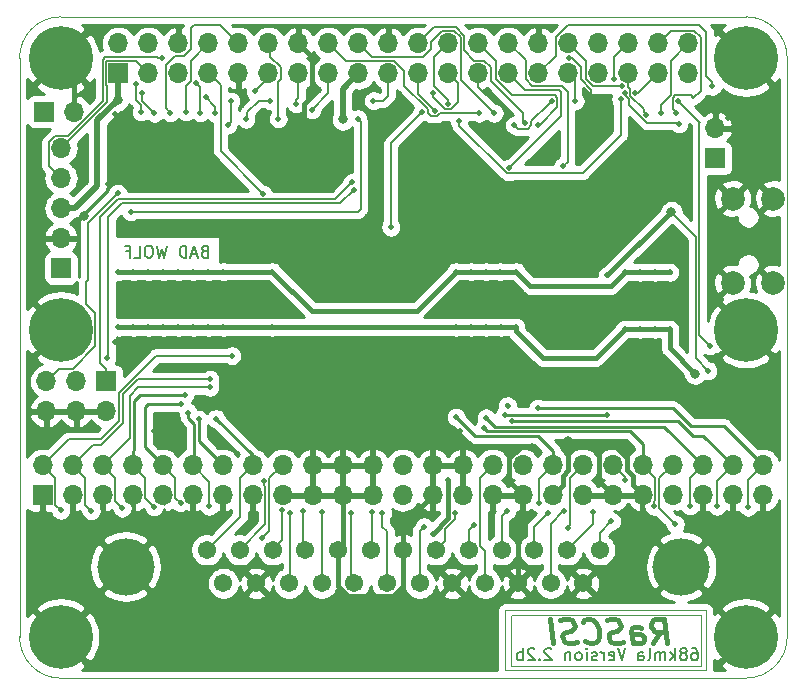
<source format=gbr>
%TF.GenerationSoftware,KiCad,Pcbnew,(5.1.4)-1*%
%TF.CreationDate,2020-08-22T19:54:55-05:00*%
%TF.ProjectId,rascsi_2p2,72617363-7369-45f3-9270-322e6b696361,rev?*%
%TF.SameCoordinates,PX59d60c0PY325aa00*%
%TF.FileFunction,Copper,L2,Bot*%
%TF.FilePolarity,Positive*%
%FSLAX46Y46*%
G04 Gerber Fmt 4.6, Leading zero omitted, Abs format (unit mm)*
G04 Created by KiCad (PCBNEW (5.1.4)-1) date 2020-08-22 19:54:55*
%MOMM*%
%LPD*%
G04 APERTURE LIST*
%TA.AperFunction,NonConductor*%
%ADD10C,0.150000*%
%TD*%
%TA.AperFunction,NonConductor*%
%ADD11C,0.400000*%
%TD*%
%ADD12C,0.120000*%
%TA.AperFunction,NonConductor*%
%ADD13C,0.050000*%
%TD*%
%TA.AperFunction,ComponentPad*%
%ADD14C,4.845000*%
%TD*%
%TA.AperFunction,ComponentPad*%
%ADD15C,1.545000*%
%TD*%
%TA.AperFunction,ComponentPad*%
%ADD16C,2.000000*%
%TD*%
%TA.AperFunction,ComponentPad*%
%ADD17O,1.700000X1.700000*%
%TD*%
%TA.AperFunction,ComponentPad*%
%ADD18R,1.700000X1.700000*%
%TD*%
%TA.AperFunction,ComponentPad*%
%ADD19C,0.800000*%
%TD*%
%TA.AperFunction,ComponentPad*%
%ADD20C,5.400000*%
%TD*%
%TA.AperFunction,ViaPad*%
%ADD21C,0.500000*%
%TD*%
%TA.AperFunction,ViaPad*%
%ADD22C,0.800000*%
%TD*%
%TA.AperFunction,Conductor*%
%ADD23C,0.400000*%
%TD*%
%TA.AperFunction,Conductor*%
%ADD24C,0.200000*%
%TD*%
%TA.AperFunction,Conductor*%
%ADD25C,0.500000*%
%TD*%
%TA.AperFunction,Conductor*%
%ADD26C,0.150000*%
%TD*%
%TA.AperFunction,Conductor*%
%ADD27C,0.250000*%
%TD*%
%TA.AperFunction,Conductor*%
%ADD28C,0.254000*%
%TD*%
G04 APERTURE END LIST*
D10*
X137272476Y-43172380D02*
X137462952Y-43172380D01*
X137558190Y-43220000D01*
X137605809Y-43267619D01*
X137701047Y-43410476D01*
X137748666Y-43600952D01*
X137748666Y-43981904D01*
X137701047Y-44077142D01*
X137653428Y-44124761D01*
X137558190Y-44172380D01*
X137367714Y-44172380D01*
X137272476Y-44124761D01*
X137224857Y-44077142D01*
X137177238Y-43981904D01*
X137177238Y-43743809D01*
X137224857Y-43648571D01*
X137272476Y-43600952D01*
X137367714Y-43553333D01*
X137558190Y-43553333D01*
X137653428Y-43600952D01*
X137701047Y-43648571D01*
X137748666Y-43743809D01*
X136605809Y-43600952D02*
X136701047Y-43553333D01*
X136748666Y-43505714D01*
X136796285Y-43410476D01*
X136796285Y-43362857D01*
X136748666Y-43267619D01*
X136701047Y-43220000D01*
X136605809Y-43172380D01*
X136415333Y-43172380D01*
X136320095Y-43220000D01*
X136272476Y-43267619D01*
X136224857Y-43362857D01*
X136224857Y-43410476D01*
X136272476Y-43505714D01*
X136320095Y-43553333D01*
X136415333Y-43600952D01*
X136605809Y-43600952D01*
X136701047Y-43648571D01*
X136748666Y-43696190D01*
X136796285Y-43791428D01*
X136796285Y-43981904D01*
X136748666Y-44077142D01*
X136701047Y-44124761D01*
X136605809Y-44172380D01*
X136415333Y-44172380D01*
X136320095Y-44124761D01*
X136272476Y-44077142D01*
X136224857Y-43981904D01*
X136224857Y-43791428D01*
X136272476Y-43696190D01*
X136320095Y-43648571D01*
X136415333Y-43600952D01*
X135796285Y-44172380D02*
X135796285Y-43172380D01*
X135701047Y-43791428D02*
X135415333Y-44172380D01*
X135415333Y-43505714D02*
X135796285Y-43886666D01*
X134986761Y-44172380D02*
X134986761Y-43505714D01*
X134986761Y-43600952D02*
X134939142Y-43553333D01*
X134843904Y-43505714D01*
X134701047Y-43505714D01*
X134605809Y-43553333D01*
X134558190Y-43648571D01*
X134558190Y-44172380D01*
X134558190Y-43648571D02*
X134510571Y-43553333D01*
X134415333Y-43505714D01*
X134272476Y-43505714D01*
X134177238Y-43553333D01*
X134129619Y-43648571D01*
X134129619Y-44172380D01*
X133510571Y-44172380D02*
X133605809Y-44124761D01*
X133653428Y-44029523D01*
X133653428Y-43172380D01*
X132701047Y-44172380D02*
X132701047Y-43648571D01*
X132748666Y-43553333D01*
X132843904Y-43505714D01*
X133034380Y-43505714D01*
X133129619Y-43553333D01*
X132701047Y-44124761D02*
X132796285Y-44172380D01*
X133034380Y-44172380D01*
X133129619Y-44124761D01*
X133177238Y-44029523D01*
X133177238Y-43934285D01*
X133129619Y-43839047D01*
X133034380Y-43791428D01*
X132796285Y-43791428D01*
X132701047Y-43743809D01*
X131605809Y-43172380D02*
X131272476Y-44172380D01*
X130939142Y-43172380D01*
X130224857Y-44124761D02*
X130320095Y-44172380D01*
X130510571Y-44172380D01*
X130605809Y-44124761D01*
X130653428Y-44029523D01*
X130653428Y-43648571D01*
X130605809Y-43553333D01*
X130510571Y-43505714D01*
X130320095Y-43505714D01*
X130224857Y-43553333D01*
X130177238Y-43648571D01*
X130177238Y-43743809D01*
X130653428Y-43839047D01*
X129748666Y-44172380D02*
X129748666Y-43505714D01*
X129748666Y-43696190D02*
X129701047Y-43600952D01*
X129653428Y-43553333D01*
X129558190Y-43505714D01*
X129462952Y-43505714D01*
X129177238Y-44124761D02*
X129082000Y-44172380D01*
X128891523Y-44172380D01*
X128796285Y-44124761D01*
X128748666Y-44029523D01*
X128748666Y-43981904D01*
X128796285Y-43886666D01*
X128891523Y-43839047D01*
X129034380Y-43839047D01*
X129129619Y-43791428D01*
X129177238Y-43696190D01*
X129177238Y-43648571D01*
X129129619Y-43553333D01*
X129034380Y-43505714D01*
X128891523Y-43505714D01*
X128796285Y-43553333D01*
X128320095Y-44172380D02*
X128320095Y-43505714D01*
X128320095Y-43172380D02*
X128367714Y-43220000D01*
X128320095Y-43267619D01*
X128272476Y-43220000D01*
X128320095Y-43172380D01*
X128320095Y-43267619D01*
X127701047Y-44172380D02*
X127796285Y-44124761D01*
X127843904Y-44077142D01*
X127891523Y-43981904D01*
X127891523Y-43696190D01*
X127843904Y-43600952D01*
X127796285Y-43553333D01*
X127701047Y-43505714D01*
X127558190Y-43505714D01*
X127462952Y-43553333D01*
X127415333Y-43600952D01*
X127367714Y-43696190D01*
X127367714Y-43981904D01*
X127415333Y-44077142D01*
X127462952Y-44124761D01*
X127558190Y-44172380D01*
X127701047Y-44172380D01*
X126939142Y-43505714D02*
X126939142Y-44172380D01*
X126939142Y-43600952D02*
X126891523Y-43553333D01*
X126796285Y-43505714D01*
X126653428Y-43505714D01*
X126558190Y-43553333D01*
X126510571Y-43648571D01*
X126510571Y-44172380D01*
X125320095Y-43267619D02*
X125272476Y-43220000D01*
X125177238Y-43172380D01*
X124939142Y-43172380D01*
X124843904Y-43220000D01*
X124796285Y-43267619D01*
X124748666Y-43362857D01*
X124748666Y-43458095D01*
X124796285Y-43600952D01*
X125367714Y-44172380D01*
X124748666Y-44172380D01*
X124320095Y-44077142D02*
X124272476Y-44124761D01*
X124320095Y-44172380D01*
X124367714Y-44124761D01*
X124320095Y-44077142D01*
X124320095Y-44172380D01*
X123891523Y-43267619D02*
X123843904Y-43220000D01*
X123748666Y-43172380D01*
X123510571Y-43172380D01*
X123415333Y-43220000D01*
X123367714Y-43267619D01*
X123320095Y-43362857D01*
X123320095Y-43458095D01*
X123367714Y-43600952D01*
X123939142Y-44172380D01*
X123320095Y-44172380D01*
X122891523Y-44172380D02*
X122891523Y-43172380D01*
X122891523Y-43553333D02*
X122796285Y-43505714D01*
X122605809Y-43505714D01*
X122510571Y-43553333D01*
X122462952Y-43600952D01*
X122415333Y-43696190D01*
X122415333Y-43981904D01*
X122462952Y-44077142D01*
X122510571Y-44124761D01*
X122605809Y-44172380D01*
X122796285Y-44172380D01*
X122891523Y-44124761D01*
D11*
X133956761Y-42719761D02*
X134504380Y-41767380D01*
X135099619Y-42719761D02*
X134849619Y-40719761D01*
X134087714Y-40719761D01*
X133909142Y-40815000D01*
X133825809Y-40910238D01*
X133754380Y-41100714D01*
X133790095Y-41386428D01*
X133909142Y-41576904D01*
X134016285Y-41672142D01*
X134218666Y-41767380D01*
X134980571Y-41767380D01*
X132242476Y-42719761D02*
X132111523Y-41672142D01*
X132182952Y-41481666D01*
X132361523Y-41386428D01*
X132742476Y-41386428D01*
X132944857Y-41481666D01*
X132230571Y-42624523D02*
X132432952Y-42719761D01*
X132909142Y-42719761D01*
X133087714Y-42624523D01*
X133159142Y-42434047D01*
X133135333Y-42243571D01*
X133016285Y-42053095D01*
X132813904Y-41957857D01*
X132337714Y-41957857D01*
X132135333Y-41862619D01*
X131373428Y-42624523D02*
X131099619Y-42719761D01*
X130623428Y-42719761D01*
X130421047Y-42624523D01*
X130313904Y-42529285D01*
X130194857Y-42338809D01*
X130171047Y-42148333D01*
X130242476Y-41957857D01*
X130325809Y-41862619D01*
X130504380Y-41767380D01*
X130873428Y-41672142D01*
X131052000Y-41576904D01*
X131135333Y-41481666D01*
X131206761Y-41291190D01*
X131182952Y-41100714D01*
X131063904Y-40910238D01*
X130956761Y-40815000D01*
X130754380Y-40719761D01*
X130278190Y-40719761D01*
X130004380Y-40815000D01*
X128218666Y-42529285D02*
X128325809Y-42624523D01*
X128623428Y-42719761D01*
X128813904Y-42719761D01*
X129087714Y-42624523D01*
X129254380Y-42434047D01*
X129325809Y-42243571D01*
X129373428Y-41862619D01*
X129337714Y-41576904D01*
X129194857Y-41195952D01*
X129075809Y-41005476D01*
X128861523Y-40815000D01*
X128563904Y-40719761D01*
X128373428Y-40719761D01*
X128099619Y-40815000D01*
X128016285Y-40910238D01*
X127468666Y-42624523D02*
X127194857Y-42719761D01*
X126718666Y-42719761D01*
X126516285Y-42624523D01*
X126409142Y-42529285D01*
X126290095Y-42338809D01*
X126266285Y-42148333D01*
X126337714Y-41957857D01*
X126421047Y-41862619D01*
X126599619Y-41767380D01*
X126968666Y-41672142D01*
X127147238Y-41576904D01*
X127230571Y-41481666D01*
X127302000Y-41291190D01*
X127278190Y-41100714D01*
X127159142Y-40910238D01*
X127052000Y-40815000D01*
X126849619Y-40719761D01*
X126373428Y-40719761D01*
X126099619Y-40815000D01*
X125480571Y-42719761D02*
X125230571Y-40719761D01*
D12*
X121994000Y-40342000D02*
X137996000Y-40342000D01*
X121930500Y-44660000D02*
X121930500Y-40405500D01*
X137996000Y-40342000D02*
X137996000Y-44660000D01*
X137996000Y-44660000D02*
X121930500Y-44660000D01*
X121422500Y-39961000D02*
X121422500Y-45041000D01*
X138440500Y-45041000D02*
X121422500Y-45041000D01*
X138377000Y-39961000D02*
X121422500Y-39961000D01*
X138440500Y-45041000D02*
X138440500Y-39961000D01*
D10*
X95961466Y-9561771D02*
X95818609Y-9609390D01*
X95770990Y-9657009D01*
X95723371Y-9752247D01*
X95723371Y-9895104D01*
X95770990Y-9990342D01*
X95818609Y-10037961D01*
X95913847Y-10085580D01*
X96294800Y-10085580D01*
X96294800Y-9085580D01*
X95961466Y-9085580D01*
X95866228Y-9133200D01*
X95818609Y-9180819D01*
X95770990Y-9276057D01*
X95770990Y-9371295D01*
X95818609Y-9466533D01*
X95866228Y-9514152D01*
X95961466Y-9561771D01*
X96294800Y-9561771D01*
X95342419Y-9799866D02*
X94866228Y-9799866D01*
X95437657Y-10085580D02*
X95104323Y-9085580D01*
X94770990Y-10085580D01*
X94437657Y-10085580D02*
X94437657Y-9085580D01*
X94199561Y-9085580D01*
X94056704Y-9133200D01*
X93961466Y-9228438D01*
X93913847Y-9323676D01*
X93866228Y-9514152D01*
X93866228Y-9657009D01*
X93913847Y-9847485D01*
X93961466Y-9942723D01*
X94056704Y-10037961D01*
X94199561Y-10085580D01*
X94437657Y-10085580D01*
X92770990Y-9085580D02*
X92532895Y-10085580D01*
X92342419Y-9371295D01*
X92151942Y-10085580D01*
X91913847Y-9085580D01*
X91342419Y-9085580D02*
X91151942Y-9085580D01*
X91056704Y-9133200D01*
X90961466Y-9228438D01*
X90913847Y-9418914D01*
X90913847Y-9752247D01*
X90961466Y-9942723D01*
X91056704Y-10037961D01*
X91151942Y-10085580D01*
X91342419Y-10085580D01*
X91437657Y-10037961D01*
X91532895Y-9942723D01*
X91580514Y-9752247D01*
X91580514Y-9418914D01*
X91532895Y-9228438D01*
X91437657Y-9133200D01*
X91342419Y-9085580D01*
X90009085Y-10085580D02*
X90485276Y-10085580D01*
X90485276Y-9085580D01*
X89342419Y-9561771D02*
X89675752Y-9561771D01*
X89675752Y-10085580D02*
X89675752Y-9085580D01*
X89199561Y-9085580D01*
D13*
X83800000Y-45696000D02*
X141800000Y-45696000D01*
X83800000Y-45696000D02*
G75*
G02X80300000Y-42196000I0J3500000D01*
G01*
X145300000Y-42196000D02*
G75*
G02X141800000Y-45696000I-3500000J0D01*
G01*
X80300000Y6800000D02*
X80300000Y-42196000D01*
X145300000Y6800000D02*
X145300000Y-42196000D01*
X83800000Y10300000D02*
X141800000Y10300000D01*
X80300000Y6800000D02*
G75*
G02X83800000Y10300000I3500000J0D01*
G01*
X141800000Y10300000D02*
G75*
G02X145300000Y6800000I0J-3500000D01*
G01*
D14*
%TO.P,J6,MH2*%
%TO.N,GND*%
X89281600Y-36250000D03*
%TO.P,J6,MH1*%
X136321600Y-36250000D03*
D15*
%TO.P,J6,25*%
%TO.N,TERMPOW*%
X97566600Y-37670000D03*
%TO.P,J6,24*%
%TO.N,GND*%
X100336600Y-37670000D03*
%TO.P,J6,23*%
%TO.N,C-D4*%
X103106600Y-37670000D03*
%TO.P,J6,22*%
%TO.N,C-D2*%
X105876600Y-37670000D03*
%TO.P,J6,21*%
%TO.N,C-D1*%
X108646600Y-37670000D03*
%TO.P,J6,20*%
%TO.N,C-DP*%
X111416600Y-37670000D03*
%TO.P,J6,19*%
%TO.N,C-SEL*%
X114186600Y-37670000D03*
%TO.P,J6,18*%
%TO.N,GND*%
X116956600Y-37670000D03*
%TO.P,J6,17*%
%TO.N,C-ATN*%
X119726600Y-37670000D03*
%TO.P,J6,16*%
%TO.N,GND*%
X122496600Y-37670000D03*
%TO.P,J6,15*%
%TO.N,C-C_D*%
X125266600Y-37670000D03*
%TO.P,J6,14*%
%TO.N,GND*%
X128036600Y-37670000D03*
%TO.P,J6,13*%
%TO.N,C-D7*%
X96181600Y-34830000D03*
%TO.P,J6,12*%
%TO.N,C-D6*%
X98951600Y-34830000D03*
%TO.P,J6,11*%
%TO.N,C-D5*%
X101721600Y-34830000D03*
%TO.P,J6,10*%
%TO.N,C-D3*%
X104491600Y-34830000D03*
%TO.P,J6,9*%
%TO.N,GND*%
X107261600Y-34830000D03*
%TO.P,J6,8*%
%TO.N,C-D0*%
X110031600Y-34830000D03*
%TO.P,J6,7*%
%TO.N,GND*%
X112801600Y-34830000D03*
%TO.P,J6,6*%
%TO.N,C-BSY*%
X115571600Y-34830000D03*
%TO.P,J6,5*%
%TO.N,C-ACK*%
X118341600Y-34830000D03*
%TO.P,J6,4*%
%TO.N,C-RST*%
X121111600Y-34830000D03*
%TO.P,J6,3*%
%TO.N,C-I_O*%
X123881600Y-34830000D03*
%TO.P,J6,2*%
%TO.N,C-MSG*%
X126651600Y-34830000D03*
%TO.P,J6,1*%
%TO.N,C-REQ*%
X129421600Y-34830000D03*
%TD*%
D16*
%TO.P,J8,MH4*%
%TO.N,GND*%
X140678000Y-12243000D03*
%TO.P,J8,MH3*%
X140678000Y-5093000D03*
%TO.P,J8,MH2*%
X144128000Y-5093000D03*
%TO.P,J8,MH1*%
X144128000Y-12243000D03*
%TD*%
D17*
%TO.P,J2,2*%
%TO.N,GND*%
X139226000Y857000D03*
D18*
%TO.P,J2,1*%
%TO.N,PI-ACT*%
X139226000Y-1683000D03*
%TD*%
D17*
%TO.P,J7,2*%
%TO.N,GND*%
X84920000Y2280000D03*
D18*
%TO.P,J7,1*%
%TO.N,+5V*%
X82380000Y2280000D03*
%TD*%
D17*
%TO.P,J5,6*%
%TO.N,GND*%
X82560000Y-23110000D03*
%TO.P,J5,5*%
%TO.N,PI_GPIO9*%
X82560000Y-20570000D03*
%TO.P,J5,4*%
%TO.N,GND*%
X85100000Y-23110000D03*
%TO.P,J5,3*%
%TO.N,PI_GPIO1*%
X85100000Y-20570000D03*
%TO.P,J5,2*%
%TO.N,GND*%
X87640000Y-23110000D03*
D18*
%TO.P,J5,1*%
%TO.N,PI_GPIO0*%
X87640000Y-20570000D03*
%TD*%
D17*
%TO.P,J3,50*%
%TO.N,C-I_O*%
X143226500Y-27654500D03*
%TO.P,J3,49*%
%TO.N,GND*%
X143226500Y-30194500D03*
%TO.P,J3,48*%
%TO.N,C-REQ*%
X140686500Y-27654500D03*
%TO.P,J3,47*%
%TO.N,GND*%
X140686500Y-30194500D03*
%TO.P,J3,46*%
%TO.N,C-C_D*%
X138146500Y-27654500D03*
%TO.P,J3,45*%
%TO.N,GND*%
X138146500Y-30194500D03*
%TO.P,J3,44*%
%TO.N,C-SEL*%
X135606500Y-27654500D03*
%TO.P,J3,43*%
%TO.N,GND*%
X135606500Y-30194500D03*
%TO.P,J3,42*%
%TO.N,C-MSG*%
X133066500Y-27654500D03*
%TO.P,J3,41*%
%TO.N,GND*%
X133066500Y-30194500D03*
%TO.P,J3,40*%
%TO.N,C-RST*%
X130526500Y-27654500D03*
%TO.P,J3,39*%
%TO.N,GND*%
X130526500Y-30194500D03*
%TO.P,J3,38*%
%TO.N,C-ACK*%
X127986500Y-27654500D03*
%TO.P,J3,37*%
%TO.N,GND*%
X127986500Y-30194500D03*
%TO.P,J3,36*%
%TO.N,C-BSY*%
X125446500Y-27654500D03*
%TO.P,J3,35*%
%TO.N,GND*%
X125446500Y-30194500D03*
%TO.P,J3,34*%
%TO.N,Net-(J3-Pad34)*%
X122906500Y-27654500D03*
%TO.P,J3,33*%
%TO.N,GND*%
X122906500Y-30194500D03*
%TO.P,J3,32*%
%TO.N,C-ATN*%
X120366500Y-27654500D03*
%TO.P,J3,31*%
%TO.N,GND*%
X120366500Y-30194500D03*
%TO.P,J3,30*%
X117826500Y-27654500D03*
%TO.P,J3,29*%
X117826500Y-30194500D03*
%TO.P,J3,28*%
X115286500Y-27654500D03*
%TO.P,J3,27*%
X115286500Y-30194500D03*
%TO.P,J3,26*%
%TO.N,TERMPOW*%
X112746500Y-27654500D03*
%TO.P,J3,25*%
%TO.N,Net-(J3-Pad25)*%
X112746500Y-30194500D03*
%TO.P,J3,24*%
%TO.N,GND*%
X110206500Y-27654500D03*
%TO.P,J3,23*%
X110206500Y-30194500D03*
%TO.P,J3,22*%
X107666500Y-27654500D03*
%TO.P,J3,21*%
X107666500Y-30194500D03*
%TO.P,J3,20*%
X105126500Y-27654500D03*
%TO.P,J3,19*%
X105126500Y-30194500D03*
%TO.P,J3,18*%
%TO.N,C-DP*%
X102586500Y-27654500D03*
%TO.P,J3,17*%
%TO.N,GND*%
X102586500Y-30194500D03*
%TO.P,J3,16*%
%TO.N,C-D7*%
X100046500Y-27654500D03*
%TO.P,J3,15*%
%TO.N,GND*%
X100046500Y-30194500D03*
%TO.P,J3,14*%
%TO.N,C-D6*%
X97506500Y-27654500D03*
%TO.P,J3,13*%
%TO.N,GND*%
X97506500Y-30194500D03*
%TO.P,J3,12*%
%TO.N,C-D5*%
X94966500Y-27654500D03*
%TO.P,J3,11*%
%TO.N,GND*%
X94966500Y-30194500D03*
%TO.P,J3,10*%
%TO.N,C-D4*%
X92426500Y-27654500D03*
%TO.P,J3,9*%
%TO.N,GND*%
X92426500Y-30194500D03*
%TO.P,J3,8*%
%TO.N,C-D3*%
X89886500Y-27654500D03*
%TO.P,J3,7*%
%TO.N,GND*%
X89886500Y-30194500D03*
%TO.P,J3,6*%
%TO.N,C-D2*%
X87346500Y-27654500D03*
%TO.P,J3,5*%
%TO.N,GND*%
X87346500Y-30194500D03*
%TO.P,J3,4*%
%TO.N,C-D1*%
X84806500Y-27654500D03*
%TO.P,J3,3*%
%TO.N,GND*%
X84806500Y-30194500D03*
%TO.P,J3,2*%
%TO.N,C-D0*%
X82266500Y-27654500D03*
D18*
%TO.P,J3,1*%
%TO.N,GND*%
X82266500Y-30194500D03*
%TD*%
D17*
%TO.P,J1,40*%
%TO.N,PI-ACK*%
X136930000Y8070000D03*
%TO.P,J1,39*%
%TO.N,GND*%
X136930000Y5530000D03*
%TO.P,J1,38*%
%TO.N,PI-RST*%
X134390000Y8070000D03*
%TO.P,J1,37*%
%TO.N,PI-BSY*%
X134390000Y5530000D03*
%TO.P,J1,36*%
%TO.N,PI-D6*%
X131850000Y8070000D03*
%TO.P,J1,35*%
%TO.N,PI-ATN*%
X131850000Y5530000D03*
%TO.P,J1,34*%
%TO.N,GND*%
X129310000Y8070000D03*
%TO.P,J1,33*%
%TO.N,PI-D3*%
X129310000Y5530000D03*
%TO.P,J1,32*%
%TO.N,PI-D2*%
X126770000Y8070000D03*
%TO.P,J1,31*%
%TO.N,PI-IND*%
X126770000Y5530000D03*
%TO.P,J1,30*%
%TO.N,GND*%
X124230000Y8070000D03*
%TO.P,J1,29*%
%TO.N,DBG_LED*%
X124230000Y5530000D03*
%TO.P,J1,28*%
%TO.N,PI_GPIO1*%
X121690000Y8070000D03*
%TO.P,J1,27*%
%TO.N,PI_GPIO0*%
X121690000Y5530000D03*
%TO.P,J1,26*%
%TO.N,PI-TAD*%
X119150000Y8070000D03*
%TO.P,J1,25*%
%TO.N,GND*%
X119150000Y5530000D03*
%TO.P,J1,24*%
%TO.N,PI-DTD*%
X116610000Y8070000D03*
%TO.P,J1,23*%
%TO.N,PI-D1*%
X116610000Y5530000D03*
%TO.P,J1,22*%
%TO.N,PI-I_O*%
X114070000Y8070000D03*
%TO.P,J1,21*%
%TO.N,PI_GPIO9*%
X114070000Y5530000D03*
%TO.P,J1,20*%
%TO.N,GND*%
X111530000Y8070000D03*
%TO.P,J1,19*%
%TO.N,PI-D0*%
X111530000Y5530000D03*
%TO.P,J1,18*%
%TO.N,PI-C_D*%
X108990000Y8070000D03*
%TO.P,J1,17*%
%TO.N,+3V3*%
X108990000Y5530000D03*
%TO.P,J1,16*%
%TO.N,PI-MSG*%
X106450000Y8070000D03*
%TO.P,J1,15*%
%TO.N,PI-REQ*%
X106450000Y5530000D03*
%TO.P,J1,14*%
%TO.N,GND*%
X103910000Y8070000D03*
%TO.P,J1,13*%
%TO.N,PI-SEL*%
X103910000Y5530000D03*
%TO.P,J1,12*%
%TO.N,PI-DP*%
X101370000Y8070000D03*
%TO.P,J1,11*%
%TO.N,PI-D7*%
X101370000Y5530000D03*
%TO.P,J1,10*%
%TO.N,PI-D5*%
X98830000Y8070000D03*
%TO.P,J1,9*%
%TO.N,GND*%
X98830000Y5530000D03*
%TO.P,J1,8*%
%TO.N,PI-D4*%
X96290000Y8070000D03*
%TO.P,J1,7*%
%TO.N,PI-ACT*%
X96290000Y5530000D03*
%TO.P,J1,6*%
%TO.N,GND*%
X93750000Y8070000D03*
%TO.P,J1,5*%
%TO.N,PI_SCL*%
X93750000Y5530000D03*
%TO.P,J1,4*%
%TO.N,+5V*%
X91210000Y8070000D03*
%TO.P,J1,3*%
%TO.N,PI_SDA*%
X91210000Y5530000D03*
%TO.P,J1,2*%
%TO.N,+5V*%
X88670000Y8070000D03*
D18*
%TO.P,J1,1*%
%TO.N,+3V3*%
X88670000Y5530000D03*
%TD*%
D19*
%TO.P,H2,1*%
%TO.N,GND*%
X143231891Y8231891D03*
X141800000Y8825000D03*
X140368109Y8231891D03*
X139775000Y6800000D03*
X140368109Y5368109D03*
X141800000Y4775000D03*
X143231891Y5368109D03*
X143825000Y6800000D03*
D20*
X141800000Y6800000D03*
%TD*%
D19*
%TO.P,H1,1*%
%TO.N,GND*%
X85231891Y8231891D03*
X83800000Y8825000D03*
X82368109Y8231891D03*
X81775000Y6800000D03*
X82368109Y5368109D03*
X83800000Y4775000D03*
X85231891Y5368109D03*
X85825000Y6800000D03*
D20*
X83800000Y6800000D03*
%TD*%
D17*
%TO.P,J4,5*%
%TO.N,PI_SDA*%
X83810000Y-820000D03*
%TO.P,J4,4*%
%TO.N,PI_SCL*%
X83810000Y-3360000D03*
%TO.P,J4,3*%
%TO.N,+3V3*%
X83810000Y-5900000D03*
%TO.P,J4,2*%
%TO.N,GND*%
X83810000Y-8440000D03*
D18*
%TO.P,J4,1*%
%TO.N,+5V*%
X83810000Y-10980000D03*
%TD*%
D19*
%TO.P,H6,1*%
%TO.N,GND*%
X143231891Y-40768109D03*
X141800000Y-40175000D03*
X140368109Y-40768109D03*
X139775000Y-42200000D03*
X140368109Y-43631891D03*
X141800000Y-44225000D03*
X143231891Y-43631891D03*
X143825000Y-42200000D03*
D20*
X141800000Y-42200000D03*
%TD*%
D19*
%TO.P,H5,1*%
%TO.N,GND*%
X85231891Y-40768109D03*
X83800000Y-40175000D03*
X82368109Y-40768109D03*
X81775000Y-42200000D03*
X82368109Y-43631891D03*
X83800000Y-44225000D03*
X85231891Y-43631891D03*
X85825000Y-42200000D03*
D20*
X83800000Y-42200000D03*
%TD*%
D19*
%TO.P,H4,1*%
%TO.N,GND*%
X143231891Y-14768109D03*
X141800000Y-14175000D03*
X140368109Y-14768109D03*
X139775000Y-16200000D03*
X140368109Y-17631891D03*
X141800000Y-18225000D03*
X143231891Y-17631891D03*
X143825000Y-16200000D03*
D20*
X141800000Y-16200000D03*
%TD*%
D19*
%TO.P,H3,1*%
%TO.N,GND*%
X85231891Y-14768109D03*
X83800000Y-14175000D03*
X82368109Y-14768109D03*
X81775000Y-16200000D03*
X82368109Y-17631891D03*
X83800000Y-18225000D03*
X85231891Y-17631891D03*
X85825000Y-16200000D03*
D20*
X83800000Y-16200000D03*
%TD*%
D21*
%TO.N,GND*%
X124684500Y-2064000D03*
X118490362Y-17240500D03*
X119691089Y-17240500D03*
X101940915Y-24797000D03*
X99390332Y-24797000D03*
X112111500Y-24797000D03*
X104459749Y-24797000D03*
X107010332Y-24797000D03*
X94257415Y-24797000D03*
X96808000Y-24797000D03*
X87791000Y-3842000D03*
X85378000Y-3842000D03*
D22*
X85695500Y-730500D03*
X85759000Y-6572500D03*
D21*
X123732000Y-26003500D03*
X98840000Y-7906000D03*
X101888000Y-7969500D03*
X102777000Y-13748000D03*
X99475000Y-13811500D03*
X126970500Y-17240500D03*
X132812500Y-17240500D03*
X134082500Y-17240500D03*
X117255000Y-17240500D03*
X116054270Y-17240500D03*
X112452089Y-17240500D03*
X111251362Y-17240500D03*
X108849908Y-17240500D03*
X106448454Y-17240500D03*
X101634000Y-17240500D03*
X107649181Y-17240500D03*
X110050635Y-17240500D03*
X100364000Y-17240500D03*
X99030500Y-17240500D03*
X88426000Y-17240500D03*
X128431000Y-17240500D03*
X81504500Y-24797000D03*
X84055083Y-24797000D03*
X91706832Y-24797000D03*
X115413500Y-24797000D03*
X117636000Y-24797000D03*
X91089500Y-17240500D03*
X92423000Y-17240500D03*
X93756500Y-17240500D03*
X95090000Y-17240500D03*
X97757000Y-17240500D03*
X126814795Y6843816D03*
D22*
X126750000Y-25640000D03*
X125637000Y-7398000D03*
X121065000Y-7271000D03*
D21*
X114853543Y-17240500D03*
X113652816Y-17240500D03*
X104047000Y-17240500D03*
X105247727Y-17240500D03*
X127859500Y1682500D03*
X127605500Y-2064000D03*
X103539000Y-1746500D03*
X106079000Y-1810000D03*
X123097000Y-3778500D03*
X88362500Y2063500D03*
X98903500Y-9874500D03*
X136876500Y-5493000D03*
X144306000Y539500D03*
X140305500Y1746000D03*
X143671000Y-8287000D03*
X139114000Y-7383000D03*
D22*
X123414500Y-13748000D03*
%TO.N,+3V3*%
X88616500Y3270000D03*
X107666500Y1619000D03*
D21*
X136051000Y3206500D03*
X138730002Y-17558000D03*
%TO.N,+5V*%
X130082000Y-11589000D03*
D22*
X135496000Y-6238500D03*
D21*
X138591000Y-19653500D03*
%TO.N,C-REQ*%
X122017500Y-23902000D03*
X121637010Y-22637490D03*
X139350000Y-31150000D03*
X130419308Y-32414713D03*
%TO.N,C-MSG*%
X119668000Y-24543000D03*
X133993502Y-31150000D03*
X128817950Y-31630159D03*
%TO.N,C-BSY*%
X117255000Y-23590500D03*
X124270000Y-30872990D03*
X117187010Y-31684832D03*
%TO.N,C-SEL*%
X114530000Y-32870000D03*
X135828947Y-32665648D03*
%TO.N,C-RST*%
X121540000Y-31560000D03*
X131560000Y-28920000D03*
%TO.N,C-ACK*%
X126730000Y-32950000D03*
X118812489Y-32689064D03*
%TO.N,C-ATN*%
X130018500Y-23400000D03*
X121382500Y-23400000D03*
%TO.N,C-DP*%
X111030000Y-31680000D03*
X100860000Y-33850000D03*
%TO.N,C-D0*%
X98268500Y-18383500D03*
X83780000Y-31480000D03*
X110120000Y-31630000D03*
%TO.N,C-D1*%
X96427000Y-20409500D03*
X86370000Y-31530000D03*
X108350000Y-31680000D03*
%TO.N,C-D2*%
X96427000Y-21067500D03*
X105950000Y-31630000D03*
X89002424Y-31302989D03*
%TO.N,C-D3*%
X94279018Y-21696518D03*
X104280000Y-31580000D03*
X91693529Y-31178968D03*
%TO.N,C-D4*%
X94014000Y-22447500D03*
X103220000Y-31750000D03*
X93930504Y-30851957D03*
%TO.N,C-D5*%
X94585500Y-23209500D03*
X96380000Y-31150000D03*
X102510000Y-31434946D03*
%TO.N,C-D6*%
X95474500Y-23781000D03*
X100973502Y-29027449D03*
%TO.N,C-D7*%
X96935000Y-23717500D03*
%TO.N,C-I_O*%
X124176500Y-22828500D03*
X142000000Y-31220000D03*
X125036247Y-31748511D03*
%TO.N,C-C_D*%
X119795000Y-23654000D03*
X137054940Y-31121502D03*
X126371042Y-31585360D03*
%TO.N,TERMPOW*%
X116610000Y-28880000D03*
X115320326Y-33454012D03*
%TO.N,PI-D7*%
X90204000Y4603500D03*
X90598618Y2254001D03*
X100237000Y4026010D03*
%TO.N,PI-D6*%
X91728000Y2127000D03*
X90656000Y3841500D03*
X130660000Y5020000D03*
%TO.N,PI-D5*%
X93061500Y2190500D03*
%TO.N,PI-D4*%
X94395000Y2254000D03*
%TO.N,PI-D3*%
X95601500Y2190500D03*
X95284000Y4667000D03*
%TO.N,PI-D2*%
X96053500Y3471979D03*
X96871500Y2127000D03*
X131331350Y4416957D03*
%TO.N,PI-D1*%
X98205000Y3143000D03*
X115340001Y3820291D03*
X97951000Y1174500D03*
%TO.N,PI-D0*%
X101523214Y3194969D03*
X110270000Y3194969D03*
X99475000Y1619000D03*
%TO.N,PI-DP*%
X102205500Y1682500D03*
%TO.N,PI-BSY*%
X132453345Y3810358D03*
X131192949Y3312010D03*
X117509000Y1492000D03*
%TO.N,PI-MSG*%
X119223500Y2139000D03*
%TO.N,PI-C_D*%
X120493500Y2127000D03*
%TO.N,PI-REQ*%
X105063000Y2444500D03*
X125383000Y3194958D03*
X122208000Y1111000D03*
%TO.N,PI-I_O*%
X123128750Y1269750D03*
%TO.N,PI-ATN*%
X133384000Y2000000D03*
%TO.N,PI-ACK*%
X134654000Y2127000D03*
%TO.N,PI-RST*%
X135924000Y2127000D03*
%TO.N,PI-SEL*%
X103729500Y2917959D03*
X131548391Y3828707D03*
X136132909Y1221995D03*
%TO.N,DBG_LED*%
X138972000Y4413000D03*
%TO.N,PI_SCL*%
X92400000Y6830000D03*
%TO.N,PI-ACT*%
X100935500Y-4692904D03*
%TO.N,/TERM_GND*%
X135352500Y-16161000D03*
X134082500Y-16161000D03*
X132812500Y-16161000D03*
X131542500Y-16161000D03*
X117255000Y-15970500D03*
X118525000Y-15970500D03*
X119795000Y-15970500D03*
X121065000Y-15970500D03*
X122335000Y-15970500D03*
X88680000Y-15970500D03*
X89950000Y-15970500D03*
X91220000Y-15970500D03*
X92490000Y-15970500D03*
X93760000Y-15970500D03*
X95030000Y-15970500D03*
X96300000Y-15970500D03*
X97570000Y-15970500D03*
X101697500Y-15970500D03*
D22*
X137511500Y-19907500D03*
D21*
%TO.N,/TERM_5v*%
X88680000Y-11271500D03*
X89950000Y-11271500D03*
X91220000Y-11271500D03*
X92490000Y-11271500D03*
X93760000Y-11271500D03*
X94966500Y-11271500D03*
X96300000Y-11271500D03*
X97570000Y-11271500D03*
X101697500Y-11271500D03*
X117255000Y-11271500D03*
X118525000Y-11271500D03*
X119795000Y-11271500D03*
X122335000Y-11271500D03*
X121001500Y-11271500D03*
X131542500Y-11335000D03*
X135352500Y-11335000D03*
X134082500Y-11335000D03*
X132812500Y-11335000D03*
%TO.N,PI-IND*%
X127340000Y3194958D03*
%TO.N,PI-TAD*%
X124240000Y1111000D03*
%TO.N,PI-DTD*%
X116620000Y2917959D03*
X111730500Y-7525000D03*
X114405576Y2247010D03*
%TO.N,PI_GPIO1*%
X87710000Y-18570000D03*
X108619000Y-4350000D03*
X126335500Y-2318000D03*
%TO.N,PI_GPIO0*%
X121763500Y-2508500D03*
X108492000Y-3715000D03*
%TO.N,PI_GPIO9*%
X115466929Y2362259D03*
X108936500Y1682500D03*
X88604231Y-4655231D03*
X89734386Y-6229886D03*
%TD*%
D23*
%TO.N,GND*%
X105087001Y6892999D02*
X105087001Y3617001D01*
X103910000Y8070000D02*
X105087001Y6892999D01*
X105087001Y3617001D02*
X104380000Y2910000D01*
X104380000Y2910000D02*
X104380000Y1060498D01*
D24*
X127050146Y6843816D02*
X126814795Y6843816D01*
X127730000Y2090000D02*
X128720000Y3080000D01*
X127847001Y6046961D02*
X127050146Y6843816D01*
X127847001Y5008929D02*
X127847001Y6046961D01*
X128720000Y4135930D02*
X127847001Y5008929D01*
X128720000Y3080000D02*
X128720000Y4135930D01*
X119150000Y4327919D02*
X119787919Y3690000D01*
X119150000Y5530000D02*
X119150000Y4327919D01*
X119787919Y3690000D02*
X120220000Y3690000D01*
X120220000Y3690000D02*
X120680000Y3230000D01*
D23*
X107666500Y-34425100D02*
X107261600Y-34830000D01*
X107666500Y-30194500D02*
X107666500Y-34425100D01*
X112801600Y-37912262D02*
X112801600Y-34830000D01*
X111944361Y-38769501D02*
X112801600Y-37912262D01*
X108118839Y-38769501D02*
X111944361Y-38769501D01*
X107261600Y-37912262D02*
X108118839Y-38769501D01*
X107261600Y-34830000D02*
X107261600Y-37912262D01*
X112801600Y-32679400D02*
X112801600Y-34830000D01*
X115286500Y-30194500D02*
X112801600Y-32679400D01*
X122496600Y-31806481D02*
X122496600Y-37670000D01*
X122906500Y-31396581D02*
X122496600Y-31806481D01*
X122906500Y-30194500D02*
X122906500Y-31396581D01*
X84920000Y5680000D02*
X83800000Y6800000D01*
X84920000Y2280000D02*
X84920000Y5680000D01*
X126750000Y-28092962D02*
X126750000Y-25640000D01*
X126296499Y-28546463D02*
X126750000Y-28092962D01*
X125446500Y-30194500D02*
X126296499Y-29344501D01*
X126296499Y-29344501D02*
X126296499Y-28546463D01*
X129340000Y-25640000D02*
X126750000Y-25640000D01*
X131703501Y-27089539D02*
X130253962Y-25640000D01*
X131703501Y-28033463D02*
X131703501Y-27089539D01*
X132216501Y-28546463D02*
X131703501Y-28033463D01*
X132216501Y-29344501D02*
X132216501Y-28546463D01*
X133066500Y-30194500D02*
X132216501Y-29344501D01*
X129349499Y-25649499D02*
X129340000Y-25640000D01*
X129349499Y-29017499D02*
X129349499Y-25649499D01*
X130526500Y-30194500D02*
X129349499Y-29017499D01*
X130253962Y-25640000D02*
X129340000Y-25640000D01*
X122815538Y-26003500D02*
X123732000Y-26003500D01*
X121729499Y-27089539D02*
X122815538Y-26003500D01*
X121729499Y-29017499D02*
X121729499Y-27089539D01*
X122906500Y-30194500D02*
X121729499Y-29017499D01*
D25*
%TO.N,+3V3*%
X88670000Y3323500D02*
X88616500Y3270000D01*
X88670000Y5530000D02*
X88670000Y3323500D01*
X107666500Y4206500D02*
X108990000Y5530000D01*
X107666500Y1619000D02*
X107666500Y4206500D01*
X85012081Y-5900000D02*
X83810000Y-5900000D01*
X86877001Y-4035080D02*
X85012081Y-5900000D01*
X88616500Y3270000D02*
X86877001Y1530501D01*
X86877001Y1530501D02*
X86877001Y-4035080D01*
D26*
X136051000Y3206500D02*
X137919999Y1337501D01*
X137841499Y-16669497D02*
X138730002Y-17558000D01*
X137919999Y1337501D02*
X137841499Y1259001D01*
X137841499Y1259001D02*
X137841499Y-16669497D01*
D23*
%TO.N,+5V*%
X135432500Y-6238500D02*
X135496000Y-6238500D01*
X130082000Y-11589000D02*
X135432500Y-6238500D01*
D26*
X135895999Y-6638499D02*
X135496000Y-6238500D01*
X137564488Y-8306988D02*
X135895999Y-6638499D01*
X137564488Y-18626988D02*
X137564488Y-8306988D01*
X138591000Y-19653500D02*
X137564488Y-18626988D01*
D27*
%TO.N,C-REQ*%
X138210000Y-25178000D02*
X140686500Y-27654500D01*
X137300962Y-25178000D02*
X138210000Y-25178000D01*
X122017500Y-23902000D02*
X136024962Y-23902000D01*
X136024962Y-23902000D02*
X137300962Y-25178000D01*
X121516520Y-22517000D02*
X121637010Y-22637490D01*
D24*
X139350000Y-28991000D02*
X140686500Y-27654500D01*
X139350000Y-31150000D02*
X139350000Y-28991000D01*
X129421600Y-34830000D02*
X129421600Y-33412421D01*
X129421600Y-33412421D02*
X130419308Y-32414713D01*
D27*
%TO.N,C-MSG*%
X119917999Y-24792999D02*
X131982999Y-24792999D01*
X119668000Y-24543000D02*
X119917999Y-24792999D01*
X133066500Y-25876500D02*
X133066500Y-27654500D01*
X131982999Y-24792999D02*
X133066500Y-25876500D01*
D24*
X133993502Y-30796447D02*
X133993502Y-31150000D01*
X133066500Y-27654500D02*
X134143501Y-28731501D01*
X134143501Y-30646448D02*
X133993502Y-30796447D01*
X134143501Y-28731501D02*
X134143501Y-30646448D01*
X126651600Y-34830000D02*
X128817950Y-32663650D01*
X128817950Y-32663650D02*
X128817950Y-31630159D01*
D27*
%TO.N,C-BSY*%
X125446500Y-26452419D02*
X124172081Y-25178000D01*
X125446500Y-27654500D02*
X125446500Y-26452419D01*
X124172081Y-25178000D02*
X118842500Y-25178000D01*
X118842500Y-25178000D02*
X117255000Y-23590500D01*
D24*
X124270000Y-28831000D02*
X124270000Y-30872990D01*
X125446500Y-27654500D02*
X124270000Y-28831000D01*
X117187010Y-32191212D02*
X117187010Y-31684832D01*
X116344099Y-34057501D02*
X116344099Y-33034123D01*
X116344099Y-33034123D02*
X117187010Y-32191212D01*
X115571600Y-34830000D02*
X116344099Y-34057501D01*
%TO.N,C-SEL*%
X114186600Y-33213400D02*
X114186600Y-37670000D01*
X114530000Y-32870000D02*
X114186600Y-33213400D01*
X134470512Y-31307213D02*
X135828947Y-32665648D01*
X135606500Y-27654500D02*
X134470512Y-28790488D01*
X134470512Y-28790488D02*
X134470512Y-31307213D01*
%TO.N,C-RST*%
X121111600Y-31988400D02*
X121540000Y-31560000D01*
X121111600Y-34830000D02*
X121111600Y-31988400D01*
D26*
X131560000Y-28688000D02*
X131560000Y-28920000D01*
X130526500Y-27654500D02*
X131560000Y-28688000D01*
D24*
%TO.N,C-ACK*%
X126909499Y-28731501D02*
X126909499Y-32770501D01*
X126909499Y-32770501D02*
X126730000Y-32950000D01*
X127986500Y-27654500D02*
X126909499Y-28731501D01*
X118341600Y-33159953D02*
X118812489Y-32689064D01*
X118341600Y-34830000D02*
X118341600Y-33159953D01*
D27*
%TO.N,C-ATN*%
X130018500Y-23400000D02*
X121382500Y-23400000D01*
D24*
X119726600Y-34924262D02*
X119726600Y-37670000D01*
X119289499Y-34487161D02*
X119726600Y-34924262D01*
X119289499Y-28731501D02*
X119289499Y-34487161D01*
X120366500Y-27654500D02*
X119289499Y-28731501D01*
%TO.N,C-DP*%
X111416600Y-37670000D02*
X111416600Y-33276600D01*
X111416600Y-33276600D02*
X111030000Y-32890000D01*
X111030000Y-32890000D02*
X111030000Y-31680000D01*
X101450512Y-28790488D02*
X102586500Y-27654500D01*
X101450512Y-33259488D02*
X101450512Y-28790488D01*
X100860000Y-33850000D02*
X101450512Y-33259488D01*
%TO.N,C-D0*%
X83343501Y-31043501D02*
X83780000Y-31480000D01*
X82266500Y-27654500D02*
X83343501Y-28731501D01*
X83343501Y-28731501D02*
X83343501Y-31043501D01*
X110120000Y-34741600D02*
X110031600Y-34830000D01*
X110120000Y-31630000D02*
X110120000Y-34741600D01*
X91864038Y-18383500D02*
X88717001Y-21530537D01*
X84451000Y-25470000D02*
X82266500Y-27654500D01*
X87170000Y-25470000D02*
X84451000Y-25470000D01*
X88717001Y-23922999D02*
X87170000Y-25470000D01*
X88717001Y-21530537D02*
X88717001Y-23922999D01*
X98268500Y-18383500D02*
X91864038Y-18383500D01*
%TO.N,C-D1*%
X85883501Y-31043501D02*
X86370000Y-31530000D01*
X84806500Y-27654500D02*
X85883501Y-28731501D01*
X85883501Y-28731501D02*
X85883501Y-31043501D01*
X108350000Y-37373400D02*
X108646600Y-37670000D01*
X108350000Y-31680000D02*
X108350000Y-37373400D01*
X96427000Y-20409500D02*
X90300500Y-20409500D01*
X89044012Y-21665988D02*
X89044012Y-24105988D01*
X90300500Y-20409500D02*
X89044012Y-21665988D01*
X89044012Y-24105988D02*
X87220000Y-25930000D01*
X86531000Y-25930000D02*
X84806500Y-27654500D01*
X87220000Y-25930000D02*
X86531000Y-25930000D01*
%TO.N,C-D2*%
X105950000Y-37596600D02*
X105876600Y-37670000D01*
X105950000Y-31630000D02*
X105950000Y-37596600D01*
X88423501Y-30724066D02*
X89002424Y-31302989D01*
X88423501Y-28731501D02*
X88423501Y-30724066D01*
X87346500Y-27654500D02*
X88423501Y-28731501D01*
X96073447Y-21067500D02*
X96070947Y-21070000D01*
X96427000Y-21067500D02*
X96073447Y-21067500D01*
X96070947Y-21070000D02*
X90350000Y-21070000D01*
X89633250Y-21786750D02*
X89633250Y-25367750D01*
X90350000Y-21070000D02*
X89633250Y-21786750D01*
X89633250Y-25367750D02*
X87346500Y-27654500D01*
%TO.N,C-D3*%
X104280000Y-34618400D02*
X104491600Y-34830000D01*
X104280000Y-31580000D02*
X104280000Y-34618400D01*
X90963501Y-28731501D02*
X90963501Y-30448940D01*
X89886500Y-27654500D02*
X90963501Y-28731501D01*
X90963501Y-30448940D02*
X91693529Y-31178968D01*
D27*
X89985261Y-26353658D02*
X89886500Y-26452419D01*
X89886500Y-26452419D02*
X89886500Y-27654500D01*
X89985261Y-22221739D02*
X89985261Y-26353658D01*
X90487500Y-21719500D02*
X89985261Y-22221739D01*
X94256037Y-21719500D02*
X90487500Y-21719500D01*
%TO.N,C-D4*%
X92426500Y-27654500D02*
X90902500Y-26130500D01*
X94014000Y-22447500D02*
X91220000Y-22447500D01*
X90902500Y-22765000D02*
X90902500Y-23527000D01*
X91220000Y-22447500D02*
X90902500Y-22765000D01*
X90902500Y-26130500D02*
X90902500Y-23527000D01*
X90902500Y-23527000D02*
X90902500Y-23336500D01*
D24*
X103220000Y-37556600D02*
X103106600Y-37670000D01*
X103220000Y-31750000D02*
X103220000Y-37556600D01*
X93503501Y-28731501D02*
X93503501Y-30424954D01*
X93503501Y-30424954D02*
X93930504Y-30851957D01*
X92426500Y-27654500D02*
X93503501Y-28731501D01*
D27*
%TO.N,C-D5*%
X94585500Y-27273500D02*
X94966500Y-27654500D01*
X94585500Y-23209500D02*
X94585500Y-23654000D01*
X95097490Y-27523510D02*
X94966500Y-27654500D01*
X95097490Y-24165990D02*
X95097490Y-27523510D01*
X94585500Y-23654000D02*
X95097490Y-24165990D01*
D24*
X94966500Y-27654500D02*
X96380000Y-29068000D01*
X96380000Y-29068000D02*
X96380000Y-31150000D01*
X102510000Y-34041600D02*
X102510000Y-31434946D01*
X101721600Y-34830000D02*
X102510000Y-34041600D01*
D27*
%TO.N,C-D6*%
X95474500Y-25622500D02*
X97506500Y-27654500D01*
X95474500Y-23781000D02*
X95474500Y-25622500D01*
D24*
X98951600Y-34830000D02*
X101123501Y-32658099D01*
X101123501Y-29531001D02*
X100973502Y-29381002D01*
X101123501Y-32658099D02*
X101123501Y-29531001D01*
X100973502Y-29381002D02*
X100973502Y-29027449D01*
D27*
%TO.N,C-D7*%
X100046500Y-26829000D02*
X100046500Y-27654500D01*
X96935000Y-23717500D02*
X100046500Y-26829000D01*
D24*
X98969499Y-32042101D02*
X96181600Y-34830000D01*
X98969499Y-28731501D02*
X98969499Y-32042101D01*
X100046500Y-27654500D02*
X98969499Y-28731501D01*
D27*
%TO.N,C-I_O*%
X143226500Y-27654500D02*
X139918501Y-24346501D01*
X135625538Y-22828500D02*
X124176500Y-22828500D01*
X137143539Y-24346501D02*
X135625538Y-22828500D01*
X139918501Y-24346501D02*
X137143539Y-24346501D01*
D24*
X142000000Y-28881000D02*
X143226500Y-27654500D01*
X142000000Y-31220000D02*
X142000000Y-28881000D01*
X123881600Y-34830000D02*
X123881600Y-32903158D01*
X123881600Y-32903158D02*
X125036247Y-31748511D01*
%TO.N,C-C_D*%
X137054940Y-28746060D02*
X137054940Y-31121502D01*
X138146500Y-27654500D02*
X137054940Y-28746060D01*
X125266600Y-32604208D02*
X126301830Y-31568978D01*
X126301830Y-31568978D02*
X126354660Y-31568978D01*
X125266600Y-37670000D02*
X125266600Y-32604208D01*
X126354660Y-31568978D02*
X126371042Y-31585360D01*
D27*
X134896001Y-24404001D02*
X138146500Y-27654500D01*
X119795000Y-23654000D02*
X120545001Y-24404001D01*
X120545001Y-24404001D02*
X134896001Y-24404001D01*
D23*
%TO.N,TERMPOW*%
X116610000Y-28880000D02*
X116610000Y-32164338D01*
X116610000Y-32164338D02*
X115320326Y-33454012D01*
D26*
%TO.N,PI-D7*%
X90204000Y3259249D02*
X90204000Y4603500D01*
X90598618Y2864631D02*
X90204000Y3259249D01*
X90598618Y2254001D02*
X90598618Y2864631D01*
X101102990Y4892000D02*
X100237000Y4026010D01*
X101102990Y5530000D02*
X101102990Y4892000D01*
%TO.N,PI-D6*%
X91728000Y2127000D02*
X90656000Y3199000D01*
X90656000Y3199000D02*
X90656000Y3841500D01*
X130660000Y6880000D02*
X131850000Y8070000D01*
X130660000Y5020000D02*
X130660000Y6880000D01*
%TO.N,PI-D5*%
X97300000Y9600000D02*
X98830000Y8070000D01*
X95094002Y9600000D02*
X97300000Y9600000D01*
X94802001Y9307999D02*
X95094002Y9600000D01*
X93061500Y2190500D02*
X92707999Y2544001D01*
X93467999Y7017999D02*
X94254961Y7017999D01*
X94254961Y7017999D02*
X94802001Y7565039D01*
X94802001Y7565039D02*
X94802001Y9307999D01*
X92697999Y2554001D02*
X92707999Y2544001D01*
X92697999Y6247999D02*
X92697999Y2554001D01*
X93467999Y7017999D02*
X92697999Y6247999D01*
%TO.N,PI-D4*%
X94395000Y2254000D02*
X94395000Y4446962D01*
X94802001Y6582001D02*
X96290000Y8070000D01*
X94802001Y4853963D02*
X94802001Y6582001D01*
X94395000Y4446962D02*
X94802001Y4853963D01*
%TO.N,PI-D3*%
X95601500Y4222500D02*
X95601500Y2190500D01*
X95601500Y2544053D02*
X95601500Y2190500D01*
X95601499Y4349501D02*
X95601500Y2544053D01*
X95284000Y4667000D02*
X95601499Y4349501D01*
%TO.N,PI-D2*%
X96053500Y3471979D02*
X96871500Y2653979D01*
X96871500Y2653979D02*
X96871500Y2127000D01*
X128257999Y5025039D02*
X128866081Y4416957D01*
X126770000Y8070000D02*
X128257999Y6582001D01*
X128866081Y4416957D02*
X131331350Y4416957D01*
X128257999Y6582001D02*
X128257999Y5025039D01*
%TO.N,PI-D1*%
X98141500Y3079500D02*
X98205000Y3143000D01*
X117459999Y3088996D02*
X116836961Y2465958D01*
X116340781Y2465958D02*
X115340001Y3466738D01*
X115340001Y3466738D02*
X115340001Y3820291D01*
X116610000Y5530000D02*
X117459999Y4680001D01*
X116836961Y2465958D02*
X116340781Y2465958D01*
X117459999Y4680001D02*
X117459999Y3088996D01*
X98205000Y3143000D02*
X98205000Y1428500D01*
X98205000Y1428500D02*
X97951000Y1174500D01*
%TO.N,PI-D0*%
X100542969Y3194969D02*
X101523214Y3194969D01*
X99597999Y2249999D02*
X100542969Y3194969D01*
X110270000Y3194969D02*
X111104969Y3194969D01*
X111530000Y3620000D02*
X111530000Y5530000D01*
X111104969Y3194969D02*
X111530000Y3620000D01*
X99597999Y2249999D02*
X99597999Y1741999D01*
X99597999Y1741999D02*
X99475000Y1619000D01*
%TO.N,PI-DP*%
X102201499Y2249999D02*
X102201499Y4804537D01*
X102201499Y4804537D02*
X102422001Y5025039D01*
X102422001Y5025039D02*
X102422001Y6034961D01*
X102422001Y6034961D02*
X101536962Y6920000D01*
X101536962Y7903038D02*
X101370000Y8070000D01*
X101536962Y6920000D02*
X101536962Y7903038D01*
X102201499Y2249999D02*
X102201499Y1686501D01*
X102201499Y1686501D02*
X102205500Y1682500D01*
%TO.N,PI-BSY*%
X132670358Y3810358D02*
X132453345Y3810358D01*
X134390000Y5530000D02*
X132670358Y3810358D01*
X122028454Y-2912510D02*
X127974242Y-2912510D01*
X117509000Y1492000D02*
X117509000Y1077036D01*
X131192949Y2958457D02*
X131192949Y3312010D01*
X131192949Y306197D02*
X131192949Y2958457D01*
X127974242Y-2912510D02*
X131192949Y306197D01*
X121980462Y-2960502D02*
X122028454Y-2912510D01*
X121546538Y-2960502D02*
X121980462Y-2960502D01*
X117509000Y1077036D02*
X121546538Y-2960502D01*
%TO.N,PI-MSG*%
X112034961Y6582001D02*
X107937999Y6582001D01*
X107937999Y6582001D02*
X106450000Y8070000D01*
X112873500Y4448048D02*
X112873500Y5743462D01*
X114857577Y2463971D02*
X112873500Y4448048D01*
X114857577Y2195315D02*
X114857577Y2463971D01*
X112873500Y5743462D02*
X112034961Y6582001D01*
X119223500Y2139000D02*
X115912632Y2139000D01*
X115683890Y1910258D02*
X115142634Y1910258D01*
X115912632Y2139000D02*
X115683890Y1910258D01*
X115142634Y1910258D02*
X114857577Y2195315D01*
%TO.N,PI-C_D*%
X117690294Y6006668D02*
X117690294Y4930206D01*
X117690294Y4930206D02*
X120493500Y2127000D01*
X108990000Y8070000D02*
X110145259Y6914741D01*
X117114961Y9122001D02*
X117662001Y8574961D01*
X117662001Y8574961D02*
X117662001Y6034961D01*
X117662001Y6034961D02*
X117690294Y6006668D01*
X116105039Y9122001D02*
X117114961Y9122001D01*
X115132989Y8149951D02*
X116105039Y9122001D01*
X115132989Y7576027D02*
X115132989Y8149951D01*
X114471703Y6914741D02*
X115132989Y7576027D01*
X110145259Y6914741D02*
X114471703Y6914741D01*
%TO.N,PI-REQ*%
X106450000Y3831500D02*
X106450000Y5530000D01*
X105063000Y2444500D02*
X106450000Y3831500D01*
X123644252Y1456210D02*
X125133001Y2944959D01*
X125133001Y2944959D02*
X125383000Y3194958D01*
X123345712Y817748D02*
X123644252Y1116288D01*
X122501252Y817748D02*
X123345712Y817748D01*
X122208000Y1111000D02*
X122501252Y817748D01*
X123644252Y1116288D02*
X123644252Y1456210D01*
%TO.N,PI-I_O*%
X118807309Y6582001D02*
X117939012Y7450298D01*
X115399012Y9399012D02*
X114070000Y8070000D01*
X119654961Y6582001D02*
X118807309Y6582001D01*
X120212001Y6024961D02*
X119654961Y6582001D01*
X117939012Y8689702D02*
X117229702Y9399012D01*
X122970000Y2127000D02*
X120212001Y4884999D01*
X117939012Y7450298D02*
X117939012Y8689702D01*
X117229702Y9399012D02*
X115399012Y9399012D01*
X120212001Y4884999D02*
X120212001Y6024961D01*
D24*
X122970000Y1428500D02*
X123128750Y1269750D01*
X122970000Y2127000D02*
X122970000Y1428500D01*
D26*
%TO.N,PI-ATN*%
X131850000Y5530000D02*
X131850000Y4327919D01*
X132001162Y3623302D02*
X133134001Y2490463D01*
X131850000Y4327919D02*
X132001162Y4176757D01*
X132001162Y4176757D02*
X132001162Y3623302D01*
X133134001Y2249999D02*
X133384000Y2000000D01*
X133134001Y2490463D02*
X133134001Y2249999D01*
%TO.N,PI-ACK*%
X136930000Y8070000D02*
X135442001Y6582001D01*
X134654000Y2870216D02*
X134654000Y2480553D01*
X135442001Y6582001D02*
X135442001Y3658217D01*
X134654000Y2480553D02*
X134654000Y2127000D01*
X135442001Y3658217D02*
X134654000Y2870216D01*
%TO.N,PI-RST*%
X137392000Y3468000D02*
X137358011Y3434011D01*
X135442001Y9122001D02*
X134390000Y8070000D01*
X137434961Y9122001D02*
X135442001Y9122001D01*
X137982001Y8574961D02*
X137434961Y9122001D01*
X137982001Y4058001D02*
X137982001Y8574961D01*
X137358011Y3434011D02*
X137982001Y4058001D01*
X135924000Y2127000D02*
X135598998Y2452002D01*
X135598998Y3423462D02*
X135834038Y3658502D01*
X137133520Y3658502D02*
X137358011Y3434011D01*
X135598998Y2452002D02*
X135598998Y3423462D01*
X135834038Y3658502D02*
X137133520Y3658502D01*
%TO.N,PI-SEL*%
X103729500Y2917959D02*
X103729500Y3271512D01*
X103910000Y3452012D02*
X103910000Y5530000D01*
X103729500Y3271512D02*
X103910000Y3452012D01*
X131878494Y3354218D02*
X131548391Y3684321D01*
X133413538Y1301500D02*
X131878494Y2836544D01*
X131878494Y2836544D02*
X131878494Y3354218D01*
X131548391Y3684321D02*
X131548391Y3828707D01*
X133413538Y1301500D02*
X136053404Y1301500D01*
X136053404Y1301500D02*
X136132909Y1221995D01*
%TO.N,DBG_LED*%
X125717999Y8574961D02*
X126763038Y9620000D01*
X124230000Y5530000D02*
X125717999Y7017999D01*
X125717999Y7017999D02*
X125717999Y8574961D01*
X126763038Y9620000D02*
X137850000Y9620000D01*
X137850000Y9620000D02*
X138464000Y9006000D01*
X138464000Y8004000D02*
X138464000Y8102962D01*
X138464000Y5274553D02*
X138464000Y8540500D01*
X138972000Y4766553D02*
X138464000Y5274553D01*
X138972000Y4413000D02*
X138972000Y4766553D01*
X138464000Y9006000D02*
X138464000Y8540500D01*
X138464000Y8540500D02*
X138464000Y8004000D01*
%TO.N,PI_SCL*%
X82757999Y-2307999D02*
X83810000Y-3360000D01*
X82757999Y-315039D02*
X82757999Y-2307999D01*
X83305039Y232001D02*
X82757999Y-315039D01*
X84428963Y232001D02*
X83305039Y232001D01*
X87350989Y4277951D02*
X87350989Y3154027D01*
X87340989Y6656343D02*
X87340989Y4287951D01*
X87543658Y6859012D02*
X87340989Y6656343D01*
X92017436Y6859011D02*
X87543658Y6859012D01*
X92400000Y6830000D02*
X92046447Y6830000D01*
X87350989Y3154027D02*
X84428963Y232001D01*
X87340989Y4287951D02*
X87350989Y4277951D01*
X92046447Y6830000D02*
X92017436Y6859011D01*
%TO.N,PI_SDA*%
X87617999Y4518399D02*
X87617999Y6541601D01*
X87658399Y6582001D02*
X90143199Y6582001D01*
X87617999Y6541601D02*
X87658399Y6582001D01*
X87677010Y4459388D02*
X87617999Y4518399D01*
X87677010Y3047010D02*
X87677010Y4459388D01*
X90143199Y6582001D02*
X91220000Y5505200D01*
X83810000Y-820000D02*
X87677010Y3047010D01*
%TO.N,PI-ACT*%
X97323501Y4496499D02*
X97323501Y-1080905D01*
X97323501Y-1080905D02*
X100685501Y-4442905D01*
X96290000Y5530000D02*
X97323501Y4496499D01*
X100685501Y-4442905D02*
X100935500Y-4692904D01*
D23*
%TO.N,/TERM_GND*%
X88680000Y-15970500D02*
X101697500Y-15970500D01*
X101697500Y-15970500D02*
X122335000Y-15970500D01*
X131542500Y-16161000D02*
X135352500Y-16161000D01*
X135352500Y-17748500D02*
X135352500Y-16161000D01*
X137511500Y-19907500D02*
X135352500Y-17748500D01*
X129100999Y-18602501D02*
X131542500Y-16161000D01*
X124613448Y-18602501D02*
X129100999Y-18602501D01*
X122335000Y-16324053D02*
X124613448Y-18602501D01*
X122335000Y-15970500D02*
X122335000Y-16324053D01*
%TO.N,/TERM_5v*%
X88680000Y-11271500D02*
X101697500Y-11271500D01*
X113918999Y-14607501D02*
X117255000Y-11271500D01*
X105033501Y-14607501D02*
X113918999Y-14607501D01*
X101697500Y-11271500D02*
X105033501Y-14607501D01*
X117255000Y-11271500D02*
X122335000Y-11271500D01*
X135289000Y-11271500D02*
X135352500Y-11335000D01*
X130399500Y-12478000D02*
X131542500Y-11335000D01*
X123541500Y-12478000D02*
X130399500Y-12478000D01*
X122335000Y-11271500D02*
X123541500Y-12478000D01*
X131542500Y-11335000D02*
X135352500Y-11335000D01*
D26*
%TO.N,PI-IND*%
X127340000Y4960000D02*
X126770000Y5530000D01*
X127340000Y3194958D02*
X127340000Y4960000D01*
%TO.N,PI-TAD*%
X120637999Y6582001D02*
X119150000Y8070000D01*
X125835001Y2642501D02*
X125835001Y3411930D01*
X124430500Y1238000D02*
X125835001Y2642501D01*
X125835001Y3411930D02*
X125599961Y3646970D01*
X125599961Y3646970D02*
X122016068Y3646970D01*
X122016068Y3646970D02*
X120637999Y5025039D01*
X120637999Y5025039D02*
X120637999Y6582001D01*
X124430500Y1238000D02*
X124367000Y1238000D01*
X124367000Y1238000D02*
X124240000Y1111000D01*
%TO.N,PI-DTD*%
X116620000Y2917959D02*
X116620000Y3271512D01*
X116620000Y3271512D02*
X115410000Y4481512D01*
X115410000Y6870000D02*
X116610000Y8070000D01*
X115410000Y4481512D02*
X115410000Y6870000D01*
X111730500Y-428066D02*
X114405576Y2247010D01*
X111730500Y-7525000D02*
X111730500Y-428066D01*
D24*
%TO.N,PI_GPIO1*%
X123713039Y4452999D02*
X126197001Y4452999D01*
X123152999Y5013039D02*
X123713039Y4452999D01*
X121690000Y8070000D02*
X123152999Y6607001D01*
X123152999Y6607001D02*
X123152999Y5013039D01*
X126197001Y4452999D02*
X126700000Y3950000D01*
X87820000Y-6642460D02*
X87820000Y-18460000D01*
X88965536Y-5496924D02*
X87820000Y-6642460D01*
X87820000Y-18460000D02*
X87710000Y-18570000D01*
X88965536Y-5496924D02*
X107472076Y-5496924D01*
X107472076Y-5496924D02*
X108619000Y-4350000D01*
X126700000Y-1953500D02*
X126700000Y1508500D01*
X126335500Y-2318000D02*
X126700000Y-1953500D01*
X126700000Y3950000D02*
X126700000Y1508500D01*
X126700000Y1508500D02*
X126700000Y1430000D01*
%TO.N,PI_GPIO0*%
X87640000Y-19520000D02*
X87640000Y-20570000D01*
X87150000Y-6620000D02*
X88600086Y-5169914D01*
X87150000Y-19030000D02*
X87150000Y-6620000D01*
X107037086Y-5169914D02*
X108492000Y-3715000D01*
X88600086Y-5169914D02*
X107037086Y-5169914D01*
X126169282Y1897282D02*
X121763500Y-2508500D01*
X126169282Y3970718D02*
X126169282Y1897282D01*
X126014012Y4125988D02*
X126169282Y3970718D01*
X121690000Y5530000D02*
X123094012Y4125988D01*
X123094012Y4125988D02*
X126014012Y4125988D01*
X87150000Y-19030000D02*
X87640000Y-19520000D01*
%TO.N,PI_GPIO9*%
X83637001Y-19492999D02*
X82560000Y-20570000D01*
X84838963Y-19492999D02*
X83637001Y-19492999D01*
X86727001Y-17604961D02*
X84838963Y-19492999D01*
X86727001Y-14795039D02*
X86727001Y-17604961D01*
X85916999Y-12122039D02*
X85916999Y-13985037D01*
X86070000Y-11969038D02*
X85916999Y-12122039D01*
X86070000Y-7189462D02*
X86070000Y-11969038D01*
X88713871Y-4545591D02*
X86070000Y-7189462D01*
X85916999Y-13985037D02*
X86727001Y-14795039D01*
X114070000Y5530000D02*
X114070000Y3759188D01*
X114070000Y3759188D02*
X115216930Y2612258D01*
X115216930Y2612258D02*
X115466929Y2362259D01*
D26*
X108932078Y-6229886D02*
X90087939Y-6229886D01*
X90087939Y-6229886D02*
X89734386Y-6229886D01*
X109186499Y-5975465D02*
X108932078Y-6229886D01*
X108936500Y1682500D02*
X109186499Y1432501D01*
X109186499Y1432501D02*
X109186499Y-5975465D01*
%TD*%
D28*
%TO.N,GND*%
G36*
X82393500Y-30067500D02*
G01*
X82413500Y-30067500D01*
X82413500Y-30321500D01*
X82393500Y-30321500D01*
X82393500Y-31520750D01*
X82552250Y-31679500D01*
X82917741Y-31681490D01*
X82929010Y-31738145D01*
X82995723Y-31899205D01*
X83092576Y-32044155D01*
X83215845Y-32167424D01*
X83360795Y-32264277D01*
X83521855Y-32330990D01*
X83692835Y-32365000D01*
X83867165Y-32365000D01*
X84038145Y-32330990D01*
X84199205Y-32264277D01*
X84344155Y-32167424D01*
X84467424Y-32044155D01*
X84564277Y-31899205D01*
X84630990Y-31738145D01*
X84665000Y-31567165D01*
X84665000Y-31522307D01*
X84679500Y-31514655D01*
X84679500Y-30321500D01*
X84659500Y-30321500D01*
X84659500Y-30067500D01*
X84679500Y-30067500D01*
X84679500Y-30047500D01*
X84933500Y-30047500D01*
X84933500Y-30067500D01*
X84953500Y-30067500D01*
X84953500Y-30321500D01*
X84933500Y-30321500D01*
X84933500Y-31514655D01*
X85163390Y-31635976D01*
X85310599Y-31591325D01*
X85362385Y-31566659D01*
X85389309Y-31588755D01*
X85501706Y-31701152D01*
X85519010Y-31788145D01*
X85585723Y-31949205D01*
X85682576Y-32094155D01*
X85805845Y-32217424D01*
X85950795Y-32314277D01*
X86111855Y-32380990D01*
X86282835Y-32415000D01*
X86457165Y-32415000D01*
X86628145Y-32380990D01*
X86789205Y-32314277D01*
X86934155Y-32217424D01*
X87057424Y-32094155D01*
X87154277Y-31949205D01*
X87220990Y-31788145D01*
X87255000Y-31617165D01*
X87255000Y-31442835D01*
X87220990Y-31271855D01*
X87219500Y-31268258D01*
X87219500Y-30321500D01*
X87199500Y-30321500D01*
X87199500Y-30067500D01*
X87219500Y-30067500D01*
X87219500Y-30047500D01*
X87473500Y-30047500D01*
X87473500Y-30067500D01*
X87493500Y-30067500D01*
X87493500Y-30321500D01*
X87473500Y-30321500D01*
X87473500Y-31514655D01*
X87703390Y-31635976D01*
X87850599Y-31591325D01*
X88113420Y-31466141D01*
X88120700Y-31460711D01*
X88134130Y-31474142D01*
X88151434Y-31561134D01*
X88218147Y-31722194D01*
X88315000Y-31867144D01*
X88438269Y-31990413D01*
X88583219Y-32087266D01*
X88744279Y-32153979D01*
X88915259Y-32187989D01*
X89089589Y-32187989D01*
X89260569Y-32153979D01*
X89421629Y-32087266D01*
X89566579Y-31990413D01*
X89689848Y-31867144D01*
X89786701Y-31722194D01*
X89853414Y-31561134D01*
X89887424Y-31390154D01*
X89887424Y-31215824D01*
X89853414Y-31044844D01*
X89786701Y-30883784D01*
X89759500Y-30843075D01*
X89759500Y-30321500D01*
X89739500Y-30321500D01*
X89739500Y-30067500D01*
X89759500Y-30067500D01*
X89759500Y-30047500D01*
X90013500Y-30047500D01*
X90013500Y-30067500D01*
X90033500Y-30067500D01*
X90033500Y-30321500D01*
X90013500Y-30321500D01*
X90013500Y-31514655D01*
X90243390Y-31635976D01*
X90390599Y-31591325D01*
X90653420Y-31466141D01*
X90818284Y-31343170D01*
X90825235Y-31350121D01*
X90842539Y-31437113D01*
X90909252Y-31598173D01*
X91006105Y-31743123D01*
X91129374Y-31866392D01*
X91274324Y-31963245D01*
X91435384Y-32029958D01*
X91606364Y-32063968D01*
X91780694Y-32063968D01*
X91951674Y-32029958D01*
X92112734Y-31963245D01*
X92257684Y-31866392D01*
X92380953Y-31743123D01*
X92477806Y-31598173D01*
X92544519Y-31437113D01*
X92553500Y-31391962D01*
X92553500Y-31514655D01*
X92783390Y-31635976D01*
X92930599Y-31591325D01*
X93193420Y-31466141D01*
X93250519Y-31423551D01*
X93366349Y-31539381D01*
X93511299Y-31636234D01*
X93672359Y-31702947D01*
X93843339Y-31736957D01*
X94017669Y-31736957D01*
X94188649Y-31702947D01*
X94349709Y-31636234D01*
X94435848Y-31578678D01*
X94462401Y-31591325D01*
X94609610Y-31635976D01*
X94839500Y-31514655D01*
X94839500Y-30321500D01*
X94819500Y-30321500D01*
X94819500Y-30067500D01*
X94839500Y-30067500D01*
X94839500Y-30047500D01*
X95093500Y-30047500D01*
X95093500Y-30067500D01*
X95113500Y-30067500D01*
X95113500Y-30321500D01*
X95093500Y-30321500D01*
X95093500Y-31514655D01*
X95323390Y-31635976D01*
X95470599Y-31591325D01*
X95582757Y-31537903D01*
X95595723Y-31569205D01*
X95692576Y-31714155D01*
X95815845Y-31837424D01*
X95960795Y-31934277D01*
X96121855Y-32000990D01*
X96292835Y-32035000D01*
X96467165Y-32035000D01*
X96638145Y-32000990D01*
X96799205Y-31934277D01*
X96944155Y-31837424D01*
X97067424Y-31714155D01*
X97124709Y-31628423D01*
X97149610Y-31635976D01*
X97379500Y-31514655D01*
X97379500Y-30321500D01*
X97359500Y-30321500D01*
X97359500Y-30067500D01*
X97379500Y-30067500D01*
X97379500Y-30047500D01*
X97633500Y-30047500D01*
X97633500Y-30067500D01*
X97653500Y-30067500D01*
X97653500Y-30321500D01*
X97633500Y-30321500D01*
X97633500Y-31514655D01*
X97863390Y-31635976D01*
X98010599Y-31591325D01*
X98234500Y-31484679D01*
X98234500Y-31737653D01*
X96511589Y-33460565D01*
X96320227Y-33422500D01*
X96042973Y-33422500D01*
X95771047Y-33476590D01*
X95514899Y-33582690D01*
X95284371Y-33736724D01*
X95088324Y-33932771D01*
X94934290Y-34163299D01*
X94828190Y-34419447D01*
X94774100Y-34691373D01*
X94774100Y-34968627D01*
X94828190Y-35240553D01*
X94934290Y-35496701D01*
X95088324Y-35727229D01*
X95284371Y-35923276D01*
X95514899Y-36077310D01*
X95771047Y-36183410D01*
X96042973Y-36237500D01*
X96320227Y-36237500D01*
X96592153Y-36183410D01*
X96848301Y-36077310D01*
X97078829Y-35923276D01*
X97274876Y-35727229D01*
X97428910Y-35496701D01*
X97535010Y-35240553D01*
X97566600Y-35081741D01*
X97598190Y-35240553D01*
X97704290Y-35496701D01*
X97858324Y-35727229D01*
X98054371Y-35923276D01*
X98284899Y-36077310D01*
X98541047Y-36183410D01*
X98812973Y-36237500D01*
X99090227Y-36237500D01*
X99362153Y-36183410D01*
X99618301Y-36077310D01*
X99848829Y-35923276D01*
X100044876Y-35727229D01*
X100198910Y-35496701D01*
X100305010Y-35240553D01*
X100336600Y-35081741D01*
X100368190Y-35240553D01*
X100474290Y-35496701D01*
X100628324Y-35727229D01*
X100824371Y-35923276D01*
X101054899Y-36077310D01*
X101311047Y-36183410D01*
X101582973Y-36237500D01*
X101860227Y-36237500D01*
X102132153Y-36183410D01*
X102388301Y-36077310D01*
X102485001Y-36012697D01*
X102485001Y-36404008D01*
X102439899Y-36422690D01*
X102209371Y-36576724D01*
X102013324Y-36772771D01*
X101859290Y-37003299D01*
X101753190Y-37259447D01*
X101721878Y-37416862D01*
X101707987Y-37324212D01*
X101614176Y-37063312D01*
X101550827Y-36944793D01*
X101309664Y-36876541D01*
X100516205Y-37670000D01*
X101309664Y-38463459D01*
X101550827Y-38395207D01*
X101668977Y-38144389D01*
X101722834Y-37927946D01*
X101753190Y-38080553D01*
X101859290Y-38336701D01*
X102013324Y-38567229D01*
X102209371Y-38763276D01*
X102439899Y-38917310D01*
X102696047Y-39023410D01*
X102967973Y-39077500D01*
X103245227Y-39077500D01*
X103517153Y-39023410D01*
X103773301Y-38917310D01*
X104003829Y-38763276D01*
X104199876Y-38567229D01*
X104353910Y-38336701D01*
X104460010Y-38080553D01*
X104491600Y-37921741D01*
X104523190Y-38080553D01*
X104629290Y-38336701D01*
X104783324Y-38567229D01*
X104979371Y-38763276D01*
X105209899Y-38917310D01*
X105466047Y-39023410D01*
X105737973Y-39077500D01*
X106015227Y-39077500D01*
X106287153Y-39023410D01*
X106543301Y-38917310D01*
X106773829Y-38763276D01*
X106969876Y-38567229D01*
X107123910Y-38336701D01*
X107230010Y-38080553D01*
X107261600Y-37921741D01*
X107293190Y-38080553D01*
X107399290Y-38336701D01*
X107553324Y-38567229D01*
X107749371Y-38763276D01*
X107979899Y-38917310D01*
X108236047Y-39023410D01*
X108507973Y-39077500D01*
X108785227Y-39077500D01*
X109057153Y-39023410D01*
X109313301Y-38917310D01*
X109543829Y-38763276D01*
X109739876Y-38567229D01*
X109893910Y-38336701D01*
X110000010Y-38080553D01*
X110031600Y-37921741D01*
X110063190Y-38080553D01*
X110169290Y-38336701D01*
X110323324Y-38567229D01*
X110519371Y-38763276D01*
X110749899Y-38917310D01*
X111006047Y-39023410D01*
X111277973Y-39077500D01*
X111555227Y-39077500D01*
X111827153Y-39023410D01*
X112083301Y-38917310D01*
X112313829Y-38763276D01*
X112509876Y-38567229D01*
X112663910Y-38336701D01*
X112770010Y-38080553D01*
X112801600Y-37921741D01*
X112833190Y-38080553D01*
X112939290Y-38336701D01*
X113093324Y-38567229D01*
X113289371Y-38763276D01*
X113519899Y-38917310D01*
X113776047Y-39023410D01*
X114047973Y-39077500D01*
X114325227Y-39077500D01*
X114597153Y-39023410D01*
X114853301Y-38917310D01*
X115083829Y-38763276D01*
X115204041Y-38643064D01*
X116163141Y-38643064D01*
X116231393Y-38884227D01*
X116482211Y-39002377D01*
X116751260Y-39069324D01*
X117028200Y-39082496D01*
X117302388Y-39041387D01*
X117563288Y-38947576D01*
X117681807Y-38884227D01*
X117750059Y-38643064D01*
X116956600Y-37849605D01*
X116163141Y-38643064D01*
X115204041Y-38643064D01*
X115279876Y-38567229D01*
X115433910Y-38336701D01*
X115540010Y-38080553D01*
X115571322Y-37923138D01*
X115585213Y-38015788D01*
X115679024Y-38276688D01*
X115742373Y-38395207D01*
X115983536Y-38463459D01*
X116776995Y-37670000D01*
X115983536Y-36876541D01*
X115742373Y-36944793D01*
X115624223Y-37195611D01*
X115570366Y-37412054D01*
X115540010Y-37259447D01*
X115433910Y-37003299D01*
X115279876Y-36772771D01*
X115204041Y-36696936D01*
X116163141Y-36696936D01*
X116956600Y-37490395D01*
X117750059Y-36696936D01*
X117681807Y-36455773D01*
X117430989Y-36337623D01*
X117161940Y-36270676D01*
X116885000Y-36257504D01*
X116610812Y-36298613D01*
X116349912Y-36392424D01*
X116231393Y-36455773D01*
X116163141Y-36696936D01*
X115204041Y-36696936D01*
X115083829Y-36576724D01*
X114921600Y-36468326D01*
X114921600Y-36084228D01*
X115161047Y-36183410D01*
X115432973Y-36237500D01*
X115710227Y-36237500D01*
X115982153Y-36183410D01*
X116238301Y-36077310D01*
X116468829Y-35923276D01*
X116664876Y-35727229D01*
X116818910Y-35496701D01*
X116925010Y-35240553D01*
X116956600Y-35081741D01*
X116988190Y-35240553D01*
X117094290Y-35496701D01*
X117248324Y-35727229D01*
X117444371Y-35923276D01*
X117674899Y-36077310D01*
X117931047Y-36183410D01*
X118202973Y-36237500D01*
X118480227Y-36237500D01*
X118752153Y-36183410D01*
X118991600Y-36084228D01*
X118991601Y-36468326D01*
X118829371Y-36576724D01*
X118633324Y-36772771D01*
X118479290Y-37003299D01*
X118373190Y-37259447D01*
X118341878Y-37416862D01*
X118327987Y-37324212D01*
X118234176Y-37063312D01*
X118170827Y-36944793D01*
X117929664Y-36876541D01*
X117136205Y-37670000D01*
X117929664Y-38463459D01*
X118170827Y-38395207D01*
X118288977Y-38144389D01*
X118342834Y-37927946D01*
X118373190Y-38080553D01*
X118479290Y-38336701D01*
X118633324Y-38567229D01*
X118829371Y-38763276D01*
X119059899Y-38917310D01*
X119316047Y-39023410D01*
X119587973Y-39077500D01*
X119865227Y-39077500D01*
X120137153Y-39023410D01*
X120393301Y-38917310D01*
X120623829Y-38763276D01*
X120744041Y-38643064D01*
X121703141Y-38643064D01*
X121771393Y-38884227D01*
X122022211Y-39002377D01*
X122291260Y-39069324D01*
X122568200Y-39082496D01*
X122842388Y-39041387D01*
X123103288Y-38947576D01*
X123221807Y-38884227D01*
X123290059Y-38643064D01*
X122496600Y-37849605D01*
X121703141Y-38643064D01*
X120744041Y-38643064D01*
X120819876Y-38567229D01*
X120973910Y-38336701D01*
X121080010Y-38080553D01*
X121111322Y-37923138D01*
X121125213Y-38015788D01*
X121219024Y-38276688D01*
X121282373Y-38395207D01*
X121523536Y-38463459D01*
X122316995Y-37670000D01*
X121523536Y-36876541D01*
X121282373Y-36944793D01*
X121164223Y-37195611D01*
X121110366Y-37412054D01*
X121080010Y-37259447D01*
X120973910Y-37003299D01*
X120819876Y-36772771D01*
X120744041Y-36696936D01*
X121703141Y-36696936D01*
X122496600Y-37490395D01*
X123290059Y-36696936D01*
X123221807Y-36455773D01*
X122970989Y-36337623D01*
X122701940Y-36270676D01*
X122425000Y-36257504D01*
X122150812Y-36298613D01*
X121889912Y-36392424D01*
X121771393Y-36455773D01*
X121703141Y-36696936D01*
X120744041Y-36696936D01*
X120623829Y-36576724D01*
X120461600Y-36468326D01*
X120461600Y-36084228D01*
X120701047Y-36183410D01*
X120972973Y-36237500D01*
X121250227Y-36237500D01*
X121522153Y-36183410D01*
X121778301Y-36077310D01*
X122008829Y-35923276D01*
X122204876Y-35727229D01*
X122358910Y-35496701D01*
X122465010Y-35240553D01*
X122496600Y-35081741D01*
X122528190Y-35240553D01*
X122634290Y-35496701D01*
X122788324Y-35727229D01*
X122984371Y-35923276D01*
X123214899Y-36077310D01*
X123471047Y-36183410D01*
X123742973Y-36237500D01*
X124020227Y-36237500D01*
X124292153Y-36183410D01*
X124531600Y-36084228D01*
X124531600Y-36468326D01*
X124369371Y-36576724D01*
X124173324Y-36772771D01*
X124019290Y-37003299D01*
X123913190Y-37259447D01*
X123881878Y-37416862D01*
X123867987Y-37324212D01*
X123774176Y-37063312D01*
X123710827Y-36944793D01*
X123469664Y-36876541D01*
X122676205Y-37670000D01*
X123469664Y-38463459D01*
X123710827Y-38395207D01*
X123828977Y-38144389D01*
X123882834Y-37927946D01*
X123913190Y-38080553D01*
X124019290Y-38336701D01*
X124173324Y-38567229D01*
X124369371Y-38763276D01*
X124599899Y-38917310D01*
X124856047Y-39023410D01*
X125127973Y-39077500D01*
X125405227Y-39077500D01*
X125677153Y-39023410D01*
X125933301Y-38917310D01*
X126163829Y-38763276D01*
X126284041Y-38643064D01*
X127243141Y-38643064D01*
X127311393Y-38884227D01*
X127562211Y-39002377D01*
X127831260Y-39069324D01*
X128108200Y-39082496D01*
X128382388Y-39041387D01*
X128643288Y-38947576D01*
X128761807Y-38884227D01*
X128830059Y-38643064D01*
X128036600Y-37849605D01*
X127243141Y-38643064D01*
X126284041Y-38643064D01*
X126359876Y-38567229D01*
X126513910Y-38336701D01*
X126620010Y-38080553D01*
X126651322Y-37923138D01*
X126665213Y-38015788D01*
X126759024Y-38276688D01*
X126822373Y-38395207D01*
X127063536Y-38463459D01*
X127856995Y-37670000D01*
X128216205Y-37670000D01*
X129009664Y-38463459D01*
X129250827Y-38395207D01*
X129368977Y-38144389D01*
X129435924Y-37875340D01*
X129449096Y-37598400D01*
X129407987Y-37324212D01*
X129314176Y-37063312D01*
X129250827Y-36944793D01*
X129009664Y-36876541D01*
X128216205Y-37670000D01*
X127856995Y-37670000D01*
X127063536Y-36876541D01*
X126822373Y-36944793D01*
X126704223Y-37195611D01*
X126650366Y-37412054D01*
X126620010Y-37259447D01*
X126513910Y-37003299D01*
X126359876Y-36772771D01*
X126284041Y-36696936D01*
X127243141Y-36696936D01*
X128036600Y-37490395D01*
X128830059Y-36696936D01*
X128761807Y-36455773D01*
X128510989Y-36337623D01*
X128241940Y-36270676D01*
X127965000Y-36257504D01*
X127690812Y-36298613D01*
X127429912Y-36392424D01*
X127311393Y-36455773D01*
X127243141Y-36696936D01*
X126284041Y-36696936D01*
X126163829Y-36576724D01*
X126001600Y-36468326D01*
X126001600Y-36256387D01*
X133249313Y-36256387D01*
X133309592Y-36855638D01*
X133485620Y-37431614D01*
X133763538Y-37951561D01*
X134173569Y-38218426D01*
X136141995Y-36250000D01*
X136501205Y-36250000D01*
X138469631Y-38218426D01*
X138879662Y-37951561D01*
X139162467Y-37419813D01*
X139336100Y-36843109D01*
X139393887Y-36243613D01*
X139333608Y-35644362D01*
X139157580Y-35068386D01*
X138879662Y-34548439D01*
X138469631Y-34281574D01*
X136501205Y-36250000D01*
X136141995Y-36250000D01*
X134173569Y-34281574D01*
X133763538Y-34548439D01*
X133480733Y-35080187D01*
X133307100Y-35656891D01*
X133249313Y-36256387D01*
X126001600Y-36256387D01*
X126001600Y-36084228D01*
X126241047Y-36183410D01*
X126512973Y-36237500D01*
X126790227Y-36237500D01*
X127062153Y-36183410D01*
X127318301Y-36077310D01*
X127548829Y-35923276D01*
X127744876Y-35727229D01*
X127898910Y-35496701D01*
X128005010Y-35240553D01*
X128036600Y-35081741D01*
X128068190Y-35240553D01*
X128174290Y-35496701D01*
X128328324Y-35727229D01*
X128524371Y-35923276D01*
X128754899Y-36077310D01*
X129011047Y-36183410D01*
X129282973Y-36237500D01*
X129560227Y-36237500D01*
X129832153Y-36183410D01*
X130088301Y-36077310D01*
X130318829Y-35923276D01*
X130514876Y-35727229D01*
X130668910Y-35496701D01*
X130775010Y-35240553D01*
X130829100Y-34968627D01*
X130829100Y-34691373D01*
X130775010Y-34419447D01*
X130668910Y-34163299D01*
X130514876Y-33932771D01*
X130318829Y-33736724D01*
X130209677Y-33663791D01*
X130590461Y-33283007D01*
X130677453Y-33265703D01*
X130838513Y-33198990D01*
X130983463Y-33102137D01*
X131106732Y-32978868D01*
X131203585Y-32833918D01*
X131270298Y-32672858D01*
X131304308Y-32501878D01*
X131304308Y-32327548D01*
X131270298Y-32156568D01*
X131203585Y-31995508D01*
X131106732Y-31850558D01*
X130983463Y-31727289D01*
X130838513Y-31630436D01*
X130677453Y-31563723D01*
X130653502Y-31558959D01*
X130653502Y-31514656D01*
X130883390Y-31635976D01*
X131030599Y-31591325D01*
X131293420Y-31466141D01*
X131526769Y-31292088D01*
X131721678Y-31075855D01*
X131796500Y-30950245D01*
X131871322Y-31075855D01*
X132066231Y-31292088D01*
X132299580Y-31466141D01*
X132562401Y-31591325D01*
X132709610Y-31635976D01*
X132939500Y-31514655D01*
X132939500Y-30321500D01*
X130653500Y-30321500D01*
X130653500Y-30341500D01*
X130399500Y-30341500D01*
X130399500Y-30321500D01*
X128113500Y-30321500D01*
X128113500Y-30341500D01*
X127859500Y-30341500D01*
X127859500Y-30321500D01*
X127839500Y-30321500D01*
X127839500Y-30067500D01*
X127859500Y-30067500D01*
X127859500Y-30047500D01*
X128113500Y-30047500D01*
X128113500Y-30067500D01*
X130399500Y-30067500D01*
X130399500Y-30047500D01*
X130653500Y-30047500D01*
X130653500Y-30067500D01*
X132939500Y-30067500D01*
X132939500Y-30047500D01*
X133193500Y-30047500D01*
X133193500Y-30067500D01*
X133213500Y-30067500D01*
X133213500Y-30321500D01*
X133193500Y-30321500D01*
X133193500Y-30768759D01*
X133142512Y-30891855D01*
X133108502Y-31062835D01*
X133108502Y-31237165D01*
X133142512Y-31408145D01*
X133209225Y-31569205D01*
X133306078Y-31714155D01*
X133429347Y-31837424D01*
X133574297Y-31934277D01*
X133735357Y-32000990D01*
X133906337Y-32035000D01*
X134080667Y-32035000D01*
X134145881Y-32022028D01*
X134960653Y-32836801D01*
X134977957Y-32923793D01*
X135044670Y-33084853D01*
X135141523Y-33229803D01*
X135264792Y-33353072D01*
X135288211Y-33368720D01*
X135139986Y-33414020D01*
X134620039Y-33691938D01*
X134353174Y-34101969D01*
X136321600Y-36070395D01*
X138290026Y-34101969D01*
X138023161Y-33691938D01*
X137491413Y-33409133D01*
X136914709Y-33235500D01*
X136536898Y-33199082D01*
X136613224Y-33084853D01*
X136679937Y-32923793D01*
X136713947Y-32752813D01*
X136713947Y-32578483D01*
X136679937Y-32407503D01*
X136613224Y-32246443D01*
X136516371Y-32101493D01*
X136393102Y-31978224D01*
X136248152Y-31881371D01*
X136087092Y-31814658D01*
X136000100Y-31797354D01*
X135733502Y-31530757D01*
X135733502Y-31514656D01*
X135963390Y-31635976D01*
X136110599Y-31591325D01*
X136261799Y-31519307D01*
X136270663Y-31540707D01*
X136367516Y-31685657D01*
X136490785Y-31808926D01*
X136635735Y-31905779D01*
X136796795Y-31972492D01*
X136967775Y-32006502D01*
X137142105Y-32006502D01*
X137313085Y-31972492D01*
X137474145Y-31905779D01*
X137619095Y-31808926D01*
X137742364Y-31685657D01*
X137777928Y-31632433D01*
X137789610Y-31635976D01*
X138019500Y-31514655D01*
X138019500Y-30321500D01*
X137999500Y-30321500D01*
X137999500Y-30067500D01*
X138019500Y-30067500D01*
X138019500Y-30047500D01*
X138273500Y-30047500D01*
X138273500Y-30067500D01*
X138293500Y-30067500D01*
X138293500Y-30321500D01*
X138273500Y-30321500D01*
X138273500Y-31514655D01*
X138503390Y-31635976D01*
X138592316Y-31609003D01*
X138662576Y-31714155D01*
X138785845Y-31837424D01*
X138930795Y-31934277D01*
X139091855Y-32000990D01*
X139262835Y-32035000D01*
X139437165Y-32035000D01*
X139608145Y-32000990D01*
X139769205Y-31934277D01*
X139914155Y-31837424D01*
X140037424Y-31714155D01*
X140134277Y-31569205D01*
X140134554Y-31568535D01*
X140182401Y-31591325D01*
X140329610Y-31635976D01*
X140559500Y-31514655D01*
X140559500Y-30321500D01*
X140539500Y-30321500D01*
X140539500Y-30067500D01*
X140559500Y-30067500D01*
X140559500Y-30047500D01*
X140813500Y-30047500D01*
X140813500Y-30067500D01*
X140833500Y-30067500D01*
X140833500Y-30321500D01*
X140813500Y-30321500D01*
X140813500Y-31514655D01*
X141043390Y-31635976D01*
X141190599Y-31591325D01*
X141195019Y-31589220D01*
X141215723Y-31639205D01*
X141312576Y-31784155D01*
X141435845Y-31907424D01*
X141580795Y-32004277D01*
X141741855Y-32070990D01*
X141912835Y-32105000D01*
X142087165Y-32105000D01*
X142258145Y-32070990D01*
X142419205Y-32004277D01*
X142564155Y-31907424D01*
X142687424Y-31784155D01*
X142784277Y-31639205D01*
X142794990Y-31613342D01*
X142869610Y-31635976D01*
X143099500Y-31514655D01*
X143099500Y-30321500D01*
X143079500Y-30321500D01*
X143079500Y-30067500D01*
X143099500Y-30067500D01*
X143099500Y-30047500D01*
X143353500Y-30047500D01*
X143353500Y-30067500D01*
X143373500Y-30067500D01*
X143373500Y-30321500D01*
X143353500Y-30321500D01*
X143353500Y-31514655D01*
X143583390Y-31635976D01*
X143730599Y-31591325D01*
X143993420Y-31466141D01*
X144226769Y-31292088D01*
X144421678Y-31075855D01*
X144570657Y-30825752D01*
X144640001Y-30630269D01*
X144640001Y-40437918D01*
X144588904Y-40342008D01*
X144583828Y-40334411D01*
X144145374Y-40034231D01*
X141979605Y-42200000D01*
X141993748Y-42214143D01*
X141814143Y-42393748D01*
X141800000Y-42379605D01*
X139634231Y-44545374D01*
X139934411Y-44983828D01*
X140031699Y-45036000D01*
X139138370Y-45036000D01*
X139135500Y-45006865D01*
X139135500Y-44147285D01*
X139454626Y-44365769D01*
X141620395Y-42200000D01*
X139454626Y-40034231D01*
X139135500Y-40252715D01*
X139135500Y-39926865D01*
X139128385Y-39854626D01*
X139634231Y-39854626D01*
X141800000Y-42020395D01*
X143965769Y-39854626D01*
X143665589Y-39416172D01*
X143086644Y-39105704D01*
X142458254Y-38914148D01*
X141804569Y-38848866D01*
X141150707Y-38912366D01*
X140521797Y-39102208D01*
X139942008Y-39411096D01*
X139934411Y-39416172D01*
X139634231Y-39854626D01*
X139128385Y-39854626D01*
X139125443Y-39824756D01*
X139085702Y-39693748D01*
X139021167Y-39573011D01*
X138934317Y-39467183D01*
X138828489Y-39380333D01*
X138707752Y-39315798D01*
X138576744Y-39276057D01*
X138440500Y-39262638D01*
X138406366Y-39266000D01*
X136887552Y-39266000D01*
X136927238Y-39262008D01*
X137503214Y-39085980D01*
X138023161Y-38808062D01*
X138290026Y-38398031D01*
X136321600Y-36429605D01*
X134353174Y-38398031D01*
X134620039Y-38808062D01*
X135151787Y-39090867D01*
X135728491Y-39264500D01*
X135744052Y-39266000D01*
X121456634Y-39266000D01*
X121422500Y-39262638D01*
X121388365Y-39266000D01*
X121286256Y-39276057D01*
X121155248Y-39315798D01*
X121034511Y-39380333D01*
X120928683Y-39467183D01*
X120841833Y-39573011D01*
X120777298Y-39693748D01*
X120737557Y-39824756D01*
X120724138Y-39961000D01*
X120727500Y-39995135D01*
X120727501Y-45006855D01*
X120724630Y-45036000D01*
X85569592Y-45036000D01*
X85657992Y-44988904D01*
X85665589Y-44983828D01*
X85965769Y-44545374D01*
X83800000Y-42379605D01*
X83785858Y-42393748D01*
X83606253Y-42214143D01*
X83620395Y-42200000D01*
X83979605Y-42200000D01*
X86145374Y-44365769D01*
X86583828Y-44065589D01*
X86894296Y-43486644D01*
X87085852Y-42858254D01*
X87151134Y-42204569D01*
X87087634Y-41550707D01*
X86897792Y-40921797D01*
X86588904Y-40342008D01*
X86583828Y-40334411D01*
X86145374Y-40034231D01*
X83979605Y-42200000D01*
X83620395Y-42200000D01*
X81454626Y-40034231D01*
X81016172Y-40334411D01*
X80960000Y-40439158D01*
X80960000Y-39854626D01*
X81634231Y-39854626D01*
X83800000Y-42020395D01*
X85965769Y-39854626D01*
X85665589Y-39416172D01*
X85086644Y-39105704D01*
X84458254Y-38914148D01*
X83804569Y-38848866D01*
X83150707Y-38912366D01*
X82521797Y-39102208D01*
X81942008Y-39411096D01*
X81934411Y-39416172D01*
X81634231Y-39854626D01*
X80960000Y-39854626D01*
X80960000Y-38398031D01*
X87313174Y-38398031D01*
X87580039Y-38808062D01*
X88111787Y-39090867D01*
X88688491Y-39264500D01*
X89287987Y-39322287D01*
X89887238Y-39262008D01*
X90463214Y-39085980D01*
X90983161Y-38808062D01*
X91250026Y-38398031D01*
X89281600Y-36429605D01*
X87313174Y-38398031D01*
X80960000Y-38398031D01*
X80960000Y-36256387D01*
X86209313Y-36256387D01*
X86269592Y-36855638D01*
X86445620Y-37431614D01*
X86723538Y-37951561D01*
X87133569Y-38218426D01*
X89101995Y-36250000D01*
X89461205Y-36250000D01*
X91429631Y-38218426D01*
X91839662Y-37951561D01*
X92063134Y-37531373D01*
X96159100Y-37531373D01*
X96159100Y-37808627D01*
X96213190Y-38080553D01*
X96319290Y-38336701D01*
X96473324Y-38567229D01*
X96669371Y-38763276D01*
X96899899Y-38917310D01*
X97156047Y-39023410D01*
X97427973Y-39077500D01*
X97705227Y-39077500D01*
X97977153Y-39023410D01*
X98233301Y-38917310D01*
X98463829Y-38763276D01*
X98584041Y-38643064D01*
X99543141Y-38643064D01*
X99611393Y-38884227D01*
X99862211Y-39002377D01*
X100131260Y-39069324D01*
X100408200Y-39082496D01*
X100682388Y-39041387D01*
X100943288Y-38947576D01*
X101061807Y-38884227D01*
X101130059Y-38643064D01*
X100336600Y-37849605D01*
X99543141Y-38643064D01*
X98584041Y-38643064D01*
X98659876Y-38567229D01*
X98813910Y-38336701D01*
X98920010Y-38080553D01*
X98951322Y-37923138D01*
X98965213Y-38015788D01*
X99059024Y-38276688D01*
X99122373Y-38395207D01*
X99363536Y-38463459D01*
X100156995Y-37670000D01*
X99363536Y-36876541D01*
X99122373Y-36944793D01*
X99004223Y-37195611D01*
X98950366Y-37412054D01*
X98920010Y-37259447D01*
X98813910Y-37003299D01*
X98659876Y-36772771D01*
X98584041Y-36696936D01*
X99543141Y-36696936D01*
X100336600Y-37490395D01*
X101130059Y-36696936D01*
X101061807Y-36455773D01*
X100810989Y-36337623D01*
X100541940Y-36270676D01*
X100265000Y-36257504D01*
X99990812Y-36298613D01*
X99729912Y-36392424D01*
X99611393Y-36455773D01*
X99543141Y-36696936D01*
X98584041Y-36696936D01*
X98463829Y-36576724D01*
X98233301Y-36422690D01*
X97977153Y-36316590D01*
X97705227Y-36262500D01*
X97427973Y-36262500D01*
X97156047Y-36316590D01*
X96899899Y-36422690D01*
X96669371Y-36576724D01*
X96473324Y-36772771D01*
X96319290Y-37003299D01*
X96213190Y-37259447D01*
X96159100Y-37531373D01*
X92063134Y-37531373D01*
X92122467Y-37419813D01*
X92296100Y-36843109D01*
X92353887Y-36243613D01*
X92293608Y-35644362D01*
X92117580Y-35068386D01*
X91839662Y-34548439D01*
X91429631Y-34281574D01*
X89461205Y-36250000D01*
X89101995Y-36250000D01*
X87133569Y-34281574D01*
X86723538Y-34548439D01*
X86440733Y-35080187D01*
X86267100Y-35656891D01*
X86209313Y-36256387D01*
X80960000Y-36256387D01*
X80960000Y-34101969D01*
X87313174Y-34101969D01*
X89281600Y-36070395D01*
X91250026Y-34101969D01*
X90983161Y-33691938D01*
X90451413Y-33409133D01*
X89874709Y-33235500D01*
X89275213Y-33177713D01*
X88675962Y-33237992D01*
X88099986Y-33414020D01*
X87580039Y-33691938D01*
X87313174Y-34101969D01*
X80960000Y-34101969D01*
X80960000Y-31489209D01*
X80965315Y-31495685D01*
X81062006Y-31575037D01*
X81172320Y-31634002D01*
X81292018Y-31670312D01*
X81416500Y-31682572D01*
X81980750Y-31679500D01*
X82139500Y-31520750D01*
X82139500Y-30321500D01*
X82119500Y-30321500D01*
X82119500Y-30067500D01*
X82139500Y-30067500D01*
X82139500Y-30047500D01*
X82393500Y-30047500D01*
X82393500Y-30067500D01*
X82393500Y-30067500D01*
G37*
X82393500Y-30067500D02*
X82413500Y-30067500D01*
X82413500Y-30321500D01*
X82393500Y-30321500D01*
X82393500Y-31520750D01*
X82552250Y-31679500D01*
X82917741Y-31681490D01*
X82929010Y-31738145D01*
X82995723Y-31899205D01*
X83092576Y-32044155D01*
X83215845Y-32167424D01*
X83360795Y-32264277D01*
X83521855Y-32330990D01*
X83692835Y-32365000D01*
X83867165Y-32365000D01*
X84038145Y-32330990D01*
X84199205Y-32264277D01*
X84344155Y-32167424D01*
X84467424Y-32044155D01*
X84564277Y-31899205D01*
X84630990Y-31738145D01*
X84665000Y-31567165D01*
X84665000Y-31522307D01*
X84679500Y-31514655D01*
X84679500Y-30321500D01*
X84659500Y-30321500D01*
X84659500Y-30067500D01*
X84679500Y-30067500D01*
X84679500Y-30047500D01*
X84933500Y-30047500D01*
X84933500Y-30067500D01*
X84953500Y-30067500D01*
X84953500Y-30321500D01*
X84933500Y-30321500D01*
X84933500Y-31514655D01*
X85163390Y-31635976D01*
X85310599Y-31591325D01*
X85362385Y-31566659D01*
X85389309Y-31588755D01*
X85501706Y-31701152D01*
X85519010Y-31788145D01*
X85585723Y-31949205D01*
X85682576Y-32094155D01*
X85805845Y-32217424D01*
X85950795Y-32314277D01*
X86111855Y-32380990D01*
X86282835Y-32415000D01*
X86457165Y-32415000D01*
X86628145Y-32380990D01*
X86789205Y-32314277D01*
X86934155Y-32217424D01*
X87057424Y-32094155D01*
X87154277Y-31949205D01*
X87220990Y-31788145D01*
X87255000Y-31617165D01*
X87255000Y-31442835D01*
X87220990Y-31271855D01*
X87219500Y-31268258D01*
X87219500Y-30321500D01*
X87199500Y-30321500D01*
X87199500Y-30067500D01*
X87219500Y-30067500D01*
X87219500Y-30047500D01*
X87473500Y-30047500D01*
X87473500Y-30067500D01*
X87493500Y-30067500D01*
X87493500Y-30321500D01*
X87473500Y-30321500D01*
X87473500Y-31514655D01*
X87703390Y-31635976D01*
X87850599Y-31591325D01*
X88113420Y-31466141D01*
X88120700Y-31460711D01*
X88134130Y-31474142D01*
X88151434Y-31561134D01*
X88218147Y-31722194D01*
X88315000Y-31867144D01*
X88438269Y-31990413D01*
X88583219Y-32087266D01*
X88744279Y-32153979D01*
X88915259Y-32187989D01*
X89089589Y-32187989D01*
X89260569Y-32153979D01*
X89421629Y-32087266D01*
X89566579Y-31990413D01*
X89689848Y-31867144D01*
X89786701Y-31722194D01*
X89853414Y-31561134D01*
X89887424Y-31390154D01*
X89887424Y-31215824D01*
X89853414Y-31044844D01*
X89786701Y-30883784D01*
X89759500Y-30843075D01*
X89759500Y-30321500D01*
X89739500Y-30321500D01*
X89739500Y-30067500D01*
X89759500Y-30067500D01*
X89759500Y-30047500D01*
X90013500Y-30047500D01*
X90013500Y-30067500D01*
X90033500Y-30067500D01*
X90033500Y-30321500D01*
X90013500Y-30321500D01*
X90013500Y-31514655D01*
X90243390Y-31635976D01*
X90390599Y-31591325D01*
X90653420Y-31466141D01*
X90818284Y-31343170D01*
X90825235Y-31350121D01*
X90842539Y-31437113D01*
X90909252Y-31598173D01*
X91006105Y-31743123D01*
X91129374Y-31866392D01*
X91274324Y-31963245D01*
X91435384Y-32029958D01*
X91606364Y-32063968D01*
X91780694Y-32063968D01*
X91951674Y-32029958D01*
X92112734Y-31963245D01*
X92257684Y-31866392D01*
X92380953Y-31743123D01*
X92477806Y-31598173D01*
X92544519Y-31437113D01*
X92553500Y-31391962D01*
X92553500Y-31514655D01*
X92783390Y-31635976D01*
X92930599Y-31591325D01*
X93193420Y-31466141D01*
X93250519Y-31423551D01*
X93366349Y-31539381D01*
X93511299Y-31636234D01*
X93672359Y-31702947D01*
X93843339Y-31736957D01*
X94017669Y-31736957D01*
X94188649Y-31702947D01*
X94349709Y-31636234D01*
X94435848Y-31578678D01*
X94462401Y-31591325D01*
X94609610Y-31635976D01*
X94839500Y-31514655D01*
X94839500Y-30321500D01*
X94819500Y-30321500D01*
X94819500Y-30067500D01*
X94839500Y-30067500D01*
X94839500Y-30047500D01*
X95093500Y-30047500D01*
X95093500Y-30067500D01*
X95113500Y-30067500D01*
X95113500Y-30321500D01*
X95093500Y-30321500D01*
X95093500Y-31514655D01*
X95323390Y-31635976D01*
X95470599Y-31591325D01*
X95582757Y-31537903D01*
X95595723Y-31569205D01*
X95692576Y-31714155D01*
X95815845Y-31837424D01*
X95960795Y-31934277D01*
X96121855Y-32000990D01*
X96292835Y-32035000D01*
X96467165Y-32035000D01*
X96638145Y-32000990D01*
X96799205Y-31934277D01*
X96944155Y-31837424D01*
X97067424Y-31714155D01*
X97124709Y-31628423D01*
X97149610Y-31635976D01*
X97379500Y-31514655D01*
X97379500Y-30321500D01*
X97359500Y-30321500D01*
X97359500Y-30067500D01*
X97379500Y-30067500D01*
X97379500Y-30047500D01*
X97633500Y-30047500D01*
X97633500Y-30067500D01*
X97653500Y-30067500D01*
X97653500Y-30321500D01*
X97633500Y-30321500D01*
X97633500Y-31514655D01*
X97863390Y-31635976D01*
X98010599Y-31591325D01*
X98234500Y-31484679D01*
X98234500Y-31737653D01*
X96511589Y-33460565D01*
X96320227Y-33422500D01*
X96042973Y-33422500D01*
X95771047Y-33476590D01*
X95514899Y-33582690D01*
X95284371Y-33736724D01*
X95088324Y-33932771D01*
X94934290Y-34163299D01*
X94828190Y-34419447D01*
X94774100Y-34691373D01*
X94774100Y-34968627D01*
X94828190Y-35240553D01*
X94934290Y-35496701D01*
X95088324Y-35727229D01*
X95284371Y-35923276D01*
X95514899Y-36077310D01*
X95771047Y-36183410D01*
X96042973Y-36237500D01*
X96320227Y-36237500D01*
X96592153Y-36183410D01*
X96848301Y-36077310D01*
X97078829Y-35923276D01*
X97274876Y-35727229D01*
X97428910Y-35496701D01*
X97535010Y-35240553D01*
X97566600Y-35081741D01*
X97598190Y-35240553D01*
X97704290Y-35496701D01*
X97858324Y-35727229D01*
X98054371Y-35923276D01*
X98284899Y-36077310D01*
X98541047Y-36183410D01*
X98812973Y-36237500D01*
X99090227Y-36237500D01*
X99362153Y-36183410D01*
X99618301Y-36077310D01*
X99848829Y-35923276D01*
X100044876Y-35727229D01*
X100198910Y-35496701D01*
X100305010Y-35240553D01*
X100336600Y-35081741D01*
X100368190Y-35240553D01*
X100474290Y-35496701D01*
X100628324Y-35727229D01*
X100824371Y-35923276D01*
X101054899Y-36077310D01*
X101311047Y-36183410D01*
X101582973Y-36237500D01*
X101860227Y-36237500D01*
X102132153Y-36183410D01*
X102388301Y-36077310D01*
X102485001Y-36012697D01*
X102485001Y-36404008D01*
X102439899Y-36422690D01*
X102209371Y-36576724D01*
X102013324Y-36772771D01*
X101859290Y-37003299D01*
X101753190Y-37259447D01*
X101721878Y-37416862D01*
X101707987Y-37324212D01*
X101614176Y-37063312D01*
X101550827Y-36944793D01*
X101309664Y-36876541D01*
X100516205Y-37670000D01*
X101309664Y-38463459D01*
X101550827Y-38395207D01*
X101668977Y-38144389D01*
X101722834Y-37927946D01*
X101753190Y-38080553D01*
X101859290Y-38336701D01*
X102013324Y-38567229D01*
X102209371Y-38763276D01*
X102439899Y-38917310D01*
X102696047Y-39023410D01*
X102967973Y-39077500D01*
X103245227Y-39077500D01*
X103517153Y-39023410D01*
X103773301Y-38917310D01*
X104003829Y-38763276D01*
X104199876Y-38567229D01*
X104353910Y-38336701D01*
X104460010Y-38080553D01*
X104491600Y-37921741D01*
X104523190Y-38080553D01*
X104629290Y-38336701D01*
X104783324Y-38567229D01*
X104979371Y-38763276D01*
X105209899Y-38917310D01*
X105466047Y-39023410D01*
X105737973Y-39077500D01*
X106015227Y-39077500D01*
X106287153Y-39023410D01*
X106543301Y-38917310D01*
X106773829Y-38763276D01*
X106969876Y-38567229D01*
X107123910Y-38336701D01*
X107230010Y-38080553D01*
X107261600Y-37921741D01*
X107293190Y-38080553D01*
X107399290Y-38336701D01*
X107553324Y-38567229D01*
X107749371Y-38763276D01*
X107979899Y-38917310D01*
X108236047Y-39023410D01*
X108507973Y-39077500D01*
X108785227Y-39077500D01*
X109057153Y-39023410D01*
X109313301Y-38917310D01*
X109543829Y-38763276D01*
X109739876Y-38567229D01*
X109893910Y-38336701D01*
X110000010Y-38080553D01*
X110031600Y-37921741D01*
X110063190Y-38080553D01*
X110169290Y-38336701D01*
X110323324Y-38567229D01*
X110519371Y-38763276D01*
X110749899Y-38917310D01*
X111006047Y-39023410D01*
X111277973Y-39077500D01*
X111555227Y-39077500D01*
X111827153Y-39023410D01*
X112083301Y-38917310D01*
X112313829Y-38763276D01*
X112509876Y-38567229D01*
X112663910Y-38336701D01*
X112770010Y-38080553D01*
X112801600Y-37921741D01*
X112833190Y-38080553D01*
X112939290Y-38336701D01*
X113093324Y-38567229D01*
X113289371Y-38763276D01*
X113519899Y-38917310D01*
X113776047Y-39023410D01*
X114047973Y-39077500D01*
X114325227Y-39077500D01*
X114597153Y-39023410D01*
X114853301Y-38917310D01*
X115083829Y-38763276D01*
X115204041Y-38643064D01*
X116163141Y-38643064D01*
X116231393Y-38884227D01*
X116482211Y-39002377D01*
X116751260Y-39069324D01*
X117028200Y-39082496D01*
X117302388Y-39041387D01*
X117563288Y-38947576D01*
X117681807Y-38884227D01*
X117750059Y-38643064D01*
X116956600Y-37849605D01*
X116163141Y-38643064D01*
X115204041Y-38643064D01*
X115279876Y-38567229D01*
X115433910Y-38336701D01*
X115540010Y-38080553D01*
X115571322Y-37923138D01*
X115585213Y-38015788D01*
X115679024Y-38276688D01*
X115742373Y-38395207D01*
X115983536Y-38463459D01*
X116776995Y-37670000D01*
X115983536Y-36876541D01*
X115742373Y-36944793D01*
X115624223Y-37195611D01*
X115570366Y-37412054D01*
X115540010Y-37259447D01*
X115433910Y-37003299D01*
X115279876Y-36772771D01*
X115204041Y-36696936D01*
X116163141Y-36696936D01*
X116956600Y-37490395D01*
X117750059Y-36696936D01*
X117681807Y-36455773D01*
X117430989Y-36337623D01*
X117161940Y-36270676D01*
X116885000Y-36257504D01*
X116610812Y-36298613D01*
X116349912Y-36392424D01*
X116231393Y-36455773D01*
X116163141Y-36696936D01*
X115204041Y-36696936D01*
X115083829Y-36576724D01*
X114921600Y-36468326D01*
X114921600Y-36084228D01*
X115161047Y-36183410D01*
X115432973Y-36237500D01*
X115710227Y-36237500D01*
X115982153Y-36183410D01*
X116238301Y-36077310D01*
X116468829Y-35923276D01*
X116664876Y-35727229D01*
X116818910Y-35496701D01*
X116925010Y-35240553D01*
X116956600Y-35081741D01*
X116988190Y-35240553D01*
X117094290Y-35496701D01*
X117248324Y-35727229D01*
X117444371Y-35923276D01*
X117674899Y-36077310D01*
X117931047Y-36183410D01*
X118202973Y-36237500D01*
X118480227Y-36237500D01*
X118752153Y-36183410D01*
X118991600Y-36084228D01*
X118991601Y-36468326D01*
X118829371Y-36576724D01*
X118633324Y-36772771D01*
X118479290Y-37003299D01*
X118373190Y-37259447D01*
X118341878Y-37416862D01*
X118327987Y-37324212D01*
X118234176Y-37063312D01*
X118170827Y-36944793D01*
X117929664Y-36876541D01*
X117136205Y-37670000D01*
X117929664Y-38463459D01*
X118170827Y-38395207D01*
X118288977Y-38144389D01*
X118342834Y-37927946D01*
X118373190Y-38080553D01*
X118479290Y-38336701D01*
X118633324Y-38567229D01*
X118829371Y-38763276D01*
X119059899Y-38917310D01*
X119316047Y-39023410D01*
X119587973Y-39077500D01*
X119865227Y-39077500D01*
X120137153Y-39023410D01*
X120393301Y-38917310D01*
X120623829Y-38763276D01*
X120744041Y-38643064D01*
X121703141Y-38643064D01*
X121771393Y-38884227D01*
X122022211Y-39002377D01*
X122291260Y-39069324D01*
X122568200Y-39082496D01*
X122842388Y-39041387D01*
X123103288Y-38947576D01*
X123221807Y-38884227D01*
X123290059Y-38643064D01*
X122496600Y-37849605D01*
X121703141Y-38643064D01*
X120744041Y-38643064D01*
X120819876Y-38567229D01*
X120973910Y-38336701D01*
X121080010Y-38080553D01*
X121111322Y-37923138D01*
X121125213Y-38015788D01*
X121219024Y-38276688D01*
X121282373Y-38395207D01*
X121523536Y-38463459D01*
X122316995Y-37670000D01*
X121523536Y-36876541D01*
X121282373Y-36944793D01*
X121164223Y-37195611D01*
X121110366Y-37412054D01*
X121080010Y-37259447D01*
X120973910Y-37003299D01*
X120819876Y-36772771D01*
X120744041Y-36696936D01*
X121703141Y-36696936D01*
X122496600Y-37490395D01*
X123290059Y-36696936D01*
X123221807Y-36455773D01*
X122970989Y-36337623D01*
X122701940Y-36270676D01*
X122425000Y-36257504D01*
X122150812Y-36298613D01*
X121889912Y-36392424D01*
X121771393Y-36455773D01*
X121703141Y-36696936D01*
X120744041Y-36696936D01*
X120623829Y-36576724D01*
X120461600Y-36468326D01*
X120461600Y-36084228D01*
X120701047Y-36183410D01*
X120972973Y-36237500D01*
X121250227Y-36237500D01*
X121522153Y-36183410D01*
X121778301Y-36077310D01*
X122008829Y-35923276D01*
X122204876Y-35727229D01*
X122358910Y-35496701D01*
X122465010Y-35240553D01*
X122496600Y-35081741D01*
X122528190Y-35240553D01*
X122634290Y-35496701D01*
X122788324Y-35727229D01*
X122984371Y-35923276D01*
X123214899Y-36077310D01*
X123471047Y-36183410D01*
X123742973Y-36237500D01*
X124020227Y-36237500D01*
X124292153Y-36183410D01*
X124531600Y-36084228D01*
X124531600Y-36468326D01*
X124369371Y-36576724D01*
X124173324Y-36772771D01*
X124019290Y-37003299D01*
X123913190Y-37259447D01*
X123881878Y-37416862D01*
X123867987Y-37324212D01*
X123774176Y-37063312D01*
X123710827Y-36944793D01*
X123469664Y-36876541D01*
X122676205Y-37670000D01*
X123469664Y-38463459D01*
X123710827Y-38395207D01*
X123828977Y-38144389D01*
X123882834Y-37927946D01*
X123913190Y-38080553D01*
X124019290Y-38336701D01*
X124173324Y-38567229D01*
X124369371Y-38763276D01*
X124599899Y-38917310D01*
X124856047Y-39023410D01*
X125127973Y-39077500D01*
X125405227Y-39077500D01*
X125677153Y-39023410D01*
X125933301Y-38917310D01*
X126163829Y-38763276D01*
X126284041Y-38643064D01*
X127243141Y-38643064D01*
X127311393Y-38884227D01*
X127562211Y-39002377D01*
X127831260Y-39069324D01*
X128108200Y-39082496D01*
X128382388Y-39041387D01*
X128643288Y-38947576D01*
X128761807Y-38884227D01*
X128830059Y-38643064D01*
X128036600Y-37849605D01*
X127243141Y-38643064D01*
X126284041Y-38643064D01*
X126359876Y-38567229D01*
X126513910Y-38336701D01*
X126620010Y-38080553D01*
X126651322Y-37923138D01*
X126665213Y-38015788D01*
X126759024Y-38276688D01*
X126822373Y-38395207D01*
X127063536Y-38463459D01*
X127856995Y-37670000D01*
X128216205Y-37670000D01*
X129009664Y-38463459D01*
X129250827Y-38395207D01*
X129368977Y-38144389D01*
X129435924Y-37875340D01*
X129449096Y-37598400D01*
X129407987Y-37324212D01*
X129314176Y-37063312D01*
X129250827Y-36944793D01*
X129009664Y-36876541D01*
X128216205Y-37670000D01*
X127856995Y-37670000D01*
X127063536Y-36876541D01*
X126822373Y-36944793D01*
X126704223Y-37195611D01*
X126650366Y-37412054D01*
X126620010Y-37259447D01*
X126513910Y-37003299D01*
X126359876Y-36772771D01*
X126284041Y-36696936D01*
X127243141Y-36696936D01*
X128036600Y-37490395D01*
X128830059Y-36696936D01*
X128761807Y-36455773D01*
X128510989Y-36337623D01*
X128241940Y-36270676D01*
X127965000Y-36257504D01*
X127690812Y-36298613D01*
X127429912Y-36392424D01*
X127311393Y-36455773D01*
X127243141Y-36696936D01*
X126284041Y-36696936D01*
X126163829Y-36576724D01*
X126001600Y-36468326D01*
X126001600Y-36256387D01*
X133249313Y-36256387D01*
X133309592Y-36855638D01*
X133485620Y-37431614D01*
X133763538Y-37951561D01*
X134173569Y-38218426D01*
X136141995Y-36250000D01*
X136501205Y-36250000D01*
X138469631Y-38218426D01*
X138879662Y-37951561D01*
X139162467Y-37419813D01*
X139336100Y-36843109D01*
X139393887Y-36243613D01*
X139333608Y-35644362D01*
X139157580Y-35068386D01*
X138879662Y-34548439D01*
X138469631Y-34281574D01*
X136501205Y-36250000D01*
X136141995Y-36250000D01*
X134173569Y-34281574D01*
X133763538Y-34548439D01*
X133480733Y-35080187D01*
X133307100Y-35656891D01*
X133249313Y-36256387D01*
X126001600Y-36256387D01*
X126001600Y-36084228D01*
X126241047Y-36183410D01*
X126512973Y-36237500D01*
X126790227Y-36237500D01*
X127062153Y-36183410D01*
X127318301Y-36077310D01*
X127548829Y-35923276D01*
X127744876Y-35727229D01*
X127898910Y-35496701D01*
X128005010Y-35240553D01*
X128036600Y-35081741D01*
X128068190Y-35240553D01*
X128174290Y-35496701D01*
X128328324Y-35727229D01*
X128524371Y-35923276D01*
X128754899Y-36077310D01*
X129011047Y-36183410D01*
X129282973Y-36237500D01*
X129560227Y-36237500D01*
X129832153Y-36183410D01*
X130088301Y-36077310D01*
X130318829Y-35923276D01*
X130514876Y-35727229D01*
X130668910Y-35496701D01*
X130775010Y-35240553D01*
X130829100Y-34968627D01*
X130829100Y-34691373D01*
X130775010Y-34419447D01*
X130668910Y-34163299D01*
X130514876Y-33932771D01*
X130318829Y-33736724D01*
X130209677Y-33663791D01*
X130590461Y-33283007D01*
X130677453Y-33265703D01*
X130838513Y-33198990D01*
X130983463Y-33102137D01*
X131106732Y-32978868D01*
X131203585Y-32833918D01*
X131270298Y-32672858D01*
X131304308Y-32501878D01*
X131304308Y-32327548D01*
X131270298Y-32156568D01*
X131203585Y-31995508D01*
X131106732Y-31850558D01*
X130983463Y-31727289D01*
X130838513Y-31630436D01*
X130677453Y-31563723D01*
X130653502Y-31558959D01*
X130653502Y-31514656D01*
X130883390Y-31635976D01*
X131030599Y-31591325D01*
X131293420Y-31466141D01*
X131526769Y-31292088D01*
X131721678Y-31075855D01*
X131796500Y-30950245D01*
X131871322Y-31075855D01*
X132066231Y-31292088D01*
X132299580Y-31466141D01*
X132562401Y-31591325D01*
X132709610Y-31635976D01*
X132939500Y-31514655D01*
X132939500Y-30321500D01*
X130653500Y-30321500D01*
X130653500Y-30341500D01*
X130399500Y-30341500D01*
X130399500Y-30321500D01*
X128113500Y-30321500D01*
X128113500Y-30341500D01*
X127859500Y-30341500D01*
X127859500Y-30321500D01*
X127839500Y-30321500D01*
X127839500Y-30067500D01*
X127859500Y-30067500D01*
X127859500Y-30047500D01*
X128113500Y-30047500D01*
X128113500Y-30067500D01*
X130399500Y-30067500D01*
X130399500Y-30047500D01*
X130653500Y-30047500D01*
X130653500Y-30067500D01*
X132939500Y-30067500D01*
X132939500Y-30047500D01*
X133193500Y-30047500D01*
X133193500Y-30067500D01*
X133213500Y-30067500D01*
X133213500Y-30321500D01*
X133193500Y-30321500D01*
X133193500Y-30768759D01*
X133142512Y-30891855D01*
X133108502Y-31062835D01*
X133108502Y-31237165D01*
X133142512Y-31408145D01*
X133209225Y-31569205D01*
X133306078Y-31714155D01*
X133429347Y-31837424D01*
X133574297Y-31934277D01*
X133735357Y-32000990D01*
X133906337Y-32035000D01*
X134080667Y-32035000D01*
X134145881Y-32022028D01*
X134960653Y-32836801D01*
X134977957Y-32923793D01*
X135044670Y-33084853D01*
X135141523Y-33229803D01*
X135264792Y-33353072D01*
X135288211Y-33368720D01*
X135139986Y-33414020D01*
X134620039Y-33691938D01*
X134353174Y-34101969D01*
X136321600Y-36070395D01*
X138290026Y-34101969D01*
X138023161Y-33691938D01*
X137491413Y-33409133D01*
X136914709Y-33235500D01*
X136536898Y-33199082D01*
X136613224Y-33084853D01*
X136679937Y-32923793D01*
X136713947Y-32752813D01*
X136713947Y-32578483D01*
X136679937Y-32407503D01*
X136613224Y-32246443D01*
X136516371Y-32101493D01*
X136393102Y-31978224D01*
X136248152Y-31881371D01*
X136087092Y-31814658D01*
X136000100Y-31797354D01*
X135733502Y-31530757D01*
X135733502Y-31514656D01*
X135963390Y-31635976D01*
X136110599Y-31591325D01*
X136261799Y-31519307D01*
X136270663Y-31540707D01*
X136367516Y-31685657D01*
X136490785Y-31808926D01*
X136635735Y-31905779D01*
X136796795Y-31972492D01*
X136967775Y-32006502D01*
X137142105Y-32006502D01*
X137313085Y-31972492D01*
X137474145Y-31905779D01*
X137619095Y-31808926D01*
X137742364Y-31685657D01*
X137777928Y-31632433D01*
X137789610Y-31635976D01*
X138019500Y-31514655D01*
X138019500Y-30321500D01*
X137999500Y-30321500D01*
X137999500Y-30067500D01*
X138019500Y-30067500D01*
X138019500Y-30047500D01*
X138273500Y-30047500D01*
X138273500Y-30067500D01*
X138293500Y-30067500D01*
X138293500Y-30321500D01*
X138273500Y-30321500D01*
X138273500Y-31514655D01*
X138503390Y-31635976D01*
X138592316Y-31609003D01*
X138662576Y-31714155D01*
X138785845Y-31837424D01*
X138930795Y-31934277D01*
X139091855Y-32000990D01*
X139262835Y-32035000D01*
X139437165Y-32035000D01*
X139608145Y-32000990D01*
X139769205Y-31934277D01*
X139914155Y-31837424D01*
X140037424Y-31714155D01*
X140134277Y-31569205D01*
X140134554Y-31568535D01*
X140182401Y-31591325D01*
X140329610Y-31635976D01*
X140559500Y-31514655D01*
X140559500Y-30321500D01*
X140539500Y-30321500D01*
X140539500Y-30067500D01*
X140559500Y-30067500D01*
X140559500Y-30047500D01*
X140813500Y-30047500D01*
X140813500Y-30067500D01*
X140833500Y-30067500D01*
X140833500Y-30321500D01*
X140813500Y-30321500D01*
X140813500Y-31514655D01*
X141043390Y-31635976D01*
X141190599Y-31591325D01*
X141195019Y-31589220D01*
X141215723Y-31639205D01*
X141312576Y-31784155D01*
X141435845Y-31907424D01*
X141580795Y-32004277D01*
X141741855Y-32070990D01*
X141912835Y-32105000D01*
X142087165Y-32105000D01*
X142258145Y-32070990D01*
X142419205Y-32004277D01*
X142564155Y-31907424D01*
X142687424Y-31784155D01*
X142784277Y-31639205D01*
X142794990Y-31613342D01*
X142869610Y-31635976D01*
X143099500Y-31514655D01*
X143099500Y-30321500D01*
X143079500Y-30321500D01*
X143079500Y-30067500D01*
X143099500Y-30067500D01*
X143099500Y-30047500D01*
X143353500Y-30047500D01*
X143353500Y-30067500D01*
X143373500Y-30067500D01*
X143373500Y-30321500D01*
X143353500Y-30321500D01*
X143353500Y-31514655D01*
X143583390Y-31635976D01*
X143730599Y-31591325D01*
X143993420Y-31466141D01*
X144226769Y-31292088D01*
X144421678Y-31075855D01*
X144570657Y-30825752D01*
X144640001Y-30630269D01*
X144640001Y-40437918D01*
X144588904Y-40342008D01*
X144583828Y-40334411D01*
X144145374Y-40034231D01*
X141979605Y-42200000D01*
X141993748Y-42214143D01*
X141814143Y-42393748D01*
X141800000Y-42379605D01*
X139634231Y-44545374D01*
X139934411Y-44983828D01*
X140031699Y-45036000D01*
X139138370Y-45036000D01*
X139135500Y-45006865D01*
X139135500Y-44147285D01*
X139454626Y-44365769D01*
X141620395Y-42200000D01*
X139454626Y-40034231D01*
X139135500Y-40252715D01*
X139135500Y-39926865D01*
X139128385Y-39854626D01*
X139634231Y-39854626D01*
X141800000Y-42020395D01*
X143965769Y-39854626D01*
X143665589Y-39416172D01*
X143086644Y-39105704D01*
X142458254Y-38914148D01*
X141804569Y-38848866D01*
X141150707Y-38912366D01*
X140521797Y-39102208D01*
X139942008Y-39411096D01*
X139934411Y-39416172D01*
X139634231Y-39854626D01*
X139128385Y-39854626D01*
X139125443Y-39824756D01*
X139085702Y-39693748D01*
X139021167Y-39573011D01*
X138934317Y-39467183D01*
X138828489Y-39380333D01*
X138707752Y-39315798D01*
X138576744Y-39276057D01*
X138440500Y-39262638D01*
X138406366Y-39266000D01*
X136887552Y-39266000D01*
X136927238Y-39262008D01*
X137503214Y-39085980D01*
X138023161Y-38808062D01*
X138290026Y-38398031D01*
X136321600Y-36429605D01*
X134353174Y-38398031D01*
X134620039Y-38808062D01*
X135151787Y-39090867D01*
X135728491Y-39264500D01*
X135744052Y-39266000D01*
X121456634Y-39266000D01*
X121422500Y-39262638D01*
X121388365Y-39266000D01*
X121286256Y-39276057D01*
X121155248Y-39315798D01*
X121034511Y-39380333D01*
X120928683Y-39467183D01*
X120841833Y-39573011D01*
X120777298Y-39693748D01*
X120737557Y-39824756D01*
X120724138Y-39961000D01*
X120727500Y-39995135D01*
X120727501Y-45006855D01*
X120724630Y-45036000D01*
X85569592Y-45036000D01*
X85657992Y-44988904D01*
X85665589Y-44983828D01*
X85965769Y-44545374D01*
X83800000Y-42379605D01*
X83785858Y-42393748D01*
X83606253Y-42214143D01*
X83620395Y-42200000D01*
X83979605Y-42200000D01*
X86145374Y-44365769D01*
X86583828Y-44065589D01*
X86894296Y-43486644D01*
X87085852Y-42858254D01*
X87151134Y-42204569D01*
X87087634Y-41550707D01*
X86897792Y-40921797D01*
X86588904Y-40342008D01*
X86583828Y-40334411D01*
X86145374Y-40034231D01*
X83979605Y-42200000D01*
X83620395Y-42200000D01*
X81454626Y-40034231D01*
X81016172Y-40334411D01*
X80960000Y-40439158D01*
X80960000Y-39854626D01*
X81634231Y-39854626D01*
X83800000Y-42020395D01*
X85965769Y-39854626D01*
X85665589Y-39416172D01*
X85086644Y-39105704D01*
X84458254Y-38914148D01*
X83804569Y-38848866D01*
X83150707Y-38912366D01*
X82521797Y-39102208D01*
X81942008Y-39411096D01*
X81934411Y-39416172D01*
X81634231Y-39854626D01*
X80960000Y-39854626D01*
X80960000Y-38398031D01*
X87313174Y-38398031D01*
X87580039Y-38808062D01*
X88111787Y-39090867D01*
X88688491Y-39264500D01*
X89287987Y-39322287D01*
X89887238Y-39262008D01*
X90463214Y-39085980D01*
X90983161Y-38808062D01*
X91250026Y-38398031D01*
X89281600Y-36429605D01*
X87313174Y-38398031D01*
X80960000Y-38398031D01*
X80960000Y-36256387D01*
X86209313Y-36256387D01*
X86269592Y-36855638D01*
X86445620Y-37431614D01*
X86723538Y-37951561D01*
X87133569Y-38218426D01*
X89101995Y-36250000D01*
X89461205Y-36250000D01*
X91429631Y-38218426D01*
X91839662Y-37951561D01*
X92063134Y-37531373D01*
X96159100Y-37531373D01*
X96159100Y-37808627D01*
X96213190Y-38080553D01*
X96319290Y-38336701D01*
X96473324Y-38567229D01*
X96669371Y-38763276D01*
X96899899Y-38917310D01*
X97156047Y-39023410D01*
X97427973Y-39077500D01*
X97705227Y-39077500D01*
X97977153Y-39023410D01*
X98233301Y-38917310D01*
X98463829Y-38763276D01*
X98584041Y-38643064D01*
X99543141Y-38643064D01*
X99611393Y-38884227D01*
X99862211Y-39002377D01*
X100131260Y-39069324D01*
X100408200Y-39082496D01*
X100682388Y-39041387D01*
X100943288Y-38947576D01*
X101061807Y-38884227D01*
X101130059Y-38643064D01*
X100336600Y-37849605D01*
X99543141Y-38643064D01*
X98584041Y-38643064D01*
X98659876Y-38567229D01*
X98813910Y-38336701D01*
X98920010Y-38080553D01*
X98951322Y-37923138D01*
X98965213Y-38015788D01*
X99059024Y-38276688D01*
X99122373Y-38395207D01*
X99363536Y-38463459D01*
X100156995Y-37670000D01*
X99363536Y-36876541D01*
X99122373Y-36944793D01*
X99004223Y-37195611D01*
X98950366Y-37412054D01*
X98920010Y-37259447D01*
X98813910Y-37003299D01*
X98659876Y-36772771D01*
X98584041Y-36696936D01*
X99543141Y-36696936D01*
X100336600Y-37490395D01*
X101130059Y-36696936D01*
X101061807Y-36455773D01*
X100810989Y-36337623D01*
X100541940Y-36270676D01*
X100265000Y-36257504D01*
X99990812Y-36298613D01*
X99729912Y-36392424D01*
X99611393Y-36455773D01*
X99543141Y-36696936D01*
X98584041Y-36696936D01*
X98463829Y-36576724D01*
X98233301Y-36422690D01*
X97977153Y-36316590D01*
X97705227Y-36262500D01*
X97427973Y-36262500D01*
X97156047Y-36316590D01*
X96899899Y-36422690D01*
X96669371Y-36576724D01*
X96473324Y-36772771D01*
X96319290Y-37003299D01*
X96213190Y-37259447D01*
X96159100Y-37531373D01*
X92063134Y-37531373D01*
X92122467Y-37419813D01*
X92296100Y-36843109D01*
X92353887Y-36243613D01*
X92293608Y-35644362D01*
X92117580Y-35068386D01*
X91839662Y-34548439D01*
X91429631Y-34281574D01*
X89461205Y-36250000D01*
X89101995Y-36250000D01*
X87133569Y-34281574D01*
X86723538Y-34548439D01*
X86440733Y-35080187D01*
X86267100Y-35656891D01*
X86209313Y-36256387D01*
X80960000Y-36256387D01*
X80960000Y-34101969D01*
X87313174Y-34101969D01*
X89281600Y-36070395D01*
X91250026Y-34101969D01*
X90983161Y-33691938D01*
X90451413Y-33409133D01*
X89874709Y-33235500D01*
X89275213Y-33177713D01*
X88675962Y-33237992D01*
X88099986Y-33414020D01*
X87580039Y-33691938D01*
X87313174Y-34101969D01*
X80960000Y-34101969D01*
X80960000Y-31489209D01*
X80965315Y-31495685D01*
X81062006Y-31575037D01*
X81172320Y-31634002D01*
X81292018Y-31670312D01*
X81416500Y-31682572D01*
X81980750Y-31679500D01*
X82139500Y-31520750D01*
X82139500Y-30321500D01*
X82119500Y-30321500D01*
X82119500Y-30067500D01*
X82139500Y-30067500D01*
X82139500Y-30047500D01*
X82393500Y-30047500D01*
X82393500Y-30067500D01*
G36*
X107455348Y-34815858D02*
G01*
X107441205Y-34830000D01*
X107455348Y-34844143D01*
X107275743Y-35023748D01*
X107261600Y-35009605D01*
X107247458Y-35023748D01*
X107067853Y-34844143D01*
X107081995Y-34830000D01*
X107067853Y-34815858D01*
X107247458Y-34636253D01*
X107261600Y-34650395D01*
X107275743Y-34636253D01*
X107455348Y-34815858D01*
X107455348Y-34815858D01*
G37*
X107455348Y-34815858D02*
X107441205Y-34830000D01*
X107455348Y-34844143D01*
X107275743Y-35023748D01*
X107261600Y-35009605D01*
X107247458Y-35023748D01*
X107067853Y-34844143D01*
X107081995Y-34830000D01*
X107067853Y-34815858D01*
X107247458Y-34636253D01*
X107261600Y-34650395D01*
X107275743Y-34636253D01*
X107455348Y-34815858D01*
G36*
X112995348Y-34815858D02*
G01*
X112981205Y-34830000D01*
X112995348Y-34844143D01*
X112815743Y-35023748D01*
X112801600Y-35009605D01*
X112787458Y-35023748D01*
X112607853Y-34844143D01*
X112621995Y-34830000D01*
X112607853Y-34815858D01*
X112787458Y-34636253D01*
X112801600Y-34650395D01*
X112815743Y-34636253D01*
X112995348Y-34815858D01*
X112995348Y-34815858D01*
G37*
X112995348Y-34815858D02*
X112981205Y-34830000D01*
X112995348Y-34844143D01*
X112815743Y-35023748D01*
X112801600Y-35009605D01*
X112787458Y-35023748D01*
X112607853Y-34844143D01*
X112621995Y-34830000D01*
X112607853Y-34815858D01*
X112787458Y-34636253D01*
X112801600Y-34650395D01*
X112815743Y-34636253D01*
X112995348Y-34815858D01*
G36*
X120493500Y-30067500D02*
G01*
X122779500Y-30067500D01*
X122779500Y-30047500D01*
X123033500Y-30047500D01*
X123033500Y-30067500D01*
X123053500Y-30067500D01*
X123053500Y-30321500D01*
X123033500Y-30321500D01*
X123033500Y-31514655D01*
X123263390Y-31635976D01*
X123410599Y-31591325D01*
X123631526Y-31486095D01*
X123705845Y-31560414D01*
X123850795Y-31657267D01*
X124011855Y-31723980D01*
X124019759Y-31725552D01*
X123387408Y-32357904D01*
X123359363Y-32380920D01*
X123267514Y-32492838D01*
X123209416Y-32601532D01*
X123199264Y-32620525D01*
X123157235Y-32759073D01*
X123143044Y-32903158D01*
X123146601Y-32939273D01*
X123146601Y-33628326D01*
X122984371Y-33736724D01*
X122788324Y-33932771D01*
X122634290Y-34163299D01*
X122528190Y-34419447D01*
X122496600Y-34578259D01*
X122465010Y-34419447D01*
X122358910Y-34163299D01*
X122204876Y-33932771D01*
X122008829Y-33736724D01*
X121846600Y-33628326D01*
X121846600Y-32390919D01*
X121959205Y-32344277D01*
X122104155Y-32247424D01*
X122227424Y-32124155D01*
X122324277Y-31979205D01*
X122390990Y-31818145D01*
X122425000Y-31647165D01*
X122425000Y-31598180D01*
X122549610Y-31635976D01*
X122779500Y-31514655D01*
X122779500Y-30321500D01*
X120493500Y-30321500D01*
X120493500Y-31514655D01*
X120532622Y-31535301D01*
X120497514Y-31578080D01*
X120433312Y-31698194D01*
X120429264Y-31705767D01*
X120387235Y-31844315D01*
X120373044Y-31988400D01*
X120376601Y-32024515D01*
X120376600Y-33628326D01*
X120214371Y-33736724D01*
X120024499Y-33926596D01*
X120024499Y-31628119D01*
X120239500Y-31514655D01*
X120239500Y-30321500D01*
X120219500Y-30321500D01*
X120219500Y-30067500D01*
X120239500Y-30067500D01*
X120239500Y-30047500D01*
X120493500Y-30047500D01*
X120493500Y-30067500D01*
X120493500Y-30067500D01*
G37*
X120493500Y-30067500D02*
X122779500Y-30067500D01*
X122779500Y-30047500D01*
X123033500Y-30047500D01*
X123033500Y-30067500D01*
X123053500Y-30067500D01*
X123053500Y-30321500D01*
X123033500Y-30321500D01*
X123033500Y-31514655D01*
X123263390Y-31635976D01*
X123410599Y-31591325D01*
X123631526Y-31486095D01*
X123705845Y-31560414D01*
X123850795Y-31657267D01*
X124011855Y-31723980D01*
X124019759Y-31725552D01*
X123387408Y-32357904D01*
X123359363Y-32380920D01*
X123267514Y-32492838D01*
X123209416Y-32601532D01*
X123199264Y-32620525D01*
X123157235Y-32759073D01*
X123143044Y-32903158D01*
X123146601Y-32939273D01*
X123146601Y-33628326D01*
X122984371Y-33736724D01*
X122788324Y-33932771D01*
X122634290Y-34163299D01*
X122528190Y-34419447D01*
X122496600Y-34578259D01*
X122465010Y-34419447D01*
X122358910Y-34163299D01*
X122204876Y-33932771D01*
X122008829Y-33736724D01*
X121846600Y-33628326D01*
X121846600Y-32390919D01*
X121959205Y-32344277D01*
X122104155Y-32247424D01*
X122227424Y-32124155D01*
X122324277Y-31979205D01*
X122390990Y-31818145D01*
X122425000Y-31647165D01*
X122425000Y-31598180D01*
X122549610Y-31635976D01*
X122779500Y-31514655D01*
X122779500Y-30321500D01*
X120493500Y-30321500D01*
X120493500Y-31514655D01*
X120532622Y-31535301D01*
X120497514Y-31578080D01*
X120433312Y-31698194D01*
X120429264Y-31705767D01*
X120387235Y-31844315D01*
X120373044Y-31988400D01*
X120376601Y-32024515D01*
X120376600Y-33628326D01*
X120214371Y-33736724D01*
X120024499Y-33926596D01*
X120024499Y-31628119D01*
X120239500Y-31514655D01*
X120239500Y-30321500D01*
X120219500Y-30321500D01*
X120219500Y-30067500D01*
X120239500Y-30067500D01*
X120239500Y-30047500D01*
X120493500Y-30047500D01*
X120493500Y-30067500D01*
G36*
X139942008Y9588904D02*
G01*
X139934411Y9583828D01*
X139634231Y9145374D01*
X141800000Y6979605D01*
X141814143Y6993747D01*
X141993748Y6814142D01*
X141979605Y6800000D01*
X144145374Y4634231D01*
X144583828Y4934411D01*
X144640000Y5039158D01*
X144640000Y-3536977D01*
X144386892Y-3470616D01*
X144065405Y-3451282D01*
X143746325Y-3495039D01*
X143441912Y-3600205D01*
X143267956Y-3693186D01*
X143172192Y-3957587D01*
X144128000Y-4913395D01*
X144142143Y-4899253D01*
X144321748Y-5078858D01*
X144307605Y-5093000D01*
X144321748Y-5107143D01*
X144142143Y-5286748D01*
X144128000Y-5272605D01*
X143172192Y-6228413D01*
X143267956Y-6492814D01*
X143557571Y-6633704D01*
X143869108Y-6715384D01*
X144190595Y-6734718D01*
X144509675Y-6690961D01*
X144640000Y-6645937D01*
X144640000Y-10686977D01*
X144386892Y-10620616D01*
X144065405Y-10601282D01*
X143746325Y-10645039D01*
X143441912Y-10750205D01*
X143267956Y-10843186D01*
X143172192Y-11107587D01*
X144128000Y-12063395D01*
X144142143Y-12049253D01*
X144321748Y-12228858D01*
X144307605Y-12243000D01*
X144321748Y-12257143D01*
X144142143Y-12436748D01*
X144128000Y-12422605D01*
X144113858Y-12436748D01*
X143934253Y-12257143D01*
X143948395Y-12243000D01*
X142992587Y-11287192D01*
X142728186Y-11382956D01*
X142587296Y-11672571D01*
X142505616Y-11984108D01*
X142486282Y-12305595D01*
X142530039Y-12624675D01*
X142635205Y-12929088D01*
X142660109Y-12975681D01*
X142458254Y-12914148D01*
X142183076Y-12886667D01*
X142218704Y-12813429D01*
X142300384Y-12501892D01*
X142319718Y-12180405D01*
X142275961Y-11861325D01*
X142188744Y-11608866D01*
X142278022Y-11591108D01*
X142452731Y-11518741D01*
X142609964Y-11413681D01*
X142743681Y-11279964D01*
X142848741Y-11122731D01*
X142921108Y-10948022D01*
X142958000Y-10762552D01*
X142958000Y-10573448D01*
X142921108Y-10387978D01*
X142848741Y-10213269D01*
X142743681Y-10056036D01*
X142609964Y-9922319D01*
X142452731Y-9817259D01*
X142278022Y-9744892D01*
X142092552Y-9708000D01*
X141903448Y-9708000D01*
X141717978Y-9744892D01*
X141543269Y-9817259D01*
X141386036Y-9922319D01*
X141252319Y-10056036D01*
X141147259Y-10213269D01*
X141074892Y-10387978D01*
X141038000Y-10573448D01*
X141038000Y-10647125D01*
X140936892Y-10620616D01*
X140615405Y-10601282D01*
X140296325Y-10645039D01*
X139991912Y-10750205D01*
X139817956Y-10843186D01*
X139722192Y-11107587D01*
X140678000Y-12063395D01*
X140692143Y-12049253D01*
X140871748Y-12228858D01*
X140857605Y-12243000D01*
X140871748Y-12257143D01*
X140692143Y-12436748D01*
X140678000Y-12422605D01*
X139722192Y-13378413D01*
X139804562Y-13605834D01*
X139634231Y-13854626D01*
X141800000Y-16020395D01*
X141814143Y-16006253D01*
X141993748Y-16185858D01*
X141979605Y-16200000D01*
X144145374Y-18365769D01*
X144583828Y-18065589D01*
X144640001Y-17960841D01*
X144640001Y-27198521D01*
X144605099Y-27083466D01*
X144467206Y-26825486D01*
X144281634Y-26599366D01*
X144055514Y-26413794D01*
X143797534Y-26275901D01*
X143517611Y-26190987D01*
X143299450Y-26169500D01*
X143153550Y-26169500D01*
X142935389Y-26190987D01*
X142860505Y-26213703D01*
X140482305Y-23835504D01*
X140458502Y-23806500D01*
X140342777Y-23711527D01*
X140210748Y-23640955D01*
X140067487Y-23597498D01*
X139955834Y-23586501D01*
X139955823Y-23586501D01*
X139918501Y-23582825D01*
X139881179Y-23586501D01*
X137458341Y-23586501D01*
X136189342Y-22317503D01*
X136165539Y-22288499D01*
X136049814Y-22193526D01*
X135917785Y-22122954D01*
X135774524Y-22079497D01*
X135662871Y-22068500D01*
X135662860Y-22068500D01*
X135625538Y-22064824D01*
X135588216Y-22068500D01*
X124632038Y-22068500D01*
X124595705Y-22044223D01*
X124434645Y-21977510D01*
X124263665Y-21943500D01*
X124089335Y-21943500D01*
X123918355Y-21977510D01*
X123757295Y-22044223D01*
X123612345Y-22141076D01*
X123489076Y-22264345D01*
X123392223Y-22409295D01*
X123325510Y-22570355D01*
X123311657Y-22640000D01*
X122522010Y-22640000D01*
X122522010Y-22550325D01*
X122488000Y-22379345D01*
X122421287Y-22218285D01*
X122324434Y-22073335D01*
X122201165Y-21950066D01*
X122056215Y-21853213D01*
X121895155Y-21786500D01*
X121724175Y-21752490D01*
X121549845Y-21752490D01*
X121536004Y-21755243D01*
X121516520Y-21753324D01*
X121367535Y-21767998D01*
X121224274Y-21811454D01*
X121092244Y-21882026D01*
X120976519Y-21976999D01*
X120881546Y-22092724D01*
X120810974Y-22224754D01*
X120767518Y-22368015D01*
X120752844Y-22517000D01*
X120754763Y-22536484D01*
X120752010Y-22550325D01*
X120752010Y-22724655D01*
X120761012Y-22769909D01*
X120695076Y-22835845D01*
X120598223Y-22980795D01*
X120531510Y-23141855D01*
X120528222Y-23158386D01*
X120482424Y-23089845D01*
X120359155Y-22966576D01*
X120214205Y-22869723D01*
X120053145Y-22803010D01*
X119882165Y-22769000D01*
X119707835Y-22769000D01*
X119536855Y-22803010D01*
X119375795Y-22869723D01*
X119230845Y-22966576D01*
X119107576Y-23089845D01*
X119010723Y-23234795D01*
X118944010Y-23395855D01*
X118910000Y-23566835D01*
X118910000Y-23741165D01*
X118944010Y-23912145D01*
X118975058Y-23987103D01*
X118883723Y-24123795D01*
X118877682Y-24138380D01*
X118114515Y-23375214D01*
X118105990Y-23332355D01*
X118039277Y-23171295D01*
X117942424Y-23026345D01*
X117819155Y-22903076D01*
X117674205Y-22806223D01*
X117513145Y-22739510D01*
X117342165Y-22705500D01*
X117167835Y-22705500D01*
X116996855Y-22739510D01*
X116835795Y-22806223D01*
X116690845Y-22903076D01*
X116567576Y-23026345D01*
X116470723Y-23171295D01*
X116404010Y-23332355D01*
X116370000Y-23503335D01*
X116370000Y-23677665D01*
X116404010Y-23848645D01*
X116470723Y-24009705D01*
X116567576Y-24154655D01*
X116690845Y-24277924D01*
X116835795Y-24374777D01*
X116996855Y-24441490D01*
X117039714Y-24450015D01*
X118278700Y-25689002D01*
X118302499Y-25718001D01*
X118331497Y-25741799D01*
X118418223Y-25812974D01*
X118509839Y-25861944D01*
X118550253Y-25883546D01*
X118693514Y-25927003D01*
X118805167Y-25938000D01*
X118805176Y-25938000D01*
X118842499Y-25941676D01*
X118879822Y-25938000D01*
X123857280Y-25938000D01*
X124461274Y-26541994D01*
X124391366Y-26599366D01*
X124205794Y-26825486D01*
X124176500Y-26880291D01*
X124147206Y-26825486D01*
X123961634Y-26599366D01*
X123735514Y-26413794D01*
X123477534Y-26275901D01*
X123197611Y-26190987D01*
X122979450Y-26169500D01*
X122833550Y-26169500D01*
X122615389Y-26190987D01*
X122335466Y-26275901D01*
X122077486Y-26413794D01*
X121851366Y-26599366D01*
X121665794Y-26825486D01*
X121636500Y-26880291D01*
X121607206Y-26825486D01*
X121421634Y-26599366D01*
X121195514Y-26413794D01*
X120937534Y-26275901D01*
X120657611Y-26190987D01*
X120439450Y-26169500D01*
X120293550Y-26169500D01*
X120075389Y-26190987D01*
X119795466Y-26275901D01*
X119537486Y-26413794D01*
X119311366Y-26599366D01*
X119125794Y-26825486D01*
X119091299Y-26890023D01*
X119021678Y-26773145D01*
X118826769Y-26556912D01*
X118593420Y-26382859D01*
X118330599Y-26257675D01*
X118183390Y-26213024D01*
X117953500Y-26334345D01*
X117953500Y-27527500D01*
X117973500Y-27527500D01*
X117973500Y-27781500D01*
X117953500Y-27781500D01*
X117953500Y-30067500D01*
X117973500Y-30067500D01*
X117973500Y-30321500D01*
X117953500Y-30321500D01*
X117953500Y-30341500D01*
X117699500Y-30341500D01*
X117699500Y-30321500D01*
X117679500Y-30321500D01*
X117679500Y-30067500D01*
X117699500Y-30067500D01*
X117699500Y-27781500D01*
X115413500Y-27781500D01*
X115413500Y-30067500D01*
X115433500Y-30067500D01*
X115433500Y-30321500D01*
X115413500Y-30321500D01*
X115413500Y-31514655D01*
X115643390Y-31635976D01*
X115775001Y-31596056D01*
X115775001Y-31818469D01*
X115245543Y-32347928D01*
X115217424Y-32305845D01*
X115094155Y-32182576D01*
X114949205Y-32085723D01*
X114788145Y-32019010D01*
X114617165Y-31985000D01*
X114442835Y-31985000D01*
X114271855Y-32019010D01*
X114110795Y-32085723D01*
X113965845Y-32182576D01*
X113842576Y-32305845D01*
X113745723Y-32450795D01*
X113679010Y-32611855D01*
X113662874Y-32692976D01*
X113572513Y-32803081D01*
X113504263Y-32930768D01*
X113482624Y-33002102D01*
X113462235Y-33069315D01*
X113448044Y-33213400D01*
X113451600Y-33249505D01*
X113451600Y-33580346D01*
X113275989Y-33497623D01*
X113006940Y-33430676D01*
X112730000Y-33417504D01*
X112455812Y-33458613D01*
X112194912Y-33552424D01*
X112151600Y-33575574D01*
X112151600Y-33312705D01*
X112155156Y-33276600D01*
X112140965Y-33132514D01*
X112123811Y-33075967D01*
X112098937Y-32993967D01*
X112030687Y-32866280D01*
X111938838Y-32754362D01*
X111910787Y-32731341D01*
X111765000Y-32585554D01*
X111765000Y-32172953D01*
X111814277Y-32099205D01*
X111880990Y-31938145D01*
X111915000Y-31767165D01*
X111915000Y-31592835D01*
X111880990Y-31421855D01*
X111870573Y-31396705D01*
X111917486Y-31435206D01*
X112175466Y-31573099D01*
X112455389Y-31658013D01*
X112673550Y-31679500D01*
X112819450Y-31679500D01*
X113037611Y-31658013D01*
X113317534Y-31573099D01*
X113575514Y-31435206D01*
X113801634Y-31249634D01*
X113987206Y-31023514D01*
X114021701Y-30958977D01*
X114091322Y-31075855D01*
X114286231Y-31292088D01*
X114519580Y-31466141D01*
X114782401Y-31591325D01*
X114929610Y-31635976D01*
X115159500Y-31514655D01*
X115159500Y-30321500D01*
X115139500Y-30321500D01*
X115139500Y-30067500D01*
X115159500Y-30067500D01*
X115159500Y-27781500D01*
X115139500Y-27781500D01*
X115139500Y-27527500D01*
X115159500Y-27527500D01*
X115159500Y-26334345D01*
X115413500Y-26334345D01*
X115413500Y-27527500D01*
X117699500Y-27527500D01*
X117699500Y-26334345D01*
X117469610Y-26213024D01*
X117322401Y-26257675D01*
X117059580Y-26382859D01*
X116826231Y-26556912D01*
X116631322Y-26773145D01*
X116556500Y-26898755D01*
X116481678Y-26773145D01*
X116286769Y-26556912D01*
X116053420Y-26382859D01*
X115790599Y-26257675D01*
X115643390Y-26213024D01*
X115413500Y-26334345D01*
X115159500Y-26334345D01*
X114929610Y-26213024D01*
X114782401Y-26257675D01*
X114519580Y-26382859D01*
X114286231Y-26556912D01*
X114091322Y-26773145D01*
X114021701Y-26890023D01*
X113987206Y-26825486D01*
X113801634Y-26599366D01*
X113575514Y-26413794D01*
X113317534Y-26275901D01*
X113037611Y-26190987D01*
X112819450Y-26169500D01*
X112673550Y-26169500D01*
X112455389Y-26190987D01*
X112175466Y-26275901D01*
X111917486Y-26413794D01*
X111691366Y-26599366D01*
X111505794Y-26825486D01*
X111471299Y-26890023D01*
X111401678Y-26773145D01*
X111206769Y-26556912D01*
X110973420Y-26382859D01*
X110710599Y-26257675D01*
X110563390Y-26213024D01*
X110333500Y-26334345D01*
X110333500Y-27527500D01*
X110353500Y-27527500D01*
X110353500Y-27781500D01*
X110333500Y-27781500D01*
X110333500Y-30067500D01*
X110353500Y-30067500D01*
X110353500Y-30321500D01*
X110333500Y-30321500D01*
X110333500Y-30341500D01*
X110079500Y-30341500D01*
X110079500Y-30321500D01*
X107793500Y-30321500D01*
X107793500Y-30341500D01*
X107539500Y-30341500D01*
X107539500Y-30321500D01*
X105253500Y-30321500D01*
X105253500Y-30341500D01*
X104999500Y-30341500D01*
X104999500Y-30321500D01*
X102713500Y-30321500D01*
X102713500Y-30341500D01*
X102459500Y-30341500D01*
X102459500Y-30321500D01*
X102439500Y-30321500D01*
X102439500Y-30067500D01*
X102459500Y-30067500D01*
X102459500Y-30047500D01*
X102713500Y-30047500D01*
X102713500Y-30067500D01*
X104999500Y-30067500D01*
X104999500Y-27781500D01*
X105253500Y-27781500D01*
X105253500Y-30067500D01*
X107539500Y-30067500D01*
X107539500Y-27781500D01*
X107793500Y-27781500D01*
X107793500Y-30067500D01*
X110079500Y-30067500D01*
X110079500Y-27781500D01*
X107793500Y-27781500D01*
X107539500Y-27781500D01*
X105253500Y-27781500D01*
X104999500Y-27781500D01*
X104979500Y-27781500D01*
X104979500Y-27527500D01*
X104999500Y-27527500D01*
X104999500Y-26334345D01*
X105253500Y-26334345D01*
X105253500Y-27527500D01*
X107539500Y-27527500D01*
X107539500Y-26334345D01*
X107793500Y-26334345D01*
X107793500Y-27527500D01*
X110079500Y-27527500D01*
X110079500Y-26334345D01*
X109849610Y-26213024D01*
X109702401Y-26257675D01*
X109439580Y-26382859D01*
X109206231Y-26556912D01*
X109011322Y-26773145D01*
X108936500Y-26898755D01*
X108861678Y-26773145D01*
X108666769Y-26556912D01*
X108433420Y-26382859D01*
X108170599Y-26257675D01*
X108023390Y-26213024D01*
X107793500Y-26334345D01*
X107539500Y-26334345D01*
X107309610Y-26213024D01*
X107162401Y-26257675D01*
X106899580Y-26382859D01*
X106666231Y-26556912D01*
X106471322Y-26773145D01*
X106396500Y-26898755D01*
X106321678Y-26773145D01*
X106126769Y-26556912D01*
X105893420Y-26382859D01*
X105630599Y-26257675D01*
X105483390Y-26213024D01*
X105253500Y-26334345D01*
X104999500Y-26334345D01*
X104769610Y-26213024D01*
X104622401Y-26257675D01*
X104359580Y-26382859D01*
X104126231Y-26556912D01*
X103931322Y-26773145D01*
X103861701Y-26890023D01*
X103827206Y-26825486D01*
X103641634Y-26599366D01*
X103415514Y-26413794D01*
X103157534Y-26275901D01*
X102877611Y-26190987D01*
X102659450Y-26169500D01*
X102513550Y-26169500D01*
X102295389Y-26190987D01*
X102015466Y-26275901D01*
X101757486Y-26413794D01*
X101531366Y-26599366D01*
X101345794Y-26825486D01*
X101316500Y-26880291D01*
X101287206Y-26825486D01*
X101101634Y-26599366D01*
X100875514Y-26413794D01*
X100617534Y-26275901D01*
X100546724Y-26254421D01*
X97794515Y-23502214D01*
X97785990Y-23459355D01*
X97719277Y-23298295D01*
X97622424Y-23153345D01*
X97499155Y-23030076D01*
X97354205Y-22933223D01*
X97193145Y-22866510D01*
X97022165Y-22832500D01*
X96847835Y-22832500D01*
X96676855Y-22866510D01*
X96515795Y-22933223D01*
X96370845Y-23030076D01*
X96247576Y-23153345D01*
X96183535Y-23249188D01*
X96161924Y-23216845D01*
X96038655Y-23093576D01*
X95893705Y-22996723D01*
X95732645Y-22930010D01*
X95561665Y-22896000D01*
X95413561Y-22896000D01*
X95369777Y-22790295D01*
X95272924Y-22645345D01*
X95149655Y-22522076D01*
X95004705Y-22425223D01*
X94899000Y-22381439D01*
X94899000Y-22360335D01*
X94893654Y-22333461D01*
X94966442Y-22260673D01*
X95063295Y-22115723D01*
X95130008Y-21954663D01*
X95159778Y-21805000D01*
X95937789Y-21805000D01*
X96007795Y-21851777D01*
X96168855Y-21918490D01*
X96339835Y-21952500D01*
X96514165Y-21952500D01*
X96685145Y-21918490D01*
X96846205Y-21851777D01*
X96991155Y-21754924D01*
X97114424Y-21631655D01*
X97211277Y-21486705D01*
X97277990Y-21325645D01*
X97312000Y-21154665D01*
X97312000Y-20980335D01*
X97277990Y-20809355D01*
X97248641Y-20738500D01*
X97277990Y-20667645D01*
X97312000Y-20496665D01*
X97312000Y-20322335D01*
X97277990Y-20151355D01*
X97211277Y-19990295D01*
X97114424Y-19845345D01*
X96991155Y-19722076D01*
X96846205Y-19625223D01*
X96685145Y-19558510D01*
X96514165Y-19524500D01*
X96339835Y-19524500D01*
X96168855Y-19558510D01*
X96007795Y-19625223D01*
X95934047Y-19674500D01*
X91612485Y-19674500D01*
X92168485Y-19118500D01*
X97775547Y-19118500D01*
X97849295Y-19167777D01*
X98010355Y-19234490D01*
X98181335Y-19268500D01*
X98355665Y-19268500D01*
X98526645Y-19234490D01*
X98687705Y-19167777D01*
X98832655Y-19070924D01*
X98955924Y-18947655D01*
X99052777Y-18802705D01*
X99119490Y-18641645D01*
X99153500Y-18470665D01*
X99153500Y-18296335D01*
X99119490Y-18125355D01*
X99052777Y-17964295D01*
X98955924Y-17819345D01*
X98832655Y-17696076D01*
X98687705Y-17599223D01*
X98526645Y-17532510D01*
X98355665Y-17498500D01*
X98181335Y-17498500D01*
X98010355Y-17532510D01*
X97849295Y-17599223D01*
X97775547Y-17648500D01*
X91900132Y-17648500D01*
X91864037Y-17644945D01*
X91827942Y-17648500D01*
X91827933Y-17648500D01*
X91719953Y-17659135D01*
X91581405Y-17701163D01*
X91453718Y-17769413D01*
X91341800Y-17861262D01*
X91318784Y-17889307D01*
X89128072Y-20080020D01*
X89128072Y-19720000D01*
X89115812Y-19595518D01*
X89079502Y-19475820D01*
X89020537Y-19365506D01*
X88941185Y-19268815D01*
X88844494Y-19189463D01*
X88734180Y-19130498D01*
X88614482Y-19094188D01*
X88490000Y-19081928D01*
X88432321Y-19081928D01*
X88494277Y-18989205D01*
X88560990Y-18828145D01*
X88595000Y-18657165D01*
X88595000Y-18482835D01*
X88560990Y-18311855D01*
X88555000Y-18297394D01*
X88555000Y-16847974D01*
X88592835Y-16855500D01*
X88767165Y-16855500D01*
X88938145Y-16821490D01*
X88976748Y-16805500D01*
X89653252Y-16805500D01*
X89691855Y-16821490D01*
X89862835Y-16855500D01*
X90037165Y-16855500D01*
X90208145Y-16821490D01*
X90246748Y-16805500D01*
X90923252Y-16805500D01*
X90961855Y-16821490D01*
X91132835Y-16855500D01*
X91307165Y-16855500D01*
X91478145Y-16821490D01*
X91516748Y-16805500D01*
X92193252Y-16805500D01*
X92231855Y-16821490D01*
X92402835Y-16855500D01*
X92577165Y-16855500D01*
X92748145Y-16821490D01*
X92786748Y-16805500D01*
X93463252Y-16805500D01*
X93501855Y-16821490D01*
X93672835Y-16855500D01*
X93847165Y-16855500D01*
X94018145Y-16821490D01*
X94056748Y-16805500D01*
X94733252Y-16805500D01*
X94771855Y-16821490D01*
X94942835Y-16855500D01*
X95117165Y-16855500D01*
X95288145Y-16821490D01*
X95326748Y-16805500D01*
X96003252Y-16805500D01*
X96041855Y-16821490D01*
X96212835Y-16855500D01*
X96387165Y-16855500D01*
X96558145Y-16821490D01*
X96596748Y-16805500D01*
X97273252Y-16805500D01*
X97311855Y-16821490D01*
X97482835Y-16855500D01*
X97657165Y-16855500D01*
X97828145Y-16821490D01*
X97866748Y-16805500D01*
X101400752Y-16805500D01*
X101439355Y-16821490D01*
X101610335Y-16855500D01*
X101784665Y-16855500D01*
X101955645Y-16821490D01*
X101994248Y-16805500D01*
X116958252Y-16805500D01*
X116996855Y-16821490D01*
X117167835Y-16855500D01*
X117342165Y-16855500D01*
X117513145Y-16821490D01*
X117551748Y-16805500D01*
X118228252Y-16805500D01*
X118266855Y-16821490D01*
X118437835Y-16855500D01*
X118612165Y-16855500D01*
X118783145Y-16821490D01*
X118821748Y-16805500D01*
X119498252Y-16805500D01*
X119536855Y-16821490D01*
X119707835Y-16855500D01*
X119882165Y-16855500D01*
X120053145Y-16821490D01*
X120091748Y-16805500D01*
X120768252Y-16805500D01*
X120806855Y-16821490D01*
X120977835Y-16855500D01*
X121152165Y-16855500D01*
X121323145Y-16821490D01*
X121361748Y-16805500D01*
X121649921Y-16805500D01*
X121741709Y-16917344D01*
X121773578Y-16943498D01*
X123994007Y-19163928D01*
X124020157Y-19195792D01*
X124094905Y-19257136D01*
X124147302Y-19300137D01*
X124292361Y-19377673D01*
X124449759Y-19425419D01*
X124613447Y-19441541D01*
X124654466Y-19437501D01*
X129059981Y-19437501D01*
X129100999Y-19441541D01*
X129142017Y-19437501D01*
X129142018Y-19437501D01*
X129264688Y-19425419D01*
X129422086Y-19377673D01*
X129567145Y-19300137D01*
X129694290Y-19195792D01*
X129720445Y-19163922D01*
X131888369Y-16996000D01*
X132515752Y-16996000D01*
X132554355Y-17011990D01*
X132725335Y-17046000D01*
X132899665Y-17046000D01*
X133070645Y-17011990D01*
X133109248Y-16996000D01*
X133785752Y-16996000D01*
X133824355Y-17011990D01*
X133995335Y-17046000D01*
X134169665Y-17046000D01*
X134340645Y-17011990D01*
X134379248Y-16996000D01*
X134517500Y-16996000D01*
X134517500Y-17707481D01*
X134513460Y-17748500D01*
X134522299Y-17838247D01*
X134529582Y-17912188D01*
X134577328Y-18069586D01*
X134654864Y-18214645D01*
X134759209Y-18341791D01*
X134791079Y-18367946D01*
X136487408Y-20064275D01*
X136516274Y-20209398D01*
X136594295Y-20397756D01*
X136707563Y-20567274D01*
X136851726Y-20711437D01*
X137021244Y-20824705D01*
X137209602Y-20902726D01*
X137409561Y-20942500D01*
X137613439Y-20942500D01*
X137813398Y-20902726D01*
X138001756Y-20824705D01*
X138171274Y-20711437D01*
X138315437Y-20567274D01*
X138354510Y-20508797D01*
X138503835Y-20538500D01*
X138678165Y-20538500D01*
X138849145Y-20504490D01*
X139010205Y-20437777D01*
X139155155Y-20340924D01*
X139278424Y-20217655D01*
X139375277Y-20072705D01*
X139441990Y-19911645D01*
X139476000Y-19740665D01*
X139476000Y-19566335D01*
X139441990Y-19395355D01*
X139375277Y-19234295D01*
X139278424Y-19089345D01*
X139155155Y-18966076D01*
X139010205Y-18869223D01*
X138849145Y-18802510D01*
X138718019Y-18776427D01*
X138486966Y-18545374D01*
X139634231Y-18545374D01*
X139934411Y-18983828D01*
X140513356Y-19294296D01*
X141141746Y-19485852D01*
X141795431Y-19551134D01*
X142449293Y-19487634D01*
X143078203Y-19297792D01*
X143657992Y-18988904D01*
X143665589Y-18983828D01*
X143965769Y-18545374D01*
X141800000Y-16379605D01*
X139634231Y-18545374D01*
X138486966Y-18545374D01*
X138274488Y-18332897D01*
X138274488Y-18318016D01*
X138310797Y-18342277D01*
X138471857Y-18408990D01*
X138642837Y-18443000D01*
X138817167Y-18443000D01*
X138988147Y-18408990D01*
X139149207Y-18342277D01*
X139286408Y-18250602D01*
X139454626Y-18365769D01*
X141620395Y-16200000D01*
X139454626Y-14034231D01*
X139016172Y-14334411D01*
X138705704Y-14913356D01*
X138551499Y-15419218D01*
X138551499Y-12305595D01*
X139036282Y-12305595D01*
X139080039Y-12624675D01*
X139185205Y-12929088D01*
X139278186Y-13103044D01*
X139542587Y-13198808D01*
X140498395Y-12243000D01*
X139542587Y-11287192D01*
X139278186Y-11382956D01*
X139137296Y-11672571D01*
X139055616Y-11984108D01*
X139036282Y-12305595D01*
X138551499Y-12305595D01*
X138551499Y-6228413D01*
X139722192Y-6228413D01*
X139817956Y-6492814D01*
X140107571Y-6633704D01*
X140419108Y-6715384D01*
X140740595Y-6734718D01*
X141038000Y-6693933D01*
X141038000Y-6762552D01*
X141074892Y-6948022D01*
X141147259Y-7122731D01*
X141252319Y-7279964D01*
X141386036Y-7413681D01*
X141543269Y-7518741D01*
X141717978Y-7591108D01*
X141903448Y-7628000D01*
X142092552Y-7628000D01*
X142278022Y-7591108D01*
X142452731Y-7518741D01*
X142609964Y-7413681D01*
X142743681Y-7279964D01*
X142848741Y-7122731D01*
X142921108Y-6948022D01*
X142958000Y-6762552D01*
X142958000Y-6573448D01*
X142921108Y-6387978D01*
X142848741Y-6213269D01*
X142743681Y-6056036D01*
X142609964Y-5922319D01*
X142452731Y-5817259D01*
X142278022Y-5744892D01*
X142187804Y-5726947D01*
X142218704Y-5663429D01*
X142300384Y-5351892D01*
X142312189Y-5155595D01*
X142486282Y-5155595D01*
X142530039Y-5474675D01*
X142635205Y-5779088D01*
X142728186Y-5953044D01*
X142992587Y-6048808D01*
X143948395Y-5093000D01*
X142992587Y-4137192D01*
X142728186Y-4232956D01*
X142587296Y-4522571D01*
X142505616Y-4834108D01*
X142486282Y-5155595D01*
X142312189Y-5155595D01*
X142319718Y-5030405D01*
X142275961Y-4711325D01*
X142170795Y-4406912D01*
X142077814Y-4232956D01*
X141813413Y-4137192D01*
X140857605Y-5093000D01*
X140871748Y-5107143D01*
X140692143Y-5286748D01*
X140678000Y-5272605D01*
X139722192Y-6228413D01*
X138551499Y-6228413D01*
X138551499Y-5155595D01*
X139036282Y-5155595D01*
X139080039Y-5474675D01*
X139185205Y-5779088D01*
X139278186Y-5953044D01*
X139542587Y-6048808D01*
X140498395Y-5093000D01*
X139542587Y-4137192D01*
X139278186Y-4232956D01*
X139137296Y-4522571D01*
X139055616Y-4834108D01*
X139036282Y-5155595D01*
X138551499Y-5155595D01*
X138551499Y-3957587D01*
X139722192Y-3957587D01*
X140678000Y-4913395D01*
X141633808Y-3957587D01*
X141538044Y-3693186D01*
X141248429Y-3552296D01*
X140936892Y-3470616D01*
X140615405Y-3451282D01*
X140296325Y-3495039D01*
X139991912Y-3600205D01*
X139817956Y-3693186D01*
X139722192Y-3957587D01*
X138551499Y-3957587D01*
X138551499Y-3171072D01*
X140076000Y-3171072D01*
X140200482Y-3158812D01*
X140320180Y-3122502D01*
X140430494Y-3063537D01*
X140527185Y-2984185D01*
X140606537Y-2887494D01*
X140665502Y-2777180D01*
X140701812Y-2657482D01*
X140714072Y-2533000D01*
X140714072Y-833000D01*
X140701812Y-708518D01*
X140665502Y-588820D01*
X140606537Y-478506D01*
X140527185Y-381815D01*
X140430494Y-302463D01*
X140320180Y-243498D01*
X140239534Y-219034D01*
X140323588Y-143269D01*
X140497641Y90080D01*
X140622825Y352901D01*
X140667476Y500110D01*
X140546155Y730000D01*
X139353000Y730000D01*
X139353000Y710000D01*
X139099000Y710000D01*
X139099000Y730000D01*
X139079000Y730000D01*
X139079000Y984000D01*
X139099000Y984000D01*
X139099000Y2177814D01*
X139353000Y2177814D01*
X139353000Y984000D01*
X140546155Y984000D01*
X140667476Y1213890D01*
X140622825Y1361099D01*
X140497641Y1623920D01*
X140323588Y1857269D01*
X140107355Y2052178D01*
X139857252Y2201157D01*
X139582891Y2298481D01*
X139353000Y2177814D01*
X139099000Y2177814D01*
X138869109Y2298481D01*
X138594748Y2201157D01*
X138344645Y2052178D01*
X138273522Y1988069D01*
X137520298Y2741293D01*
X137631030Y2774883D01*
X137754374Y2840812D01*
X137835395Y2907304D01*
X137835399Y2907308D01*
X137862485Y2929537D01*
X137884714Y2956623D01*
X138459389Y3531298D01*
X138486475Y3553526D01*
X138508705Y3580613D01*
X138508708Y3580616D01*
X138549820Y3630711D01*
X138552795Y3628723D01*
X138713855Y3562010D01*
X138884835Y3528000D01*
X139059165Y3528000D01*
X139230145Y3562010D01*
X139391205Y3628723D01*
X139536155Y3725576D01*
X139659424Y3848845D01*
X139756277Y3993795D01*
X139822990Y4154855D01*
X139826699Y4173500D01*
X139934411Y4016172D01*
X140513356Y3705704D01*
X141141746Y3514148D01*
X141795431Y3448866D01*
X142449293Y3512366D01*
X143078203Y3702208D01*
X143657992Y4011096D01*
X143665589Y4016172D01*
X143965769Y4454626D01*
X141800000Y6620395D01*
X141785858Y6606252D01*
X141606253Y6785857D01*
X141620395Y6800000D01*
X139454626Y8965769D01*
X139174000Y8773643D01*
X139174000Y8971126D01*
X139177435Y9006001D01*
X139173596Y9044975D01*
X139163727Y9145184D01*
X139123128Y9279020D01*
X139057200Y9402363D01*
X139042235Y9420598D01*
X138990707Y9483385D01*
X138990704Y9483388D01*
X138968474Y9510475D01*
X138941388Y9532703D01*
X138834092Y9640000D01*
X140037916Y9640000D01*
X139942008Y9588904D01*
X139942008Y9588904D01*
G37*
X139942008Y9588904D02*
X139934411Y9583828D01*
X139634231Y9145374D01*
X141800000Y6979605D01*
X141814143Y6993747D01*
X141993748Y6814142D01*
X141979605Y6800000D01*
X144145374Y4634231D01*
X144583828Y4934411D01*
X144640000Y5039158D01*
X144640000Y-3536977D01*
X144386892Y-3470616D01*
X144065405Y-3451282D01*
X143746325Y-3495039D01*
X143441912Y-3600205D01*
X143267956Y-3693186D01*
X143172192Y-3957587D01*
X144128000Y-4913395D01*
X144142143Y-4899253D01*
X144321748Y-5078858D01*
X144307605Y-5093000D01*
X144321748Y-5107143D01*
X144142143Y-5286748D01*
X144128000Y-5272605D01*
X143172192Y-6228413D01*
X143267956Y-6492814D01*
X143557571Y-6633704D01*
X143869108Y-6715384D01*
X144190595Y-6734718D01*
X144509675Y-6690961D01*
X144640000Y-6645937D01*
X144640000Y-10686977D01*
X144386892Y-10620616D01*
X144065405Y-10601282D01*
X143746325Y-10645039D01*
X143441912Y-10750205D01*
X143267956Y-10843186D01*
X143172192Y-11107587D01*
X144128000Y-12063395D01*
X144142143Y-12049253D01*
X144321748Y-12228858D01*
X144307605Y-12243000D01*
X144321748Y-12257143D01*
X144142143Y-12436748D01*
X144128000Y-12422605D01*
X144113858Y-12436748D01*
X143934253Y-12257143D01*
X143948395Y-12243000D01*
X142992587Y-11287192D01*
X142728186Y-11382956D01*
X142587296Y-11672571D01*
X142505616Y-11984108D01*
X142486282Y-12305595D01*
X142530039Y-12624675D01*
X142635205Y-12929088D01*
X142660109Y-12975681D01*
X142458254Y-12914148D01*
X142183076Y-12886667D01*
X142218704Y-12813429D01*
X142300384Y-12501892D01*
X142319718Y-12180405D01*
X142275961Y-11861325D01*
X142188744Y-11608866D01*
X142278022Y-11591108D01*
X142452731Y-11518741D01*
X142609964Y-11413681D01*
X142743681Y-11279964D01*
X142848741Y-11122731D01*
X142921108Y-10948022D01*
X142958000Y-10762552D01*
X142958000Y-10573448D01*
X142921108Y-10387978D01*
X142848741Y-10213269D01*
X142743681Y-10056036D01*
X142609964Y-9922319D01*
X142452731Y-9817259D01*
X142278022Y-9744892D01*
X142092552Y-9708000D01*
X141903448Y-9708000D01*
X141717978Y-9744892D01*
X141543269Y-9817259D01*
X141386036Y-9922319D01*
X141252319Y-10056036D01*
X141147259Y-10213269D01*
X141074892Y-10387978D01*
X141038000Y-10573448D01*
X141038000Y-10647125D01*
X140936892Y-10620616D01*
X140615405Y-10601282D01*
X140296325Y-10645039D01*
X139991912Y-10750205D01*
X139817956Y-10843186D01*
X139722192Y-11107587D01*
X140678000Y-12063395D01*
X140692143Y-12049253D01*
X140871748Y-12228858D01*
X140857605Y-12243000D01*
X140871748Y-12257143D01*
X140692143Y-12436748D01*
X140678000Y-12422605D01*
X139722192Y-13378413D01*
X139804562Y-13605834D01*
X139634231Y-13854626D01*
X141800000Y-16020395D01*
X141814143Y-16006253D01*
X141993748Y-16185858D01*
X141979605Y-16200000D01*
X144145374Y-18365769D01*
X144583828Y-18065589D01*
X144640001Y-17960841D01*
X144640001Y-27198521D01*
X144605099Y-27083466D01*
X144467206Y-26825486D01*
X144281634Y-26599366D01*
X144055514Y-26413794D01*
X143797534Y-26275901D01*
X143517611Y-26190987D01*
X143299450Y-26169500D01*
X143153550Y-26169500D01*
X142935389Y-26190987D01*
X142860505Y-26213703D01*
X140482305Y-23835504D01*
X140458502Y-23806500D01*
X140342777Y-23711527D01*
X140210748Y-23640955D01*
X140067487Y-23597498D01*
X139955834Y-23586501D01*
X139955823Y-23586501D01*
X139918501Y-23582825D01*
X139881179Y-23586501D01*
X137458341Y-23586501D01*
X136189342Y-22317503D01*
X136165539Y-22288499D01*
X136049814Y-22193526D01*
X135917785Y-22122954D01*
X135774524Y-22079497D01*
X135662871Y-22068500D01*
X135662860Y-22068500D01*
X135625538Y-22064824D01*
X135588216Y-22068500D01*
X124632038Y-22068500D01*
X124595705Y-22044223D01*
X124434645Y-21977510D01*
X124263665Y-21943500D01*
X124089335Y-21943500D01*
X123918355Y-21977510D01*
X123757295Y-22044223D01*
X123612345Y-22141076D01*
X123489076Y-22264345D01*
X123392223Y-22409295D01*
X123325510Y-22570355D01*
X123311657Y-22640000D01*
X122522010Y-22640000D01*
X122522010Y-22550325D01*
X122488000Y-22379345D01*
X122421287Y-22218285D01*
X122324434Y-22073335D01*
X122201165Y-21950066D01*
X122056215Y-21853213D01*
X121895155Y-21786500D01*
X121724175Y-21752490D01*
X121549845Y-21752490D01*
X121536004Y-21755243D01*
X121516520Y-21753324D01*
X121367535Y-21767998D01*
X121224274Y-21811454D01*
X121092244Y-21882026D01*
X120976519Y-21976999D01*
X120881546Y-22092724D01*
X120810974Y-22224754D01*
X120767518Y-22368015D01*
X120752844Y-22517000D01*
X120754763Y-22536484D01*
X120752010Y-22550325D01*
X120752010Y-22724655D01*
X120761012Y-22769909D01*
X120695076Y-22835845D01*
X120598223Y-22980795D01*
X120531510Y-23141855D01*
X120528222Y-23158386D01*
X120482424Y-23089845D01*
X120359155Y-22966576D01*
X120214205Y-22869723D01*
X120053145Y-22803010D01*
X119882165Y-22769000D01*
X119707835Y-22769000D01*
X119536855Y-22803010D01*
X119375795Y-22869723D01*
X119230845Y-22966576D01*
X119107576Y-23089845D01*
X119010723Y-23234795D01*
X118944010Y-23395855D01*
X118910000Y-23566835D01*
X118910000Y-23741165D01*
X118944010Y-23912145D01*
X118975058Y-23987103D01*
X118883723Y-24123795D01*
X118877682Y-24138380D01*
X118114515Y-23375214D01*
X118105990Y-23332355D01*
X118039277Y-23171295D01*
X117942424Y-23026345D01*
X117819155Y-22903076D01*
X117674205Y-22806223D01*
X117513145Y-22739510D01*
X117342165Y-22705500D01*
X117167835Y-22705500D01*
X116996855Y-22739510D01*
X116835795Y-22806223D01*
X116690845Y-22903076D01*
X116567576Y-23026345D01*
X116470723Y-23171295D01*
X116404010Y-23332355D01*
X116370000Y-23503335D01*
X116370000Y-23677665D01*
X116404010Y-23848645D01*
X116470723Y-24009705D01*
X116567576Y-24154655D01*
X116690845Y-24277924D01*
X116835795Y-24374777D01*
X116996855Y-24441490D01*
X117039714Y-24450015D01*
X118278700Y-25689002D01*
X118302499Y-25718001D01*
X118331497Y-25741799D01*
X118418223Y-25812974D01*
X118509839Y-25861944D01*
X118550253Y-25883546D01*
X118693514Y-25927003D01*
X118805167Y-25938000D01*
X118805176Y-25938000D01*
X118842499Y-25941676D01*
X118879822Y-25938000D01*
X123857280Y-25938000D01*
X124461274Y-26541994D01*
X124391366Y-26599366D01*
X124205794Y-26825486D01*
X124176500Y-26880291D01*
X124147206Y-26825486D01*
X123961634Y-26599366D01*
X123735514Y-26413794D01*
X123477534Y-26275901D01*
X123197611Y-26190987D01*
X122979450Y-26169500D01*
X122833550Y-26169500D01*
X122615389Y-26190987D01*
X122335466Y-26275901D01*
X122077486Y-26413794D01*
X121851366Y-26599366D01*
X121665794Y-26825486D01*
X121636500Y-26880291D01*
X121607206Y-26825486D01*
X121421634Y-26599366D01*
X121195514Y-26413794D01*
X120937534Y-26275901D01*
X120657611Y-26190987D01*
X120439450Y-26169500D01*
X120293550Y-26169500D01*
X120075389Y-26190987D01*
X119795466Y-26275901D01*
X119537486Y-26413794D01*
X119311366Y-26599366D01*
X119125794Y-26825486D01*
X119091299Y-26890023D01*
X119021678Y-26773145D01*
X118826769Y-26556912D01*
X118593420Y-26382859D01*
X118330599Y-26257675D01*
X118183390Y-26213024D01*
X117953500Y-26334345D01*
X117953500Y-27527500D01*
X117973500Y-27527500D01*
X117973500Y-27781500D01*
X117953500Y-27781500D01*
X117953500Y-30067500D01*
X117973500Y-30067500D01*
X117973500Y-30321500D01*
X117953500Y-30321500D01*
X117953500Y-30341500D01*
X117699500Y-30341500D01*
X117699500Y-30321500D01*
X117679500Y-30321500D01*
X117679500Y-30067500D01*
X117699500Y-30067500D01*
X117699500Y-27781500D01*
X115413500Y-27781500D01*
X115413500Y-30067500D01*
X115433500Y-30067500D01*
X115433500Y-30321500D01*
X115413500Y-30321500D01*
X115413500Y-31514655D01*
X115643390Y-31635976D01*
X115775001Y-31596056D01*
X115775001Y-31818469D01*
X115245543Y-32347928D01*
X115217424Y-32305845D01*
X115094155Y-32182576D01*
X114949205Y-32085723D01*
X114788145Y-32019010D01*
X114617165Y-31985000D01*
X114442835Y-31985000D01*
X114271855Y-32019010D01*
X114110795Y-32085723D01*
X113965845Y-32182576D01*
X113842576Y-32305845D01*
X113745723Y-32450795D01*
X113679010Y-32611855D01*
X113662874Y-32692976D01*
X113572513Y-32803081D01*
X113504263Y-32930768D01*
X113482624Y-33002102D01*
X113462235Y-33069315D01*
X113448044Y-33213400D01*
X113451600Y-33249505D01*
X113451600Y-33580346D01*
X113275989Y-33497623D01*
X113006940Y-33430676D01*
X112730000Y-33417504D01*
X112455812Y-33458613D01*
X112194912Y-33552424D01*
X112151600Y-33575574D01*
X112151600Y-33312705D01*
X112155156Y-33276600D01*
X112140965Y-33132514D01*
X112123811Y-33075967D01*
X112098937Y-32993967D01*
X112030687Y-32866280D01*
X111938838Y-32754362D01*
X111910787Y-32731341D01*
X111765000Y-32585554D01*
X111765000Y-32172953D01*
X111814277Y-32099205D01*
X111880990Y-31938145D01*
X111915000Y-31767165D01*
X111915000Y-31592835D01*
X111880990Y-31421855D01*
X111870573Y-31396705D01*
X111917486Y-31435206D01*
X112175466Y-31573099D01*
X112455389Y-31658013D01*
X112673550Y-31679500D01*
X112819450Y-31679500D01*
X113037611Y-31658013D01*
X113317534Y-31573099D01*
X113575514Y-31435206D01*
X113801634Y-31249634D01*
X113987206Y-31023514D01*
X114021701Y-30958977D01*
X114091322Y-31075855D01*
X114286231Y-31292088D01*
X114519580Y-31466141D01*
X114782401Y-31591325D01*
X114929610Y-31635976D01*
X115159500Y-31514655D01*
X115159500Y-30321500D01*
X115139500Y-30321500D01*
X115139500Y-30067500D01*
X115159500Y-30067500D01*
X115159500Y-27781500D01*
X115139500Y-27781500D01*
X115139500Y-27527500D01*
X115159500Y-27527500D01*
X115159500Y-26334345D01*
X115413500Y-26334345D01*
X115413500Y-27527500D01*
X117699500Y-27527500D01*
X117699500Y-26334345D01*
X117469610Y-26213024D01*
X117322401Y-26257675D01*
X117059580Y-26382859D01*
X116826231Y-26556912D01*
X116631322Y-26773145D01*
X116556500Y-26898755D01*
X116481678Y-26773145D01*
X116286769Y-26556912D01*
X116053420Y-26382859D01*
X115790599Y-26257675D01*
X115643390Y-26213024D01*
X115413500Y-26334345D01*
X115159500Y-26334345D01*
X114929610Y-26213024D01*
X114782401Y-26257675D01*
X114519580Y-26382859D01*
X114286231Y-26556912D01*
X114091322Y-26773145D01*
X114021701Y-26890023D01*
X113987206Y-26825486D01*
X113801634Y-26599366D01*
X113575514Y-26413794D01*
X113317534Y-26275901D01*
X113037611Y-26190987D01*
X112819450Y-26169500D01*
X112673550Y-26169500D01*
X112455389Y-26190987D01*
X112175466Y-26275901D01*
X111917486Y-26413794D01*
X111691366Y-26599366D01*
X111505794Y-26825486D01*
X111471299Y-26890023D01*
X111401678Y-26773145D01*
X111206769Y-26556912D01*
X110973420Y-26382859D01*
X110710599Y-26257675D01*
X110563390Y-26213024D01*
X110333500Y-26334345D01*
X110333500Y-27527500D01*
X110353500Y-27527500D01*
X110353500Y-27781500D01*
X110333500Y-27781500D01*
X110333500Y-30067500D01*
X110353500Y-30067500D01*
X110353500Y-30321500D01*
X110333500Y-30321500D01*
X110333500Y-30341500D01*
X110079500Y-30341500D01*
X110079500Y-30321500D01*
X107793500Y-30321500D01*
X107793500Y-30341500D01*
X107539500Y-30341500D01*
X107539500Y-30321500D01*
X105253500Y-30321500D01*
X105253500Y-30341500D01*
X104999500Y-30341500D01*
X104999500Y-30321500D01*
X102713500Y-30321500D01*
X102713500Y-30341500D01*
X102459500Y-30341500D01*
X102459500Y-30321500D01*
X102439500Y-30321500D01*
X102439500Y-30067500D01*
X102459500Y-30067500D01*
X102459500Y-30047500D01*
X102713500Y-30047500D01*
X102713500Y-30067500D01*
X104999500Y-30067500D01*
X104999500Y-27781500D01*
X105253500Y-27781500D01*
X105253500Y-30067500D01*
X107539500Y-30067500D01*
X107539500Y-27781500D01*
X107793500Y-27781500D01*
X107793500Y-30067500D01*
X110079500Y-30067500D01*
X110079500Y-27781500D01*
X107793500Y-27781500D01*
X107539500Y-27781500D01*
X105253500Y-27781500D01*
X104999500Y-27781500D01*
X104979500Y-27781500D01*
X104979500Y-27527500D01*
X104999500Y-27527500D01*
X104999500Y-26334345D01*
X105253500Y-26334345D01*
X105253500Y-27527500D01*
X107539500Y-27527500D01*
X107539500Y-26334345D01*
X107793500Y-26334345D01*
X107793500Y-27527500D01*
X110079500Y-27527500D01*
X110079500Y-26334345D01*
X109849610Y-26213024D01*
X109702401Y-26257675D01*
X109439580Y-26382859D01*
X109206231Y-26556912D01*
X109011322Y-26773145D01*
X108936500Y-26898755D01*
X108861678Y-26773145D01*
X108666769Y-26556912D01*
X108433420Y-26382859D01*
X108170599Y-26257675D01*
X108023390Y-26213024D01*
X107793500Y-26334345D01*
X107539500Y-26334345D01*
X107309610Y-26213024D01*
X107162401Y-26257675D01*
X106899580Y-26382859D01*
X106666231Y-26556912D01*
X106471322Y-26773145D01*
X106396500Y-26898755D01*
X106321678Y-26773145D01*
X106126769Y-26556912D01*
X105893420Y-26382859D01*
X105630599Y-26257675D01*
X105483390Y-26213024D01*
X105253500Y-26334345D01*
X104999500Y-26334345D01*
X104769610Y-26213024D01*
X104622401Y-26257675D01*
X104359580Y-26382859D01*
X104126231Y-26556912D01*
X103931322Y-26773145D01*
X103861701Y-26890023D01*
X103827206Y-26825486D01*
X103641634Y-26599366D01*
X103415514Y-26413794D01*
X103157534Y-26275901D01*
X102877611Y-26190987D01*
X102659450Y-26169500D01*
X102513550Y-26169500D01*
X102295389Y-26190987D01*
X102015466Y-26275901D01*
X101757486Y-26413794D01*
X101531366Y-26599366D01*
X101345794Y-26825486D01*
X101316500Y-26880291D01*
X101287206Y-26825486D01*
X101101634Y-26599366D01*
X100875514Y-26413794D01*
X100617534Y-26275901D01*
X100546724Y-26254421D01*
X97794515Y-23502214D01*
X97785990Y-23459355D01*
X97719277Y-23298295D01*
X97622424Y-23153345D01*
X97499155Y-23030076D01*
X97354205Y-22933223D01*
X97193145Y-22866510D01*
X97022165Y-22832500D01*
X96847835Y-22832500D01*
X96676855Y-22866510D01*
X96515795Y-22933223D01*
X96370845Y-23030076D01*
X96247576Y-23153345D01*
X96183535Y-23249188D01*
X96161924Y-23216845D01*
X96038655Y-23093576D01*
X95893705Y-22996723D01*
X95732645Y-22930010D01*
X95561665Y-22896000D01*
X95413561Y-22896000D01*
X95369777Y-22790295D01*
X95272924Y-22645345D01*
X95149655Y-22522076D01*
X95004705Y-22425223D01*
X94899000Y-22381439D01*
X94899000Y-22360335D01*
X94893654Y-22333461D01*
X94966442Y-22260673D01*
X95063295Y-22115723D01*
X95130008Y-21954663D01*
X95159778Y-21805000D01*
X95937789Y-21805000D01*
X96007795Y-21851777D01*
X96168855Y-21918490D01*
X96339835Y-21952500D01*
X96514165Y-21952500D01*
X96685145Y-21918490D01*
X96846205Y-21851777D01*
X96991155Y-21754924D01*
X97114424Y-21631655D01*
X97211277Y-21486705D01*
X97277990Y-21325645D01*
X97312000Y-21154665D01*
X97312000Y-20980335D01*
X97277990Y-20809355D01*
X97248641Y-20738500D01*
X97277990Y-20667645D01*
X97312000Y-20496665D01*
X97312000Y-20322335D01*
X97277990Y-20151355D01*
X97211277Y-19990295D01*
X97114424Y-19845345D01*
X96991155Y-19722076D01*
X96846205Y-19625223D01*
X96685145Y-19558510D01*
X96514165Y-19524500D01*
X96339835Y-19524500D01*
X96168855Y-19558510D01*
X96007795Y-19625223D01*
X95934047Y-19674500D01*
X91612485Y-19674500D01*
X92168485Y-19118500D01*
X97775547Y-19118500D01*
X97849295Y-19167777D01*
X98010355Y-19234490D01*
X98181335Y-19268500D01*
X98355665Y-19268500D01*
X98526645Y-19234490D01*
X98687705Y-19167777D01*
X98832655Y-19070924D01*
X98955924Y-18947655D01*
X99052777Y-18802705D01*
X99119490Y-18641645D01*
X99153500Y-18470665D01*
X99153500Y-18296335D01*
X99119490Y-18125355D01*
X99052777Y-17964295D01*
X98955924Y-17819345D01*
X98832655Y-17696076D01*
X98687705Y-17599223D01*
X98526645Y-17532510D01*
X98355665Y-17498500D01*
X98181335Y-17498500D01*
X98010355Y-17532510D01*
X97849295Y-17599223D01*
X97775547Y-17648500D01*
X91900132Y-17648500D01*
X91864037Y-17644945D01*
X91827942Y-17648500D01*
X91827933Y-17648500D01*
X91719953Y-17659135D01*
X91581405Y-17701163D01*
X91453718Y-17769413D01*
X91341800Y-17861262D01*
X91318784Y-17889307D01*
X89128072Y-20080020D01*
X89128072Y-19720000D01*
X89115812Y-19595518D01*
X89079502Y-19475820D01*
X89020537Y-19365506D01*
X88941185Y-19268815D01*
X88844494Y-19189463D01*
X88734180Y-19130498D01*
X88614482Y-19094188D01*
X88490000Y-19081928D01*
X88432321Y-19081928D01*
X88494277Y-18989205D01*
X88560990Y-18828145D01*
X88595000Y-18657165D01*
X88595000Y-18482835D01*
X88560990Y-18311855D01*
X88555000Y-18297394D01*
X88555000Y-16847974D01*
X88592835Y-16855500D01*
X88767165Y-16855500D01*
X88938145Y-16821490D01*
X88976748Y-16805500D01*
X89653252Y-16805500D01*
X89691855Y-16821490D01*
X89862835Y-16855500D01*
X90037165Y-16855500D01*
X90208145Y-16821490D01*
X90246748Y-16805500D01*
X90923252Y-16805500D01*
X90961855Y-16821490D01*
X91132835Y-16855500D01*
X91307165Y-16855500D01*
X91478145Y-16821490D01*
X91516748Y-16805500D01*
X92193252Y-16805500D01*
X92231855Y-16821490D01*
X92402835Y-16855500D01*
X92577165Y-16855500D01*
X92748145Y-16821490D01*
X92786748Y-16805500D01*
X93463252Y-16805500D01*
X93501855Y-16821490D01*
X93672835Y-16855500D01*
X93847165Y-16855500D01*
X94018145Y-16821490D01*
X94056748Y-16805500D01*
X94733252Y-16805500D01*
X94771855Y-16821490D01*
X94942835Y-16855500D01*
X95117165Y-16855500D01*
X95288145Y-16821490D01*
X95326748Y-16805500D01*
X96003252Y-16805500D01*
X96041855Y-16821490D01*
X96212835Y-16855500D01*
X96387165Y-16855500D01*
X96558145Y-16821490D01*
X96596748Y-16805500D01*
X97273252Y-16805500D01*
X97311855Y-16821490D01*
X97482835Y-16855500D01*
X97657165Y-16855500D01*
X97828145Y-16821490D01*
X97866748Y-16805500D01*
X101400752Y-16805500D01*
X101439355Y-16821490D01*
X101610335Y-16855500D01*
X101784665Y-16855500D01*
X101955645Y-16821490D01*
X101994248Y-16805500D01*
X116958252Y-16805500D01*
X116996855Y-16821490D01*
X117167835Y-16855500D01*
X117342165Y-16855500D01*
X117513145Y-16821490D01*
X117551748Y-16805500D01*
X118228252Y-16805500D01*
X118266855Y-16821490D01*
X118437835Y-16855500D01*
X118612165Y-16855500D01*
X118783145Y-16821490D01*
X118821748Y-16805500D01*
X119498252Y-16805500D01*
X119536855Y-16821490D01*
X119707835Y-16855500D01*
X119882165Y-16855500D01*
X120053145Y-16821490D01*
X120091748Y-16805500D01*
X120768252Y-16805500D01*
X120806855Y-16821490D01*
X120977835Y-16855500D01*
X121152165Y-16855500D01*
X121323145Y-16821490D01*
X121361748Y-16805500D01*
X121649921Y-16805500D01*
X121741709Y-16917344D01*
X121773578Y-16943498D01*
X123994007Y-19163928D01*
X124020157Y-19195792D01*
X124094905Y-19257136D01*
X124147302Y-19300137D01*
X124292361Y-19377673D01*
X124449759Y-19425419D01*
X124613447Y-19441541D01*
X124654466Y-19437501D01*
X129059981Y-19437501D01*
X129100999Y-19441541D01*
X129142017Y-19437501D01*
X129142018Y-19437501D01*
X129264688Y-19425419D01*
X129422086Y-19377673D01*
X129567145Y-19300137D01*
X129694290Y-19195792D01*
X129720445Y-19163922D01*
X131888369Y-16996000D01*
X132515752Y-16996000D01*
X132554355Y-17011990D01*
X132725335Y-17046000D01*
X132899665Y-17046000D01*
X133070645Y-17011990D01*
X133109248Y-16996000D01*
X133785752Y-16996000D01*
X133824355Y-17011990D01*
X133995335Y-17046000D01*
X134169665Y-17046000D01*
X134340645Y-17011990D01*
X134379248Y-16996000D01*
X134517500Y-16996000D01*
X134517500Y-17707481D01*
X134513460Y-17748500D01*
X134522299Y-17838247D01*
X134529582Y-17912188D01*
X134577328Y-18069586D01*
X134654864Y-18214645D01*
X134759209Y-18341791D01*
X134791079Y-18367946D01*
X136487408Y-20064275D01*
X136516274Y-20209398D01*
X136594295Y-20397756D01*
X136707563Y-20567274D01*
X136851726Y-20711437D01*
X137021244Y-20824705D01*
X137209602Y-20902726D01*
X137409561Y-20942500D01*
X137613439Y-20942500D01*
X137813398Y-20902726D01*
X138001756Y-20824705D01*
X138171274Y-20711437D01*
X138315437Y-20567274D01*
X138354510Y-20508797D01*
X138503835Y-20538500D01*
X138678165Y-20538500D01*
X138849145Y-20504490D01*
X139010205Y-20437777D01*
X139155155Y-20340924D01*
X139278424Y-20217655D01*
X139375277Y-20072705D01*
X139441990Y-19911645D01*
X139476000Y-19740665D01*
X139476000Y-19566335D01*
X139441990Y-19395355D01*
X139375277Y-19234295D01*
X139278424Y-19089345D01*
X139155155Y-18966076D01*
X139010205Y-18869223D01*
X138849145Y-18802510D01*
X138718019Y-18776427D01*
X138486966Y-18545374D01*
X139634231Y-18545374D01*
X139934411Y-18983828D01*
X140513356Y-19294296D01*
X141141746Y-19485852D01*
X141795431Y-19551134D01*
X142449293Y-19487634D01*
X143078203Y-19297792D01*
X143657992Y-18988904D01*
X143665589Y-18983828D01*
X143965769Y-18545374D01*
X141800000Y-16379605D01*
X139634231Y-18545374D01*
X138486966Y-18545374D01*
X138274488Y-18332897D01*
X138274488Y-18318016D01*
X138310797Y-18342277D01*
X138471857Y-18408990D01*
X138642837Y-18443000D01*
X138817167Y-18443000D01*
X138988147Y-18408990D01*
X139149207Y-18342277D01*
X139286408Y-18250602D01*
X139454626Y-18365769D01*
X141620395Y-16200000D01*
X139454626Y-14034231D01*
X139016172Y-14334411D01*
X138705704Y-14913356D01*
X138551499Y-15419218D01*
X138551499Y-12305595D01*
X139036282Y-12305595D01*
X139080039Y-12624675D01*
X139185205Y-12929088D01*
X139278186Y-13103044D01*
X139542587Y-13198808D01*
X140498395Y-12243000D01*
X139542587Y-11287192D01*
X139278186Y-11382956D01*
X139137296Y-11672571D01*
X139055616Y-11984108D01*
X139036282Y-12305595D01*
X138551499Y-12305595D01*
X138551499Y-6228413D01*
X139722192Y-6228413D01*
X139817956Y-6492814D01*
X140107571Y-6633704D01*
X140419108Y-6715384D01*
X140740595Y-6734718D01*
X141038000Y-6693933D01*
X141038000Y-6762552D01*
X141074892Y-6948022D01*
X141147259Y-7122731D01*
X141252319Y-7279964D01*
X141386036Y-7413681D01*
X141543269Y-7518741D01*
X141717978Y-7591108D01*
X141903448Y-7628000D01*
X142092552Y-7628000D01*
X142278022Y-7591108D01*
X142452731Y-7518741D01*
X142609964Y-7413681D01*
X142743681Y-7279964D01*
X142848741Y-7122731D01*
X142921108Y-6948022D01*
X142958000Y-6762552D01*
X142958000Y-6573448D01*
X142921108Y-6387978D01*
X142848741Y-6213269D01*
X142743681Y-6056036D01*
X142609964Y-5922319D01*
X142452731Y-5817259D01*
X142278022Y-5744892D01*
X142187804Y-5726947D01*
X142218704Y-5663429D01*
X142300384Y-5351892D01*
X142312189Y-5155595D01*
X142486282Y-5155595D01*
X142530039Y-5474675D01*
X142635205Y-5779088D01*
X142728186Y-5953044D01*
X142992587Y-6048808D01*
X143948395Y-5093000D01*
X142992587Y-4137192D01*
X142728186Y-4232956D01*
X142587296Y-4522571D01*
X142505616Y-4834108D01*
X142486282Y-5155595D01*
X142312189Y-5155595D01*
X142319718Y-5030405D01*
X142275961Y-4711325D01*
X142170795Y-4406912D01*
X142077814Y-4232956D01*
X141813413Y-4137192D01*
X140857605Y-5093000D01*
X140871748Y-5107143D01*
X140692143Y-5286748D01*
X140678000Y-5272605D01*
X139722192Y-6228413D01*
X138551499Y-6228413D01*
X138551499Y-5155595D01*
X139036282Y-5155595D01*
X139080039Y-5474675D01*
X139185205Y-5779088D01*
X139278186Y-5953044D01*
X139542587Y-6048808D01*
X140498395Y-5093000D01*
X139542587Y-4137192D01*
X139278186Y-4232956D01*
X139137296Y-4522571D01*
X139055616Y-4834108D01*
X139036282Y-5155595D01*
X138551499Y-5155595D01*
X138551499Y-3957587D01*
X139722192Y-3957587D01*
X140678000Y-4913395D01*
X141633808Y-3957587D01*
X141538044Y-3693186D01*
X141248429Y-3552296D01*
X140936892Y-3470616D01*
X140615405Y-3451282D01*
X140296325Y-3495039D01*
X139991912Y-3600205D01*
X139817956Y-3693186D01*
X139722192Y-3957587D01*
X138551499Y-3957587D01*
X138551499Y-3171072D01*
X140076000Y-3171072D01*
X140200482Y-3158812D01*
X140320180Y-3122502D01*
X140430494Y-3063537D01*
X140527185Y-2984185D01*
X140606537Y-2887494D01*
X140665502Y-2777180D01*
X140701812Y-2657482D01*
X140714072Y-2533000D01*
X140714072Y-833000D01*
X140701812Y-708518D01*
X140665502Y-588820D01*
X140606537Y-478506D01*
X140527185Y-381815D01*
X140430494Y-302463D01*
X140320180Y-243498D01*
X140239534Y-219034D01*
X140323588Y-143269D01*
X140497641Y90080D01*
X140622825Y352901D01*
X140667476Y500110D01*
X140546155Y730000D01*
X139353000Y730000D01*
X139353000Y710000D01*
X139099000Y710000D01*
X139099000Y730000D01*
X139079000Y730000D01*
X139079000Y984000D01*
X139099000Y984000D01*
X139099000Y2177814D01*
X139353000Y2177814D01*
X139353000Y984000D01*
X140546155Y984000D01*
X140667476Y1213890D01*
X140622825Y1361099D01*
X140497641Y1623920D01*
X140323588Y1857269D01*
X140107355Y2052178D01*
X139857252Y2201157D01*
X139582891Y2298481D01*
X139353000Y2177814D01*
X139099000Y2177814D01*
X138869109Y2298481D01*
X138594748Y2201157D01*
X138344645Y2052178D01*
X138273522Y1988069D01*
X137520298Y2741293D01*
X137631030Y2774883D01*
X137754374Y2840812D01*
X137835395Y2907304D01*
X137835399Y2907308D01*
X137862485Y2929537D01*
X137884714Y2956623D01*
X138459389Y3531298D01*
X138486475Y3553526D01*
X138508705Y3580613D01*
X138508708Y3580616D01*
X138549820Y3630711D01*
X138552795Y3628723D01*
X138713855Y3562010D01*
X138884835Y3528000D01*
X139059165Y3528000D01*
X139230145Y3562010D01*
X139391205Y3628723D01*
X139536155Y3725576D01*
X139659424Y3848845D01*
X139756277Y3993795D01*
X139822990Y4154855D01*
X139826699Y4173500D01*
X139934411Y4016172D01*
X140513356Y3705704D01*
X141141746Y3514148D01*
X141795431Y3448866D01*
X142449293Y3512366D01*
X143078203Y3702208D01*
X143657992Y4011096D01*
X143665589Y4016172D01*
X143965769Y4454626D01*
X141800000Y6620395D01*
X141785858Y6606252D01*
X141606253Y6785857D01*
X141620395Y6800000D01*
X139454626Y8965769D01*
X139174000Y8773643D01*
X139174000Y8971126D01*
X139177435Y9006001D01*
X139173596Y9044975D01*
X139163727Y9145184D01*
X139123128Y9279020D01*
X139057200Y9402363D01*
X139042235Y9420598D01*
X138990707Y9483385D01*
X138990704Y9483388D01*
X138968474Y9510475D01*
X138941388Y9532703D01*
X138834092Y9640000D01*
X140037916Y9640000D01*
X139942008Y9588904D01*
G36*
X100173500Y-30067500D02*
G01*
X100193500Y-30067500D01*
X100193500Y-30321500D01*
X100173500Y-30321500D01*
X100173500Y-31514655D01*
X100388501Y-31628119D01*
X100388501Y-32353652D01*
X99281589Y-33460565D01*
X99090227Y-33422500D01*
X98812973Y-33422500D01*
X98582752Y-33468294D01*
X99463692Y-32587355D01*
X99491737Y-32564339D01*
X99583586Y-32452421D01*
X99603741Y-32414714D01*
X99651836Y-32324735D01*
X99693864Y-32186186D01*
X99708055Y-32042101D01*
X99704499Y-32005996D01*
X99704499Y-31628119D01*
X99919500Y-31514655D01*
X99919500Y-30321500D01*
X99899500Y-30321500D01*
X99899500Y-30067500D01*
X99919500Y-30067500D01*
X99919500Y-30047500D01*
X100173500Y-30047500D01*
X100173500Y-30067500D01*
X100173500Y-30067500D01*
G37*
X100173500Y-30067500D02*
X100193500Y-30067500D01*
X100193500Y-30321500D01*
X100173500Y-30321500D01*
X100173500Y-31514655D01*
X100388501Y-31628119D01*
X100388501Y-32353652D01*
X99281589Y-33460565D01*
X99090227Y-33422500D01*
X98812973Y-33422500D01*
X98582752Y-33468294D01*
X99463692Y-32587355D01*
X99491737Y-32564339D01*
X99583586Y-32452421D01*
X99603741Y-32414714D01*
X99651836Y-32324735D01*
X99693864Y-32186186D01*
X99708055Y-32042101D01*
X99704499Y-32005996D01*
X99704499Y-31628119D01*
X99919500Y-31514655D01*
X99919500Y-30321500D01*
X99899500Y-30321500D01*
X99899500Y-30067500D01*
X99919500Y-30067500D01*
X99919500Y-30047500D01*
X100173500Y-30047500D01*
X100173500Y-30067500D01*
G36*
X92553500Y-30067500D02*
G01*
X92573500Y-30067500D01*
X92573500Y-30321500D01*
X92553500Y-30321500D01*
X92553500Y-30965974D01*
X92544519Y-30920823D01*
X92477806Y-30759763D01*
X92380953Y-30614813D01*
X92299500Y-30533360D01*
X92299500Y-30321500D01*
X92279500Y-30321500D01*
X92279500Y-30067500D01*
X92299500Y-30067500D01*
X92299500Y-30047500D01*
X92553500Y-30047500D01*
X92553500Y-30067500D01*
X92553500Y-30067500D01*
G37*
X92553500Y-30067500D02*
X92573500Y-30067500D01*
X92573500Y-30321500D01*
X92553500Y-30321500D01*
X92553500Y-30965974D01*
X92544519Y-30920823D01*
X92477806Y-30759763D01*
X92380953Y-30614813D01*
X92299500Y-30533360D01*
X92299500Y-30321500D01*
X92279500Y-30321500D01*
X92279500Y-30067500D01*
X92299500Y-30067500D01*
X92299500Y-30047500D01*
X92553500Y-30047500D01*
X92553500Y-30067500D01*
G36*
X135733500Y-30067500D02*
G01*
X135753500Y-30067500D01*
X135753500Y-30321500D01*
X135733500Y-30321500D01*
X135733500Y-30341500D01*
X135479500Y-30341500D01*
X135479500Y-30321500D01*
X135459500Y-30321500D01*
X135459500Y-30067500D01*
X135479500Y-30067500D01*
X135479500Y-30047500D01*
X135733500Y-30047500D01*
X135733500Y-30067500D01*
X135733500Y-30067500D01*
G37*
X135733500Y-30067500D02*
X135753500Y-30067500D01*
X135753500Y-30321500D01*
X135733500Y-30321500D01*
X135733500Y-30341500D01*
X135479500Y-30341500D01*
X135479500Y-30321500D01*
X135459500Y-30321500D01*
X135459500Y-30067500D01*
X135479500Y-30067500D01*
X135479500Y-30047500D01*
X135733500Y-30047500D01*
X135733500Y-30067500D01*
G36*
X125573500Y-30067500D02*
G01*
X125593500Y-30067500D01*
X125593500Y-30321500D01*
X125573500Y-30321500D01*
X125573500Y-30341500D01*
X125319500Y-30341500D01*
X125319500Y-30321500D01*
X125299500Y-30321500D01*
X125299500Y-30067500D01*
X125319500Y-30067500D01*
X125319500Y-30047500D01*
X125573500Y-30047500D01*
X125573500Y-30067500D01*
X125573500Y-30067500D01*
G37*
X125573500Y-30067500D02*
X125593500Y-30067500D01*
X125593500Y-30321500D01*
X125573500Y-30321500D01*
X125573500Y-30341500D01*
X125319500Y-30341500D01*
X125319500Y-30321500D01*
X125299500Y-30321500D01*
X125299500Y-30067500D01*
X125319500Y-30067500D01*
X125319500Y-30047500D01*
X125573500Y-30047500D01*
X125573500Y-30067500D01*
G36*
X129285794Y-28483514D02*
G01*
X129471366Y-28709634D01*
X129697486Y-28895206D01*
X129755256Y-28926084D01*
X129526231Y-29096912D01*
X129331322Y-29313145D01*
X129256500Y-29438755D01*
X129181678Y-29313145D01*
X128986769Y-29096912D01*
X128757744Y-28926084D01*
X128815514Y-28895206D01*
X129041634Y-28709634D01*
X129227206Y-28483514D01*
X129256500Y-28428709D01*
X129285794Y-28483514D01*
X129285794Y-28483514D01*
G37*
X129285794Y-28483514D02*
X129471366Y-28709634D01*
X129697486Y-28895206D01*
X129755256Y-28926084D01*
X129526231Y-29096912D01*
X129331322Y-29313145D01*
X129256500Y-29438755D01*
X129181678Y-29313145D01*
X128986769Y-29096912D01*
X128757744Y-28926084D01*
X128815514Y-28895206D01*
X129041634Y-28709634D01*
X129227206Y-28483514D01*
X129256500Y-28428709D01*
X129285794Y-28483514D01*
G36*
X121665794Y-28483514D02*
G01*
X121851366Y-28709634D01*
X122077486Y-28895206D01*
X122135256Y-28926084D01*
X121906231Y-29096912D01*
X121711322Y-29313145D01*
X121636500Y-29438755D01*
X121561678Y-29313145D01*
X121366769Y-29096912D01*
X121137744Y-28926084D01*
X121195514Y-28895206D01*
X121421634Y-28709634D01*
X121607206Y-28483514D01*
X121636500Y-28428709D01*
X121665794Y-28483514D01*
X121665794Y-28483514D01*
G37*
X121665794Y-28483514D02*
X121851366Y-28709634D01*
X122077486Y-28895206D01*
X122135256Y-28926084D01*
X121906231Y-29096912D01*
X121711322Y-29313145D01*
X121636500Y-29438755D01*
X121561678Y-29313145D01*
X121366769Y-29096912D01*
X121137744Y-28926084D01*
X121195514Y-28895206D01*
X121421634Y-28709634D01*
X121607206Y-28483514D01*
X121636500Y-28428709D01*
X121665794Y-28483514D01*
G36*
X89610800Y2862887D02*
G01*
X89699525Y2754775D01*
X89726617Y2732541D01*
X89806026Y2653132D01*
X89747628Y2512146D01*
X89713618Y2341166D01*
X89713618Y2166836D01*
X89747628Y1995856D01*
X89814341Y1834796D01*
X89911194Y1689846D01*
X90034463Y1566577D01*
X90179413Y1469724D01*
X90340473Y1403011D01*
X90511453Y1369001D01*
X90685783Y1369001D01*
X90856763Y1403011D01*
X91017823Y1469724D01*
X91087284Y1516137D01*
X91163845Y1439576D01*
X91308795Y1342723D01*
X91469855Y1276010D01*
X91640835Y1242000D01*
X91815165Y1242000D01*
X91986145Y1276010D01*
X92147205Y1342723D01*
X92292155Y1439576D01*
X92415424Y1562845D01*
X92424297Y1576124D01*
X92497345Y1503076D01*
X92642295Y1406223D01*
X92803355Y1339510D01*
X92974335Y1305500D01*
X93148665Y1305500D01*
X93319645Y1339510D01*
X93480705Y1406223D01*
X93625655Y1503076D01*
X93748924Y1626345D01*
X93757797Y1639624D01*
X93830845Y1566576D01*
X93975795Y1469723D01*
X94136855Y1403010D01*
X94307835Y1369000D01*
X94482165Y1369000D01*
X94653145Y1403010D01*
X94814205Y1469723D01*
X94959155Y1566576D01*
X94966500Y1573921D01*
X95037345Y1503076D01*
X95182295Y1406223D01*
X95343355Y1339510D01*
X95514335Y1305500D01*
X95688665Y1305500D01*
X95859645Y1339510D01*
X96020705Y1406223D01*
X96165655Y1503076D01*
X96204750Y1542171D01*
X96307345Y1439576D01*
X96452295Y1342723D01*
X96613355Y1276010D01*
X96613502Y1275981D01*
X96613502Y-1046020D01*
X96610066Y-1080905D01*
X96623775Y-1220089D01*
X96664373Y-1353924D01*
X96705711Y-1431262D01*
X96730302Y-1477268D01*
X96819027Y-1585380D01*
X96846118Y-1607613D01*
X99673418Y-4434914D01*
X89462745Y-4434914D01*
X89455221Y-4397086D01*
X89388508Y-4236026D01*
X89355033Y-4185928D01*
X89327957Y-4135272D01*
X89236108Y-4023354D01*
X89124190Y-3931505D01*
X89073534Y-3904429D01*
X89023436Y-3870954D01*
X88862376Y-3804241D01*
X88691396Y-3770231D01*
X88517066Y-3770231D01*
X88346086Y-3804241D01*
X88185026Y-3870954D01*
X88040076Y-3967807D01*
X87916807Y-4091076D01*
X87819954Y-4236026D01*
X87753241Y-4397086D01*
X87735937Y-4484078D01*
X85575808Y-6644208D01*
X85547762Y-6667225D01*
X85455913Y-6779143D01*
X85387663Y-6906830D01*
X85358384Y-7003349D01*
X85345635Y-7045377D01*
X85331444Y-7189462D01*
X85335000Y-7225567D01*
X85335001Y-11672620D01*
X85302912Y-11711720D01*
X85298072Y-11720775D01*
X85298072Y-10130000D01*
X85285812Y-10005518D01*
X85249502Y-9885820D01*
X85190537Y-9775506D01*
X85111185Y-9678815D01*
X85014494Y-9599463D01*
X84904180Y-9540498D01*
X84823534Y-9516034D01*
X84907588Y-9440269D01*
X85081641Y-9206920D01*
X85206825Y-8944099D01*
X85251476Y-8796890D01*
X85130155Y-8567000D01*
X83937000Y-8567000D01*
X83937000Y-8587000D01*
X83683000Y-8587000D01*
X83683000Y-8567000D01*
X82489845Y-8567000D01*
X82368524Y-8796890D01*
X82413175Y-8944099D01*
X82538359Y-9206920D01*
X82712412Y-9440269D01*
X82796466Y-9516034D01*
X82715820Y-9540498D01*
X82605506Y-9599463D01*
X82508815Y-9678815D01*
X82429463Y-9775506D01*
X82370498Y-9885820D01*
X82334188Y-10005518D01*
X82321928Y-10130000D01*
X82321928Y-11830000D01*
X82334188Y-11954482D01*
X82370498Y-12074180D01*
X82429463Y-12184494D01*
X82508815Y-12281185D01*
X82605506Y-12360537D01*
X82715820Y-12419502D01*
X82835518Y-12455812D01*
X82960000Y-12468072D01*
X84660000Y-12468072D01*
X84784482Y-12455812D01*
X84904180Y-12419502D01*
X85014494Y-12360537D01*
X85111185Y-12281185D01*
X85181999Y-12194898D01*
X85182000Y-13156840D01*
X85086644Y-13105704D01*
X84458254Y-12914148D01*
X83804569Y-12848866D01*
X83150707Y-12912366D01*
X82521797Y-13102208D01*
X81942008Y-13411096D01*
X81934411Y-13416172D01*
X81634231Y-13854626D01*
X83800000Y-16020395D01*
X83814143Y-16006253D01*
X83993748Y-16185858D01*
X83979605Y-16200000D01*
X83993748Y-16214143D01*
X83814143Y-16393748D01*
X83800000Y-16379605D01*
X81634231Y-18545374D01*
X81934411Y-18983828D01*
X82201346Y-19126976D01*
X81988966Y-19191401D01*
X81730986Y-19329294D01*
X81504866Y-19514866D01*
X81319294Y-19740986D01*
X81181401Y-19998966D01*
X81096487Y-20278889D01*
X81067815Y-20570000D01*
X81096487Y-20861111D01*
X81181401Y-21141034D01*
X81319294Y-21399014D01*
X81504866Y-21625134D01*
X81730986Y-21810706D01*
X81788756Y-21841584D01*
X81559731Y-22012412D01*
X81364822Y-22228645D01*
X81215843Y-22478748D01*
X81118519Y-22753109D01*
X81239186Y-22983000D01*
X82433000Y-22983000D01*
X82433000Y-22963000D01*
X82687000Y-22963000D01*
X82687000Y-22983000D01*
X84973000Y-22983000D01*
X84973000Y-22963000D01*
X85227000Y-22963000D01*
X85227000Y-22983000D01*
X87513000Y-22983000D01*
X87513000Y-22963000D01*
X87767000Y-22963000D01*
X87767000Y-22983000D01*
X87787000Y-22983000D01*
X87787000Y-23237000D01*
X87767000Y-23237000D01*
X87767000Y-23257000D01*
X87513000Y-23257000D01*
X87513000Y-23237000D01*
X85227000Y-23237000D01*
X85227000Y-24430155D01*
X85456890Y-24551476D01*
X85604099Y-24506825D01*
X85866920Y-24381641D01*
X86100269Y-24207588D01*
X86295178Y-23991355D01*
X86370000Y-23865745D01*
X86444822Y-23991355D01*
X86639731Y-24207588D01*
X86873080Y-24381641D01*
X87107335Y-24493219D01*
X86865554Y-24735000D01*
X84487105Y-24735000D01*
X84451000Y-24731444D01*
X84306915Y-24745635D01*
X84168366Y-24787663D01*
X84103197Y-24822497D01*
X84040680Y-24855913D01*
X83928762Y-24947762D01*
X83905746Y-24975807D01*
X82659622Y-26221932D01*
X82557611Y-26190987D01*
X82339450Y-26169500D01*
X82193550Y-26169500D01*
X81975389Y-26190987D01*
X81695466Y-26275901D01*
X81437486Y-26413794D01*
X81211366Y-26599366D01*
X81025794Y-26825486D01*
X80960000Y-26948578D01*
X80960000Y-23466891D01*
X81118519Y-23466891D01*
X81215843Y-23741252D01*
X81364822Y-23991355D01*
X81559731Y-24207588D01*
X81793080Y-24381641D01*
X82055901Y-24506825D01*
X82203110Y-24551476D01*
X82433000Y-24430155D01*
X82433000Y-23237000D01*
X82687000Y-23237000D01*
X82687000Y-24430155D01*
X82916890Y-24551476D01*
X83064099Y-24506825D01*
X83326920Y-24381641D01*
X83560269Y-24207588D01*
X83755178Y-23991355D01*
X83830000Y-23865745D01*
X83904822Y-23991355D01*
X84099731Y-24207588D01*
X84333080Y-24381641D01*
X84595901Y-24506825D01*
X84743110Y-24551476D01*
X84973000Y-24430155D01*
X84973000Y-23237000D01*
X82687000Y-23237000D01*
X82433000Y-23237000D01*
X81239186Y-23237000D01*
X81118519Y-23466891D01*
X80960000Y-23466891D01*
X80960000Y-17962084D01*
X81011096Y-18057992D01*
X81016172Y-18065589D01*
X81454626Y-18365769D01*
X83620395Y-16200000D01*
X81454626Y-14034231D01*
X81016172Y-14334411D01*
X80960000Y-14439158D01*
X80960000Y1149335D01*
X80999463Y1075506D01*
X81078815Y978815D01*
X81175506Y899463D01*
X81285820Y840498D01*
X81405518Y804188D01*
X81530000Y791928D01*
X82868132Y791928D01*
X82845523Y773373D01*
X82800564Y736476D01*
X82778331Y709385D01*
X82280616Y211669D01*
X82253524Y189435D01*
X82164799Y81323D01*
X82098871Y-42020D01*
X82058272Y-175856D01*
X82048756Y-272474D01*
X82044564Y-315039D01*
X82047999Y-349914D01*
X82048000Y-2273115D01*
X82044564Y-2307999D01*
X82058273Y-2447183D01*
X82098871Y-2581018D01*
X82130125Y-2639490D01*
X82164800Y-2704362D01*
X82253525Y-2812474D01*
X82280615Y-2834707D01*
X82385661Y-2939752D01*
X82346487Y-3068889D01*
X82317815Y-3360000D01*
X82346487Y-3651111D01*
X82431401Y-3931034D01*
X82569294Y-4189014D01*
X82754866Y-4415134D01*
X82980986Y-4600706D01*
X83035791Y-4630000D01*
X82980986Y-4659294D01*
X82754866Y-4844866D01*
X82569294Y-5070986D01*
X82431401Y-5328966D01*
X82346487Y-5608889D01*
X82317815Y-5900000D01*
X82346487Y-6191111D01*
X82431401Y-6471034D01*
X82569294Y-6729014D01*
X82754866Y-6955134D01*
X82980986Y-7140706D01*
X83045523Y-7175201D01*
X82928645Y-7244822D01*
X82712412Y-7439731D01*
X82538359Y-7673080D01*
X82413175Y-7935901D01*
X82368524Y-8083110D01*
X82489845Y-8313000D01*
X83683000Y-8313000D01*
X83683000Y-8293000D01*
X83937000Y-8293000D01*
X83937000Y-8313000D01*
X85130155Y-8313000D01*
X85251476Y-8083110D01*
X85206825Y-7935901D01*
X85081641Y-7673080D01*
X84907588Y-7439731D01*
X84691355Y-7244822D01*
X84574477Y-7175201D01*
X84639014Y-7140706D01*
X84865134Y-6955134D01*
X85002056Y-6788294D01*
X85012081Y-6789281D01*
X85055550Y-6785000D01*
X85055558Y-6785000D01*
X85185571Y-6772195D01*
X85352394Y-6721589D01*
X85506140Y-6639411D01*
X85640898Y-6528817D01*
X85668615Y-6495044D01*
X87472050Y-4691610D01*
X87505818Y-4663897D01*
X87538019Y-4624661D01*
X87616411Y-4529140D01*
X87616412Y-4529139D01*
X87698590Y-4375393D01*
X87749196Y-4208570D01*
X87762001Y-4078557D01*
X87762001Y-4078547D01*
X87766282Y-4035081D01*
X87762001Y-3991615D01*
X87762001Y1163923D01*
X88861544Y2263465D01*
X88918398Y2274774D01*
X89106756Y2352795D01*
X89276274Y2466063D01*
X89420437Y2610226D01*
X89533705Y2779744D01*
X89586768Y2907848D01*
X89610800Y2862887D01*
X89610800Y2862887D01*
G37*
X89610800Y2862887D02*
X89699525Y2754775D01*
X89726617Y2732541D01*
X89806026Y2653132D01*
X89747628Y2512146D01*
X89713618Y2341166D01*
X89713618Y2166836D01*
X89747628Y1995856D01*
X89814341Y1834796D01*
X89911194Y1689846D01*
X90034463Y1566577D01*
X90179413Y1469724D01*
X90340473Y1403011D01*
X90511453Y1369001D01*
X90685783Y1369001D01*
X90856763Y1403011D01*
X91017823Y1469724D01*
X91087284Y1516137D01*
X91163845Y1439576D01*
X91308795Y1342723D01*
X91469855Y1276010D01*
X91640835Y1242000D01*
X91815165Y1242000D01*
X91986145Y1276010D01*
X92147205Y1342723D01*
X92292155Y1439576D01*
X92415424Y1562845D01*
X92424297Y1576124D01*
X92497345Y1503076D01*
X92642295Y1406223D01*
X92803355Y1339510D01*
X92974335Y1305500D01*
X93148665Y1305500D01*
X93319645Y1339510D01*
X93480705Y1406223D01*
X93625655Y1503076D01*
X93748924Y1626345D01*
X93757797Y1639624D01*
X93830845Y1566576D01*
X93975795Y1469723D01*
X94136855Y1403010D01*
X94307835Y1369000D01*
X94482165Y1369000D01*
X94653145Y1403010D01*
X94814205Y1469723D01*
X94959155Y1566576D01*
X94966500Y1573921D01*
X95037345Y1503076D01*
X95182295Y1406223D01*
X95343355Y1339510D01*
X95514335Y1305500D01*
X95688665Y1305500D01*
X95859645Y1339510D01*
X96020705Y1406223D01*
X96165655Y1503076D01*
X96204750Y1542171D01*
X96307345Y1439576D01*
X96452295Y1342723D01*
X96613355Y1276010D01*
X96613502Y1275981D01*
X96613502Y-1046020D01*
X96610066Y-1080905D01*
X96623775Y-1220089D01*
X96664373Y-1353924D01*
X96705711Y-1431262D01*
X96730302Y-1477268D01*
X96819027Y-1585380D01*
X96846118Y-1607613D01*
X99673418Y-4434914D01*
X89462745Y-4434914D01*
X89455221Y-4397086D01*
X89388508Y-4236026D01*
X89355033Y-4185928D01*
X89327957Y-4135272D01*
X89236108Y-4023354D01*
X89124190Y-3931505D01*
X89073534Y-3904429D01*
X89023436Y-3870954D01*
X88862376Y-3804241D01*
X88691396Y-3770231D01*
X88517066Y-3770231D01*
X88346086Y-3804241D01*
X88185026Y-3870954D01*
X88040076Y-3967807D01*
X87916807Y-4091076D01*
X87819954Y-4236026D01*
X87753241Y-4397086D01*
X87735937Y-4484078D01*
X85575808Y-6644208D01*
X85547762Y-6667225D01*
X85455913Y-6779143D01*
X85387663Y-6906830D01*
X85358384Y-7003349D01*
X85345635Y-7045377D01*
X85331444Y-7189462D01*
X85335000Y-7225567D01*
X85335001Y-11672620D01*
X85302912Y-11711720D01*
X85298072Y-11720775D01*
X85298072Y-10130000D01*
X85285812Y-10005518D01*
X85249502Y-9885820D01*
X85190537Y-9775506D01*
X85111185Y-9678815D01*
X85014494Y-9599463D01*
X84904180Y-9540498D01*
X84823534Y-9516034D01*
X84907588Y-9440269D01*
X85081641Y-9206920D01*
X85206825Y-8944099D01*
X85251476Y-8796890D01*
X85130155Y-8567000D01*
X83937000Y-8567000D01*
X83937000Y-8587000D01*
X83683000Y-8587000D01*
X83683000Y-8567000D01*
X82489845Y-8567000D01*
X82368524Y-8796890D01*
X82413175Y-8944099D01*
X82538359Y-9206920D01*
X82712412Y-9440269D01*
X82796466Y-9516034D01*
X82715820Y-9540498D01*
X82605506Y-9599463D01*
X82508815Y-9678815D01*
X82429463Y-9775506D01*
X82370498Y-9885820D01*
X82334188Y-10005518D01*
X82321928Y-10130000D01*
X82321928Y-11830000D01*
X82334188Y-11954482D01*
X82370498Y-12074180D01*
X82429463Y-12184494D01*
X82508815Y-12281185D01*
X82605506Y-12360537D01*
X82715820Y-12419502D01*
X82835518Y-12455812D01*
X82960000Y-12468072D01*
X84660000Y-12468072D01*
X84784482Y-12455812D01*
X84904180Y-12419502D01*
X85014494Y-12360537D01*
X85111185Y-12281185D01*
X85181999Y-12194898D01*
X85182000Y-13156840D01*
X85086644Y-13105704D01*
X84458254Y-12914148D01*
X83804569Y-12848866D01*
X83150707Y-12912366D01*
X82521797Y-13102208D01*
X81942008Y-13411096D01*
X81934411Y-13416172D01*
X81634231Y-13854626D01*
X83800000Y-16020395D01*
X83814143Y-16006253D01*
X83993748Y-16185858D01*
X83979605Y-16200000D01*
X83993748Y-16214143D01*
X83814143Y-16393748D01*
X83800000Y-16379605D01*
X81634231Y-18545374D01*
X81934411Y-18983828D01*
X82201346Y-19126976D01*
X81988966Y-19191401D01*
X81730986Y-19329294D01*
X81504866Y-19514866D01*
X81319294Y-19740986D01*
X81181401Y-19998966D01*
X81096487Y-20278889D01*
X81067815Y-20570000D01*
X81096487Y-20861111D01*
X81181401Y-21141034D01*
X81319294Y-21399014D01*
X81504866Y-21625134D01*
X81730986Y-21810706D01*
X81788756Y-21841584D01*
X81559731Y-22012412D01*
X81364822Y-22228645D01*
X81215843Y-22478748D01*
X81118519Y-22753109D01*
X81239186Y-22983000D01*
X82433000Y-22983000D01*
X82433000Y-22963000D01*
X82687000Y-22963000D01*
X82687000Y-22983000D01*
X84973000Y-22983000D01*
X84973000Y-22963000D01*
X85227000Y-22963000D01*
X85227000Y-22983000D01*
X87513000Y-22983000D01*
X87513000Y-22963000D01*
X87767000Y-22963000D01*
X87767000Y-22983000D01*
X87787000Y-22983000D01*
X87787000Y-23237000D01*
X87767000Y-23237000D01*
X87767000Y-23257000D01*
X87513000Y-23257000D01*
X87513000Y-23237000D01*
X85227000Y-23237000D01*
X85227000Y-24430155D01*
X85456890Y-24551476D01*
X85604099Y-24506825D01*
X85866920Y-24381641D01*
X86100269Y-24207588D01*
X86295178Y-23991355D01*
X86370000Y-23865745D01*
X86444822Y-23991355D01*
X86639731Y-24207588D01*
X86873080Y-24381641D01*
X87107335Y-24493219D01*
X86865554Y-24735000D01*
X84487105Y-24735000D01*
X84451000Y-24731444D01*
X84306915Y-24745635D01*
X84168366Y-24787663D01*
X84103197Y-24822497D01*
X84040680Y-24855913D01*
X83928762Y-24947762D01*
X83905746Y-24975807D01*
X82659622Y-26221932D01*
X82557611Y-26190987D01*
X82339450Y-26169500D01*
X82193550Y-26169500D01*
X81975389Y-26190987D01*
X81695466Y-26275901D01*
X81437486Y-26413794D01*
X81211366Y-26599366D01*
X81025794Y-26825486D01*
X80960000Y-26948578D01*
X80960000Y-23466891D01*
X81118519Y-23466891D01*
X81215843Y-23741252D01*
X81364822Y-23991355D01*
X81559731Y-24207588D01*
X81793080Y-24381641D01*
X82055901Y-24506825D01*
X82203110Y-24551476D01*
X82433000Y-24430155D01*
X82433000Y-23237000D01*
X82687000Y-23237000D01*
X82687000Y-24430155D01*
X82916890Y-24551476D01*
X83064099Y-24506825D01*
X83326920Y-24381641D01*
X83560269Y-24207588D01*
X83755178Y-23991355D01*
X83830000Y-23865745D01*
X83904822Y-23991355D01*
X84099731Y-24207588D01*
X84333080Y-24381641D01*
X84595901Y-24506825D01*
X84743110Y-24551476D01*
X84973000Y-24430155D01*
X84973000Y-23237000D01*
X82687000Y-23237000D01*
X82433000Y-23237000D01*
X81239186Y-23237000D01*
X81118519Y-23466891D01*
X80960000Y-23466891D01*
X80960000Y-17962084D01*
X81011096Y-18057992D01*
X81016172Y-18065589D01*
X81454626Y-18365769D01*
X83620395Y-16200000D01*
X81454626Y-14034231D01*
X81016172Y-14334411D01*
X80960000Y-14439158D01*
X80960000Y1149335D01*
X80999463Y1075506D01*
X81078815Y978815D01*
X81175506Y899463D01*
X81285820Y840498D01*
X81405518Y804188D01*
X81530000Y791928D01*
X82868132Y791928D01*
X82845523Y773373D01*
X82800564Y736476D01*
X82778331Y709385D01*
X82280616Y211669D01*
X82253524Y189435D01*
X82164799Y81323D01*
X82098871Y-42020D01*
X82058272Y-175856D01*
X82048756Y-272474D01*
X82044564Y-315039D01*
X82047999Y-349914D01*
X82048000Y-2273115D01*
X82044564Y-2307999D01*
X82058273Y-2447183D01*
X82098871Y-2581018D01*
X82130125Y-2639490D01*
X82164800Y-2704362D01*
X82253525Y-2812474D01*
X82280615Y-2834707D01*
X82385661Y-2939752D01*
X82346487Y-3068889D01*
X82317815Y-3360000D01*
X82346487Y-3651111D01*
X82431401Y-3931034D01*
X82569294Y-4189014D01*
X82754866Y-4415134D01*
X82980986Y-4600706D01*
X83035791Y-4630000D01*
X82980986Y-4659294D01*
X82754866Y-4844866D01*
X82569294Y-5070986D01*
X82431401Y-5328966D01*
X82346487Y-5608889D01*
X82317815Y-5900000D01*
X82346487Y-6191111D01*
X82431401Y-6471034D01*
X82569294Y-6729014D01*
X82754866Y-6955134D01*
X82980986Y-7140706D01*
X83045523Y-7175201D01*
X82928645Y-7244822D01*
X82712412Y-7439731D01*
X82538359Y-7673080D01*
X82413175Y-7935901D01*
X82368524Y-8083110D01*
X82489845Y-8313000D01*
X83683000Y-8313000D01*
X83683000Y-8293000D01*
X83937000Y-8293000D01*
X83937000Y-8313000D01*
X85130155Y-8313000D01*
X85251476Y-8083110D01*
X85206825Y-7935901D01*
X85081641Y-7673080D01*
X84907588Y-7439731D01*
X84691355Y-7244822D01*
X84574477Y-7175201D01*
X84639014Y-7140706D01*
X84865134Y-6955134D01*
X85002056Y-6788294D01*
X85012081Y-6789281D01*
X85055550Y-6785000D01*
X85055558Y-6785000D01*
X85185571Y-6772195D01*
X85352394Y-6721589D01*
X85506140Y-6639411D01*
X85640898Y-6528817D01*
X85668615Y-6495044D01*
X87472050Y-4691610D01*
X87505818Y-4663897D01*
X87538019Y-4624661D01*
X87616411Y-4529140D01*
X87616412Y-4529139D01*
X87698590Y-4375393D01*
X87749196Y-4208570D01*
X87762001Y-4078557D01*
X87762001Y-4078547D01*
X87766282Y-4035081D01*
X87762001Y-3991615D01*
X87762001Y1163923D01*
X88861544Y2263465D01*
X88918398Y2274774D01*
X89106756Y2352795D01*
X89276274Y2466063D01*
X89420437Y2610226D01*
X89533705Y2779744D01*
X89586768Y2907848D01*
X89610800Y2862887D01*
G36*
X93594795Y-23231777D02*
G01*
X93700500Y-23275561D01*
X93700500Y-23296665D01*
X93734510Y-23467645D01*
X93801223Y-23628705D01*
X93822464Y-23660494D01*
X93825500Y-23691322D01*
X93825500Y-23691333D01*
X93836497Y-23802986D01*
X93879954Y-23946247D01*
X93950526Y-24078276D01*
X94045500Y-24194001D01*
X94074498Y-24217799D01*
X94337490Y-24480792D01*
X94337491Y-26306889D01*
X94137486Y-26413794D01*
X93911366Y-26599366D01*
X93725794Y-26825486D01*
X93696500Y-26880291D01*
X93667206Y-26825486D01*
X93481634Y-26599366D01*
X93255514Y-26413794D01*
X92997534Y-26275901D01*
X92717611Y-26190987D01*
X92499450Y-26169500D01*
X92353550Y-26169500D01*
X92135389Y-26190987D01*
X92060505Y-26213703D01*
X91662500Y-25815699D01*
X91662500Y-23207500D01*
X93558462Y-23207500D01*
X93594795Y-23231777D01*
X93594795Y-23231777D01*
G37*
X93594795Y-23231777D02*
X93700500Y-23275561D01*
X93700500Y-23296665D01*
X93734510Y-23467645D01*
X93801223Y-23628705D01*
X93822464Y-23660494D01*
X93825500Y-23691322D01*
X93825500Y-23691333D01*
X93836497Y-23802986D01*
X93879954Y-23946247D01*
X93950526Y-24078276D01*
X94045500Y-24194001D01*
X94074498Y-24217799D01*
X94337490Y-24480792D01*
X94337491Y-26306889D01*
X94137486Y-26413794D01*
X93911366Y-26599366D01*
X93725794Y-26825486D01*
X93696500Y-26880291D01*
X93667206Y-26825486D01*
X93481634Y-26599366D01*
X93255514Y-26413794D01*
X92997534Y-26275901D01*
X92717611Y-26190987D01*
X92499450Y-26169500D01*
X92353550Y-26169500D01*
X92135389Y-26190987D01*
X92060505Y-26213703D01*
X91662500Y-25815699D01*
X91662500Y-23207500D01*
X93558462Y-23207500D01*
X93594795Y-23231777D01*
G36*
X96247576Y-24281655D02*
G01*
X96370845Y-24404924D01*
X96515795Y-24501777D01*
X96676855Y-24568490D01*
X96719714Y-24577015D01*
X98878992Y-26736294D01*
X98805794Y-26825486D01*
X98776500Y-26880291D01*
X98747206Y-26825486D01*
X98561634Y-26599366D01*
X98335514Y-26413794D01*
X98077534Y-26275901D01*
X97797611Y-26190987D01*
X97579450Y-26169500D01*
X97433550Y-26169500D01*
X97215389Y-26190987D01*
X97140505Y-26213703D01*
X96234500Y-25307699D01*
X96234500Y-24262085D01*
X96247576Y-24281655D01*
X96247576Y-24281655D01*
G37*
X96247576Y-24281655D02*
X96370845Y-24404924D01*
X96515795Y-24501777D01*
X96676855Y-24568490D01*
X96719714Y-24577015D01*
X98878992Y-26736294D01*
X98805794Y-26825486D01*
X98776500Y-26880291D01*
X98747206Y-26825486D01*
X98561634Y-26599366D01*
X98335514Y-26413794D01*
X98077534Y-26275901D01*
X97797611Y-26190987D01*
X97579450Y-26169500D01*
X97433550Y-26169500D01*
X97215389Y-26190987D01*
X97140505Y-26213703D01*
X96234500Y-25307699D01*
X96234500Y-24262085D01*
X96247576Y-24281655D01*
G36*
X132306500Y-26191302D02*
G01*
X132306500Y-26376905D01*
X132237486Y-26413794D01*
X132011366Y-26599366D01*
X131825794Y-26825486D01*
X131796500Y-26880291D01*
X131767206Y-26825486D01*
X131581634Y-26599366D01*
X131355514Y-26413794D01*
X131097534Y-26275901D01*
X130817611Y-26190987D01*
X130599450Y-26169500D01*
X130453550Y-26169500D01*
X130235389Y-26190987D01*
X129955466Y-26275901D01*
X129697486Y-26413794D01*
X129471366Y-26599366D01*
X129285794Y-26825486D01*
X129256500Y-26880291D01*
X129227206Y-26825486D01*
X129041634Y-26599366D01*
X128815514Y-26413794D01*
X128557534Y-26275901D01*
X128277611Y-26190987D01*
X128059450Y-26169500D01*
X127913550Y-26169500D01*
X127695389Y-26190987D01*
X127415466Y-26275901D01*
X127157486Y-26413794D01*
X126931366Y-26599366D01*
X126745794Y-26825486D01*
X126716500Y-26880291D01*
X126687206Y-26825486D01*
X126501634Y-26599366D01*
X126275514Y-26413794D01*
X126202531Y-26374784D01*
X126195503Y-26303433D01*
X126152046Y-26160172D01*
X126081474Y-26028143D01*
X125986501Y-25912418D01*
X125957503Y-25888620D01*
X125621882Y-25552999D01*
X131668198Y-25552999D01*
X132306500Y-26191302D01*
X132306500Y-26191302D01*
G37*
X132306500Y-26191302D02*
X132306500Y-26376905D01*
X132237486Y-26413794D01*
X132011366Y-26599366D01*
X131825794Y-26825486D01*
X131796500Y-26880291D01*
X131767206Y-26825486D01*
X131581634Y-26599366D01*
X131355514Y-26413794D01*
X131097534Y-26275901D01*
X130817611Y-26190987D01*
X130599450Y-26169500D01*
X130453550Y-26169500D01*
X130235389Y-26190987D01*
X129955466Y-26275901D01*
X129697486Y-26413794D01*
X129471366Y-26599366D01*
X129285794Y-26825486D01*
X129256500Y-26880291D01*
X129227206Y-26825486D01*
X129041634Y-26599366D01*
X128815514Y-26413794D01*
X128557534Y-26275901D01*
X128277611Y-26190987D01*
X128059450Y-26169500D01*
X127913550Y-26169500D01*
X127695389Y-26190987D01*
X127415466Y-26275901D01*
X127157486Y-26413794D01*
X126931366Y-26599366D01*
X126745794Y-26825486D01*
X126716500Y-26880291D01*
X126687206Y-26825486D01*
X126501634Y-26599366D01*
X126275514Y-26413794D01*
X126202531Y-26374784D01*
X126195503Y-26303433D01*
X126152046Y-26160172D01*
X126081474Y-26028143D01*
X125986501Y-25912418D01*
X125957503Y-25888620D01*
X125621882Y-25552999D01*
X131668198Y-25552999D01*
X132306500Y-26191302D01*
G36*
X136854489Y-8601080D02*
G01*
X136854488Y-18069621D01*
X136187500Y-17402633D01*
X136187500Y-16457748D01*
X136203490Y-16419145D01*
X136237500Y-16248165D01*
X136237500Y-16073835D01*
X136203490Y-15902855D01*
X136136777Y-15741795D01*
X136039924Y-15596845D01*
X135916655Y-15473576D01*
X135771705Y-15376723D01*
X135610645Y-15310010D01*
X135439665Y-15276000D01*
X135265335Y-15276000D01*
X135094355Y-15310010D01*
X135055752Y-15326000D01*
X134379248Y-15326000D01*
X134340645Y-15310010D01*
X134169665Y-15276000D01*
X133995335Y-15276000D01*
X133824355Y-15310010D01*
X133785752Y-15326000D01*
X133109248Y-15326000D01*
X133070645Y-15310010D01*
X132899665Y-15276000D01*
X132725335Y-15276000D01*
X132554355Y-15310010D01*
X132515752Y-15326000D01*
X131839248Y-15326000D01*
X131800645Y-15310010D01*
X131629665Y-15276000D01*
X131455335Y-15276000D01*
X131284355Y-15310010D01*
X131123295Y-15376723D01*
X130978345Y-15473576D01*
X130855076Y-15596845D01*
X130758223Y-15741795D01*
X130742233Y-15780398D01*
X128755132Y-17767501D01*
X124959316Y-17767501D01*
X123220000Y-16028186D01*
X123220000Y-15883335D01*
X123185990Y-15712355D01*
X123119277Y-15551295D01*
X123022424Y-15406345D01*
X122899155Y-15283076D01*
X122754205Y-15186223D01*
X122593145Y-15119510D01*
X122422165Y-15085500D01*
X122247835Y-15085500D01*
X122076855Y-15119510D01*
X122038252Y-15135500D01*
X121361748Y-15135500D01*
X121323145Y-15119510D01*
X121152165Y-15085500D01*
X120977835Y-15085500D01*
X120806855Y-15119510D01*
X120768252Y-15135500D01*
X120091748Y-15135500D01*
X120053145Y-15119510D01*
X119882165Y-15085500D01*
X119707835Y-15085500D01*
X119536855Y-15119510D01*
X119498252Y-15135500D01*
X118821748Y-15135500D01*
X118783145Y-15119510D01*
X118612165Y-15085500D01*
X118437835Y-15085500D01*
X118266855Y-15119510D01*
X118228252Y-15135500D01*
X117551748Y-15135500D01*
X117513145Y-15119510D01*
X117342165Y-15085500D01*
X117167835Y-15085500D01*
X116996855Y-15119510D01*
X116958252Y-15135500D01*
X114571867Y-15135500D01*
X117600869Y-12106500D01*
X118228252Y-12106500D01*
X118266855Y-12122490D01*
X118437835Y-12156500D01*
X118612165Y-12156500D01*
X118783145Y-12122490D01*
X118821748Y-12106500D01*
X119498252Y-12106500D01*
X119536855Y-12122490D01*
X119707835Y-12156500D01*
X119882165Y-12156500D01*
X120053145Y-12122490D01*
X120091748Y-12106500D01*
X120704752Y-12106500D01*
X120743355Y-12122490D01*
X120914335Y-12156500D01*
X121088665Y-12156500D01*
X121259645Y-12122490D01*
X121298248Y-12106500D01*
X121989133Y-12106500D01*
X122922063Y-13039432D01*
X122948209Y-13071291D01*
X122980068Y-13097437D01*
X122980070Y-13097439D01*
X123075009Y-13175353D01*
X123075354Y-13175636D01*
X123220413Y-13253172D01*
X123377811Y-13300918D01*
X123500481Y-13313000D01*
X123500482Y-13313000D01*
X123541500Y-13317040D01*
X123582518Y-13313000D01*
X130358482Y-13313000D01*
X130399500Y-13317040D01*
X130440518Y-13313000D01*
X130440519Y-13313000D01*
X130563189Y-13300918D01*
X130720587Y-13253172D01*
X130865646Y-13175636D01*
X130992791Y-13071291D01*
X131018946Y-13039421D01*
X131888368Y-12170000D01*
X132515752Y-12170000D01*
X132554355Y-12185990D01*
X132725335Y-12220000D01*
X132899665Y-12220000D01*
X133070645Y-12185990D01*
X133109248Y-12170000D01*
X133785752Y-12170000D01*
X133824355Y-12185990D01*
X133995335Y-12220000D01*
X134169665Y-12220000D01*
X134340645Y-12185990D01*
X134379248Y-12170000D01*
X135055752Y-12170000D01*
X135094355Y-12185990D01*
X135265335Y-12220000D01*
X135439665Y-12220000D01*
X135610645Y-12185990D01*
X135771705Y-12119277D01*
X135916655Y-12022424D01*
X136039924Y-11899155D01*
X136136777Y-11754205D01*
X136203490Y-11593145D01*
X136237500Y-11422165D01*
X136237500Y-11247835D01*
X136203490Y-11076855D01*
X136136777Y-10915795D01*
X136039924Y-10770845D01*
X135916655Y-10647576D01*
X135771705Y-10550723D01*
X135610645Y-10484010D01*
X135491071Y-10460225D01*
X135452688Y-10448582D01*
X135289000Y-10432460D01*
X135125312Y-10448582D01*
X134967914Y-10496328D01*
X134961044Y-10500000D01*
X134379248Y-10500000D01*
X134340645Y-10484010D01*
X134169665Y-10450000D01*
X133995335Y-10450000D01*
X133824355Y-10484010D01*
X133785752Y-10500000D01*
X133109248Y-10500000D01*
X133070645Y-10484010D01*
X132899665Y-10450000D01*
X132725335Y-10450000D01*
X132554355Y-10484010D01*
X132515752Y-10500000D01*
X132351868Y-10500000D01*
X135552639Y-7299230D01*
X136854489Y-8601080D01*
X136854489Y-8601080D01*
G37*
X136854489Y-8601080D02*
X136854488Y-18069621D01*
X136187500Y-17402633D01*
X136187500Y-16457748D01*
X136203490Y-16419145D01*
X136237500Y-16248165D01*
X136237500Y-16073835D01*
X136203490Y-15902855D01*
X136136777Y-15741795D01*
X136039924Y-15596845D01*
X135916655Y-15473576D01*
X135771705Y-15376723D01*
X135610645Y-15310010D01*
X135439665Y-15276000D01*
X135265335Y-15276000D01*
X135094355Y-15310010D01*
X135055752Y-15326000D01*
X134379248Y-15326000D01*
X134340645Y-15310010D01*
X134169665Y-15276000D01*
X133995335Y-15276000D01*
X133824355Y-15310010D01*
X133785752Y-15326000D01*
X133109248Y-15326000D01*
X133070645Y-15310010D01*
X132899665Y-15276000D01*
X132725335Y-15276000D01*
X132554355Y-15310010D01*
X132515752Y-15326000D01*
X131839248Y-15326000D01*
X131800645Y-15310010D01*
X131629665Y-15276000D01*
X131455335Y-15276000D01*
X131284355Y-15310010D01*
X131123295Y-15376723D01*
X130978345Y-15473576D01*
X130855076Y-15596845D01*
X130758223Y-15741795D01*
X130742233Y-15780398D01*
X128755132Y-17767501D01*
X124959316Y-17767501D01*
X123220000Y-16028186D01*
X123220000Y-15883335D01*
X123185990Y-15712355D01*
X123119277Y-15551295D01*
X123022424Y-15406345D01*
X122899155Y-15283076D01*
X122754205Y-15186223D01*
X122593145Y-15119510D01*
X122422165Y-15085500D01*
X122247835Y-15085500D01*
X122076855Y-15119510D01*
X122038252Y-15135500D01*
X121361748Y-15135500D01*
X121323145Y-15119510D01*
X121152165Y-15085500D01*
X120977835Y-15085500D01*
X120806855Y-15119510D01*
X120768252Y-15135500D01*
X120091748Y-15135500D01*
X120053145Y-15119510D01*
X119882165Y-15085500D01*
X119707835Y-15085500D01*
X119536855Y-15119510D01*
X119498252Y-15135500D01*
X118821748Y-15135500D01*
X118783145Y-15119510D01*
X118612165Y-15085500D01*
X118437835Y-15085500D01*
X118266855Y-15119510D01*
X118228252Y-15135500D01*
X117551748Y-15135500D01*
X117513145Y-15119510D01*
X117342165Y-15085500D01*
X117167835Y-15085500D01*
X116996855Y-15119510D01*
X116958252Y-15135500D01*
X114571867Y-15135500D01*
X117600869Y-12106500D01*
X118228252Y-12106500D01*
X118266855Y-12122490D01*
X118437835Y-12156500D01*
X118612165Y-12156500D01*
X118783145Y-12122490D01*
X118821748Y-12106500D01*
X119498252Y-12106500D01*
X119536855Y-12122490D01*
X119707835Y-12156500D01*
X119882165Y-12156500D01*
X120053145Y-12122490D01*
X120091748Y-12106500D01*
X120704752Y-12106500D01*
X120743355Y-12122490D01*
X120914335Y-12156500D01*
X121088665Y-12156500D01*
X121259645Y-12122490D01*
X121298248Y-12106500D01*
X121989133Y-12106500D01*
X122922063Y-13039432D01*
X122948209Y-13071291D01*
X122980068Y-13097437D01*
X122980070Y-13097439D01*
X123075009Y-13175353D01*
X123075354Y-13175636D01*
X123220413Y-13253172D01*
X123377811Y-13300918D01*
X123500481Y-13313000D01*
X123500482Y-13313000D01*
X123541500Y-13317040D01*
X123582518Y-13313000D01*
X130358482Y-13313000D01*
X130399500Y-13317040D01*
X130440518Y-13313000D01*
X130440519Y-13313000D01*
X130563189Y-13300918D01*
X130720587Y-13253172D01*
X130865646Y-13175636D01*
X130992791Y-13071291D01*
X131018946Y-13039421D01*
X131888368Y-12170000D01*
X132515752Y-12170000D01*
X132554355Y-12185990D01*
X132725335Y-12220000D01*
X132899665Y-12220000D01*
X133070645Y-12185990D01*
X133109248Y-12170000D01*
X133785752Y-12170000D01*
X133824355Y-12185990D01*
X133995335Y-12220000D01*
X134169665Y-12220000D01*
X134340645Y-12185990D01*
X134379248Y-12170000D01*
X135055752Y-12170000D01*
X135094355Y-12185990D01*
X135265335Y-12220000D01*
X135439665Y-12220000D01*
X135610645Y-12185990D01*
X135771705Y-12119277D01*
X135916655Y-12022424D01*
X136039924Y-11899155D01*
X136136777Y-11754205D01*
X136203490Y-11593145D01*
X136237500Y-11422165D01*
X136237500Y-11247835D01*
X136203490Y-11076855D01*
X136136777Y-10915795D01*
X136039924Y-10770845D01*
X135916655Y-10647576D01*
X135771705Y-10550723D01*
X135610645Y-10484010D01*
X135491071Y-10460225D01*
X135452688Y-10448582D01*
X135289000Y-10432460D01*
X135125312Y-10448582D01*
X134967914Y-10496328D01*
X134961044Y-10500000D01*
X134379248Y-10500000D01*
X134340645Y-10484010D01*
X134169665Y-10450000D01*
X133995335Y-10450000D01*
X133824355Y-10484010D01*
X133785752Y-10500000D01*
X133109248Y-10500000D01*
X133070645Y-10484010D01*
X132899665Y-10450000D01*
X132725335Y-10450000D01*
X132554355Y-10484010D01*
X132515752Y-10500000D01*
X132351868Y-10500000D01*
X135552639Y-7299230D01*
X136854489Y-8601080D01*
G36*
X89691855Y-12122490D02*
G01*
X89862835Y-12156500D01*
X90037165Y-12156500D01*
X90208145Y-12122490D01*
X90246748Y-12106500D01*
X90923252Y-12106500D01*
X90961855Y-12122490D01*
X91132835Y-12156500D01*
X91307165Y-12156500D01*
X91478145Y-12122490D01*
X91516748Y-12106500D01*
X92193252Y-12106500D01*
X92231855Y-12122490D01*
X92402835Y-12156500D01*
X92577165Y-12156500D01*
X92748145Y-12122490D01*
X92786748Y-12106500D01*
X93463252Y-12106500D01*
X93501855Y-12122490D01*
X93672835Y-12156500D01*
X93847165Y-12156500D01*
X94018145Y-12122490D01*
X94056748Y-12106500D01*
X94669752Y-12106500D01*
X94708355Y-12122490D01*
X94879335Y-12156500D01*
X95053665Y-12156500D01*
X95224645Y-12122490D01*
X95263248Y-12106500D01*
X96003252Y-12106500D01*
X96041855Y-12122490D01*
X96212835Y-12156500D01*
X96387165Y-12156500D01*
X96558145Y-12122490D01*
X96596748Y-12106500D01*
X97273252Y-12106500D01*
X97311855Y-12122490D01*
X97482835Y-12156500D01*
X97657165Y-12156500D01*
X97828145Y-12122490D01*
X97866748Y-12106500D01*
X101351633Y-12106500D01*
X104380631Y-15135500D01*
X101994248Y-15135500D01*
X101955645Y-15119510D01*
X101784665Y-15085500D01*
X101610335Y-15085500D01*
X101439355Y-15119510D01*
X101400752Y-15135500D01*
X97866748Y-15135500D01*
X97828145Y-15119510D01*
X97657165Y-15085500D01*
X97482835Y-15085500D01*
X97311855Y-15119510D01*
X97273252Y-15135500D01*
X96596748Y-15135500D01*
X96558145Y-15119510D01*
X96387165Y-15085500D01*
X96212835Y-15085500D01*
X96041855Y-15119510D01*
X96003252Y-15135500D01*
X95326748Y-15135500D01*
X95288145Y-15119510D01*
X95117165Y-15085500D01*
X94942835Y-15085500D01*
X94771855Y-15119510D01*
X94733252Y-15135500D01*
X94056748Y-15135500D01*
X94018145Y-15119510D01*
X93847165Y-15085500D01*
X93672835Y-15085500D01*
X93501855Y-15119510D01*
X93463252Y-15135500D01*
X92786748Y-15135500D01*
X92748145Y-15119510D01*
X92577165Y-15085500D01*
X92402835Y-15085500D01*
X92231855Y-15119510D01*
X92193252Y-15135500D01*
X91516748Y-15135500D01*
X91478145Y-15119510D01*
X91307165Y-15085500D01*
X91132835Y-15085500D01*
X90961855Y-15119510D01*
X90923252Y-15135500D01*
X90246748Y-15135500D01*
X90208145Y-15119510D01*
X90037165Y-15085500D01*
X89862835Y-15085500D01*
X89691855Y-15119510D01*
X89653252Y-15135500D01*
X88976748Y-15135500D01*
X88938145Y-15119510D01*
X88767165Y-15085500D01*
X88592835Y-15085500D01*
X88555000Y-15093026D01*
X88555000Y-12148974D01*
X88592835Y-12156500D01*
X88767165Y-12156500D01*
X88938145Y-12122490D01*
X88976748Y-12106500D01*
X89653252Y-12106500D01*
X89691855Y-12122490D01*
X89691855Y-12122490D01*
G37*
X89691855Y-12122490D02*
X89862835Y-12156500D01*
X90037165Y-12156500D01*
X90208145Y-12122490D01*
X90246748Y-12106500D01*
X90923252Y-12106500D01*
X90961855Y-12122490D01*
X91132835Y-12156500D01*
X91307165Y-12156500D01*
X91478145Y-12122490D01*
X91516748Y-12106500D01*
X92193252Y-12106500D01*
X92231855Y-12122490D01*
X92402835Y-12156500D01*
X92577165Y-12156500D01*
X92748145Y-12122490D01*
X92786748Y-12106500D01*
X93463252Y-12106500D01*
X93501855Y-12122490D01*
X93672835Y-12156500D01*
X93847165Y-12156500D01*
X94018145Y-12122490D01*
X94056748Y-12106500D01*
X94669752Y-12106500D01*
X94708355Y-12122490D01*
X94879335Y-12156500D01*
X95053665Y-12156500D01*
X95224645Y-12122490D01*
X95263248Y-12106500D01*
X96003252Y-12106500D01*
X96041855Y-12122490D01*
X96212835Y-12156500D01*
X96387165Y-12156500D01*
X96558145Y-12122490D01*
X96596748Y-12106500D01*
X97273252Y-12106500D01*
X97311855Y-12122490D01*
X97482835Y-12156500D01*
X97657165Y-12156500D01*
X97828145Y-12122490D01*
X97866748Y-12106500D01*
X101351633Y-12106500D01*
X104380631Y-15135500D01*
X101994248Y-15135500D01*
X101955645Y-15119510D01*
X101784665Y-15085500D01*
X101610335Y-15085500D01*
X101439355Y-15119510D01*
X101400752Y-15135500D01*
X97866748Y-15135500D01*
X97828145Y-15119510D01*
X97657165Y-15085500D01*
X97482835Y-15085500D01*
X97311855Y-15119510D01*
X97273252Y-15135500D01*
X96596748Y-15135500D01*
X96558145Y-15119510D01*
X96387165Y-15085500D01*
X96212835Y-15085500D01*
X96041855Y-15119510D01*
X96003252Y-15135500D01*
X95326748Y-15135500D01*
X95288145Y-15119510D01*
X95117165Y-15085500D01*
X94942835Y-15085500D01*
X94771855Y-15119510D01*
X94733252Y-15135500D01*
X94056748Y-15135500D01*
X94018145Y-15119510D01*
X93847165Y-15085500D01*
X93672835Y-15085500D01*
X93501855Y-15119510D01*
X93463252Y-15135500D01*
X92786748Y-15135500D01*
X92748145Y-15119510D01*
X92577165Y-15085500D01*
X92402835Y-15085500D01*
X92231855Y-15119510D01*
X92193252Y-15135500D01*
X91516748Y-15135500D01*
X91478145Y-15119510D01*
X91307165Y-15085500D01*
X91132835Y-15085500D01*
X90961855Y-15119510D01*
X90923252Y-15135500D01*
X90246748Y-15135500D01*
X90208145Y-15119510D01*
X90037165Y-15085500D01*
X89862835Y-15085500D01*
X89691855Y-15119510D01*
X89653252Y-15135500D01*
X88976748Y-15135500D01*
X88938145Y-15119510D01*
X88767165Y-15085500D01*
X88592835Y-15085500D01*
X88555000Y-15093026D01*
X88555000Y-12148974D01*
X88592835Y-12156500D01*
X88767165Y-12156500D01*
X88938145Y-12122490D01*
X88976748Y-12106500D01*
X89653252Y-12106500D01*
X89691855Y-12122490D01*
G36*
X110289294Y4700986D02*
G01*
X110474866Y4474866D01*
X110700986Y4289294D01*
X110820000Y4225680D01*
X110820000Y3914091D01*
X110810878Y3904969D01*
X110800368Y3904969D01*
X110689205Y3979246D01*
X110528145Y4045959D01*
X110357165Y4079969D01*
X110182835Y4079969D01*
X110011855Y4045959D01*
X109850795Y3979246D01*
X109705845Y3882393D01*
X109582576Y3759124D01*
X109485723Y3614174D01*
X109419010Y3453114D01*
X109385000Y3282134D01*
X109385000Y3107804D01*
X109419010Y2936824D01*
X109485723Y2775764D01*
X109582576Y2630814D01*
X109705845Y2507545D01*
X109850795Y2410692D01*
X110011855Y2343979D01*
X110182835Y2309969D01*
X110357165Y2309969D01*
X110528145Y2343979D01*
X110689205Y2410692D01*
X110800368Y2484969D01*
X111070094Y2484969D01*
X111104969Y2481534D01*
X111139844Y2484969D01*
X111139846Y2484969D01*
X111244153Y2495242D01*
X111377989Y2535841D01*
X111501332Y2601769D01*
X111609444Y2690494D01*
X111631682Y2717591D01*
X112007378Y3093288D01*
X112034474Y3115525D01*
X112123200Y3223637D01*
X112189128Y3346980D01*
X112229727Y3480816D01*
X112240000Y3585123D01*
X112240000Y3585125D01*
X112243435Y3620000D01*
X112240000Y3654875D01*
X112240000Y4127082D01*
X112280300Y4051686D01*
X112369025Y3943574D01*
X112396117Y3921340D01*
X113633293Y2684164D01*
X113621299Y2666215D01*
X113554586Y2505155D01*
X113528503Y2374028D01*
X111253117Y98642D01*
X111226026Y76409D01*
X111203793Y49318D01*
X111137301Y-31703D01*
X111071372Y-155047D01*
X111030774Y-288882D01*
X111017065Y-428066D01*
X111020501Y-462951D01*
X111020500Y-6994632D01*
X110946223Y-7105795D01*
X110879510Y-7266855D01*
X110845500Y-7437835D01*
X110845500Y-7612165D01*
X110879510Y-7783145D01*
X110946223Y-7944205D01*
X111043076Y-8089155D01*
X111166345Y-8212424D01*
X111311295Y-8309277D01*
X111472355Y-8375990D01*
X111643335Y-8410000D01*
X111817665Y-8410000D01*
X111988645Y-8375990D01*
X112149705Y-8309277D01*
X112294655Y-8212424D01*
X112417924Y-8089155D01*
X112514777Y-7944205D01*
X112581490Y-7783145D01*
X112615500Y-7612165D01*
X112615500Y-7437835D01*
X112581490Y-7266855D01*
X112514777Y-7105795D01*
X112440500Y-6994632D01*
X112440500Y-722157D01*
X114532594Y1369937D01*
X114652721Y1393832D01*
X114746271Y1317058D01*
X114869614Y1251130D01*
X115003450Y1210531D01*
X115107757Y1200258D01*
X115107758Y1200258D01*
X115142633Y1196823D01*
X115177508Y1200258D01*
X115649015Y1200258D01*
X115683890Y1196823D01*
X115718765Y1200258D01*
X115718767Y1200258D01*
X115823074Y1210531D01*
X115956910Y1251130D01*
X116080253Y1317058D01*
X116188365Y1405783D01*
X116207419Y1429000D01*
X116624000Y1429000D01*
X116624000Y1404835D01*
X116658010Y1233855D01*
X116724723Y1072795D01*
X116808302Y947711D01*
X116809273Y937852D01*
X116849872Y804016D01*
X116915800Y680673D01*
X117004526Y572561D01*
X117031617Y550328D01*
X121019830Y-3437886D01*
X121042063Y-3464977D01*
X121150175Y-3553702D01*
X121273518Y-3619630D01*
X121407354Y-3660229D01*
X121511661Y-3670502D01*
X121511663Y-3670502D01*
X121546538Y-3673937D01*
X121581413Y-3670502D01*
X121945587Y-3670502D01*
X121980462Y-3673937D01*
X122015337Y-3670502D01*
X122015339Y-3670502D01*
X122119646Y-3660229D01*
X122243988Y-3622510D01*
X127939367Y-3622510D01*
X127974242Y-3625945D01*
X128009117Y-3622510D01*
X128009119Y-3622510D01*
X128113426Y-3612237D01*
X128247262Y-3571638D01*
X128370605Y-3505710D01*
X128478717Y-3416985D01*
X128500954Y-3389889D01*
X131670338Y-220506D01*
X131697423Y-198278D01*
X131719653Y-171191D01*
X131719656Y-171188D01*
X131786148Y-90167D01*
X131786150Y-90165D01*
X131852077Y33177D01*
X131892676Y167013D01*
X131902949Y271320D01*
X131902949Y271321D01*
X131906384Y306196D01*
X131902949Y341071D01*
X131902949Y1807998D01*
X132886830Y824116D01*
X132909063Y797025D01*
X133017175Y708300D01*
X133140518Y642372D01*
X133274354Y601773D01*
X133378661Y591500D01*
X133378662Y591500D01*
X133413537Y588065D01*
X133448412Y591500D01*
X135511825Y591500D01*
X135568754Y534571D01*
X135713704Y437718D01*
X135874764Y371005D01*
X136045744Y336995D01*
X136220074Y336995D01*
X136391054Y371005D01*
X136552114Y437718D01*
X136697064Y534571D01*
X136820333Y657840D01*
X136917186Y802790D01*
X136983899Y963850D01*
X137017909Y1134830D01*
X137017909Y1235500D01*
X137131499Y1121910D01*
X137131499Y-6869908D01*
X136531000Y-6269409D01*
X136531000Y-6136561D01*
X136491226Y-5936602D01*
X136413205Y-5748244D01*
X136299937Y-5578726D01*
X136155774Y-5434563D01*
X135986256Y-5321295D01*
X135797898Y-5243274D01*
X135597939Y-5203500D01*
X135394061Y-5203500D01*
X135194102Y-5243274D01*
X135005744Y-5321295D01*
X134836226Y-5434563D01*
X134692063Y-5578726D01*
X134578795Y-5748244D01*
X134500774Y-5936602D01*
X134487675Y-6002456D01*
X129701401Y-10788732D01*
X129662795Y-10804723D01*
X129517845Y-10901576D01*
X129394576Y-11024845D01*
X129297723Y-11169795D01*
X129231010Y-11330855D01*
X129197000Y-11501835D01*
X129197000Y-11643000D01*
X123887369Y-11643000D01*
X123135268Y-10890900D01*
X123119277Y-10852295D01*
X123022424Y-10707345D01*
X122899155Y-10584076D01*
X122754205Y-10487223D01*
X122593145Y-10420510D01*
X122422165Y-10386500D01*
X122247835Y-10386500D01*
X122076855Y-10420510D01*
X122038252Y-10436500D01*
X121298248Y-10436500D01*
X121259645Y-10420510D01*
X121088665Y-10386500D01*
X120914335Y-10386500D01*
X120743355Y-10420510D01*
X120704752Y-10436500D01*
X120091748Y-10436500D01*
X120053145Y-10420510D01*
X119882165Y-10386500D01*
X119707835Y-10386500D01*
X119536855Y-10420510D01*
X119498252Y-10436500D01*
X118821748Y-10436500D01*
X118783145Y-10420510D01*
X118612165Y-10386500D01*
X118437835Y-10386500D01*
X118266855Y-10420510D01*
X118228252Y-10436500D01*
X117551748Y-10436500D01*
X117513145Y-10420510D01*
X117342165Y-10386500D01*
X117167835Y-10386500D01*
X116996855Y-10420510D01*
X116835795Y-10487223D01*
X116690845Y-10584076D01*
X116567576Y-10707345D01*
X116470723Y-10852295D01*
X116454733Y-10890898D01*
X113573132Y-13772501D01*
X105379370Y-13772501D01*
X102497768Y-10890901D01*
X102481777Y-10852295D01*
X102384924Y-10707345D01*
X102261655Y-10584076D01*
X102116705Y-10487223D01*
X101955645
... [39436 chars truncated]
</source>
